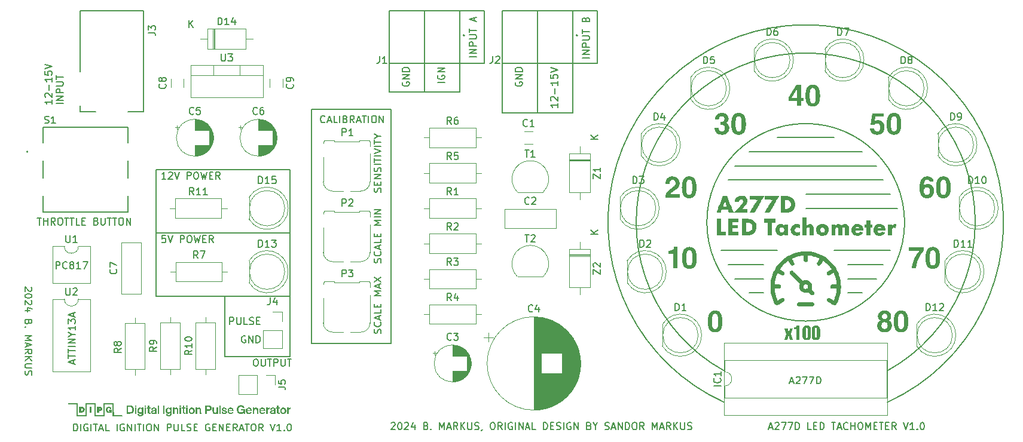
<source format=gbr>
%TF.GenerationSoftware,KiCad,Pcbnew,7.0.10*%
%TF.CreationDate,2024-06-25T20:59:08+02:00*%
%TF.ProjectId,a277d-led-tachometer,61323737-642d-46c6-9564-2d746163686f,rev?*%
%TF.SameCoordinates,Original*%
%TF.FileFunction,Legend,Top*%
%TF.FilePolarity,Positive*%
%FSLAX46Y46*%
G04 Gerber Fmt 4.6, Leading zero omitted, Abs format (unit mm)*
G04 Created by KiCad (PCBNEW 7.0.10) date 2024-06-25 20:59:08*
%MOMM*%
%LPD*%
G01*
G04 APERTURE LIST*
%ADD10C,0.150000*%
%ADD11C,0.600000*%
%ADD12C,0.200000*%
%ADD13C,0.250000*%
%ADD14C,0.120000*%
%ADD15C,0.127000*%
G04 APERTURE END LIST*
D10*
X97000000Y-36000000D02*
X102000000Y-36000000D01*
X58000000Y0D02*
X61500000Y0D01*
X61500000Y-7500000D01*
X58000000Y-7500000D01*
X58000000Y0D01*
X80000000Y-36000000D02*
X85000000Y-36000000D01*
X91000000Y-26000000D02*
X103000000Y-26000000D01*
X81000000Y-22000000D02*
X101000000Y-22000000D01*
X79000000Y-34000000D02*
X87000000Y-34000000D01*
X42000000Y0D02*
X45500000Y0D01*
X45500000Y-7500000D01*
X42000000Y-7500000D01*
X42000000Y0D01*
X-1000000Y-31500000D02*
X18000000Y-31500000D01*
X18000000Y-40500000D01*
X-1000000Y-40500000D01*
X-1000000Y-31500000D01*
X48000000Y0D02*
X58000000Y0D01*
X58000000Y-14500000D01*
X48000000Y-14500000D01*
X48000000Y0D01*
X83000000Y-40000000D02*
X85000000Y-40000000D01*
X97000000Y-40000000D02*
X99000000Y-40000000D01*
X102577301Y-55494056D02*
G75*
G03*
X79480000Y-55520000I-11577301J25494056D01*
G01*
X97000000Y-38000000D02*
X101000000Y-38000000D01*
X37000000Y-11500000D02*
X37000000Y0D01*
X102537798Y-51044223D02*
G75*
G03*
X79400000Y-51010000I-11537798J21044223D01*
G01*
X87000000Y-18000000D02*
X95000000Y-18000000D01*
X32000000Y0D02*
X42000000Y0D01*
X42000000Y-11500000D01*
X32000000Y-11500000D01*
X32000000Y0D01*
X105000000Y-30000000D02*
G75*
G03*
X77000000Y-30000000I-14000000J0D01*
G01*
X77000000Y-30000000D02*
G75*
G03*
X105000000Y-30000000I14000000J0D01*
G01*
X83000000Y-20000000D02*
X99000000Y-20000000D01*
X81000000Y-38000000D02*
X85000000Y-38000000D01*
X91000000Y-28000000D02*
X104000000Y-28000000D01*
X-1000000Y-22500000D02*
X18000000Y-22500000D01*
X18000000Y-31500000D01*
X-1000000Y-31500000D01*
X-1000000Y-22500000D01*
X80000000Y-24000000D02*
X102000000Y-24000000D01*
X8700000Y-40500000D02*
X18000000Y-40500000D01*
X18000000Y-49000000D01*
X8700000Y-49000000D01*
X8700000Y-40500000D01*
X21000000Y-14000000D02*
X32249759Y-14000000D01*
X32249759Y-47161000D01*
X21000000Y-47161000D01*
X21000000Y-14000000D01*
X53000000Y0D02*
X53000000Y-14500000D01*
X95000000Y-34000000D02*
X103000000Y-34000000D01*
X-12715895Y-50010839D02*
X-12715895Y-49534649D01*
X-12430180Y-50106077D02*
X-13430180Y-49772744D01*
X-13430180Y-49772744D02*
X-12430180Y-49439411D01*
X-13430180Y-49248934D02*
X-13430180Y-48677506D01*
X-12430180Y-48963220D02*
X-13430180Y-48963220D01*
X-13430180Y-48487029D02*
X-13430180Y-47915601D01*
X-12430180Y-48201315D02*
X-13430180Y-48201315D01*
X-12430180Y-47582267D02*
X-13430180Y-47582267D01*
X-12430180Y-47106077D02*
X-13430180Y-47106077D01*
X-13430180Y-47106077D02*
X-12430180Y-46534649D01*
X-12430180Y-46534649D02*
X-13430180Y-46534649D01*
X-12906371Y-45867982D02*
X-12430180Y-45867982D01*
X-13430180Y-46201315D02*
X-12906371Y-45867982D01*
X-12906371Y-45867982D02*
X-13430180Y-45534649D01*
X-12430180Y-44677506D02*
X-12430180Y-45248934D01*
X-12430180Y-44963220D02*
X-13430180Y-44963220D01*
X-13430180Y-44963220D02*
X-13287323Y-45058458D01*
X-13287323Y-45058458D02*
X-13192085Y-45153696D01*
X-13192085Y-45153696D02*
X-13144466Y-45248934D01*
X-13430180Y-44344172D02*
X-13430180Y-43725125D01*
X-13430180Y-43725125D02*
X-13049228Y-44058458D01*
X-13049228Y-44058458D02*
X-13049228Y-43915601D01*
X-13049228Y-43915601D02*
X-13001609Y-43820363D01*
X-13001609Y-43820363D02*
X-12953990Y-43772744D01*
X-12953990Y-43772744D02*
X-12858752Y-43725125D01*
X-12858752Y-43725125D02*
X-12620657Y-43725125D01*
X-12620657Y-43725125D02*
X-12525419Y-43772744D01*
X-12525419Y-43772744D02*
X-12477800Y-43820363D01*
X-12477800Y-43820363D02*
X-12430180Y-43915601D01*
X-12430180Y-43915601D02*
X-12430180Y-44201315D01*
X-12430180Y-44201315D02*
X-12477800Y-44296553D01*
X-12477800Y-44296553D02*
X-12525419Y-44344172D01*
X-12715895Y-43344172D02*
X-12715895Y-42867982D01*
X-12430180Y-43439410D02*
X-13430180Y-43106077D01*
X-13430180Y-43106077D02*
X-12430180Y-42772744D01*
D11*
G36*
X102211837Y-42489805D02*
G01*
X102267187Y-42492951D01*
X102320824Y-42498124D01*
X102372739Y-42505266D01*
X102422927Y-42514318D01*
X102471381Y-42525224D01*
X102518094Y-42537926D01*
X102563058Y-42552365D01*
X102606268Y-42568484D01*
X102647716Y-42586224D01*
X102687395Y-42605529D01*
X102725299Y-42626340D01*
X102761421Y-42648600D01*
X102795753Y-42672250D01*
X102828290Y-42697233D01*
X102859023Y-42723491D01*
X102887948Y-42750966D01*
X102915055Y-42779601D01*
X102940339Y-42809337D01*
X102963794Y-42840117D01*
X102985411Y-42871882D01*
X103005184Y-42904576D01*
X103023107Y-42938140D01*
X103039172Y-42972516D01*
X103053372Y-43007647D01*
X103065702Y-43043474D01*
X103076153Y-43079941D01*
X103084720Y-43116988D01*
X103091394Y-43154559D01*
X103096170Y-43192595D01*
X103099041Y-43231039D01*
X103100000Y-43269832D01*
X103098756Y-43318127D01*
X103094999Y-43365414D01*
X103088688Y-43411613D01*
X103079781Y-43456643D01*
X103068238Y-43500424D01*
X103054018Y-43542875D01*
X103037080Y-43583916D01*
X103017384Y-43623465D01*
X102994889Y-43661443D01*
X102969554Y-43697770D01*
X102941338Y-43732364D01*
X102910200Y-43765145D01*
X102876100Y-43796033D01*
X102838996Y-43824947D01*
X102798849Y-43851806D01*
X102755617Y-43876531D01*
X102807584Y-43903918D01*
X102856563Y-43932652D01*
X102902505Y-43962964D01*
X102945359Y-43995084D01*
X102985075Y-44029244D01*
X103021602Y-44065674D01*
X103054889Y-44104605D01*
X103084887Y-44146267D01*
X103111544Y-44190892D01*
X103134811Y-44238710D01*
X103154637Y-44289951D01*
X103170971Y-44344848D01*
X103177813Y-44373739D01*
X103183763Y-44403630D01*
X103188815Y-44434550D01*
X103192963Y-44466528D01*
X103196200Y-44499593D01*
X103198520Y-44533773D01*
X103199916Y-44569098D01*
X103200383Y-44605596D01*
X103199661Y-44642505D01*
X103197458Y-44680458D01*
X103193719Y-44719310D01*
X103188388Y-44758915D01*
X103181409Y-44799128D01*
X103172727Y-44839804D01*
X103162286Y-44880798D01*
X103150031Y-44921963D01*
X103135906Y-44963155D01*
X103119857Y-45004229D01*
X103101826Y-45045039D01*
X103081759Y-45085440D01*
X103059599Y-45125287D01*
X103035293Y-45164434D01*
X103008783Y-45202736D01*
X102980015Y-45240047D01*
X102948933Y-45276224D01*
X102915481Y-45311119D01*
X102879604Y-45344588D01*
X102841246Y-45376485D01*
X102800352Y-45406666D01*
X102756866Y-45434985D01*
X102710733Y-45461296D01*
X102661897Y-45485454D01*
X102610302Y-45507315D01*
X102555893Y-45526732D01*
X102498615Y-45543561D01*
X102438411Y-45557655D01*
X102375227Y-45568871D01*
X102309007Y-45577062D01*
X102239695Y-45582083D01*
X102167236Y-45583789D01*
X102096646Y-45582340D01*
X102028967Y-45578066D01*
X101964153Y-45571074D01*
X101902161Y-45561469D01*
X101842948Y-45549359D01*
X101786470Y-45534851D01*
X101732682Y-45518052D01*
X101681540Y-45499067D01*
X101633001Y-45478005D01*
X101587022Y-45454971D01*
X101543557Y-45430073D01*
X101502564Y-45403417D01*
X101463998Y-45375111D01*
X101427815Y-45345261D01*
X101393973Y-45313973D01*
X101362425Y-45281355D01*
X101333130Y-45247513D01*
X101306043Y-45212555D01*
X101281119Y-45176587D01*
X101258316Y-45139715D01*
X101237590Y-45102047D01*
X101218896Y-45063690D01*
X101202190Y-45024749D01*
X101187429Y-44985333D01*
X101174569Y-44945547D01*
X101163566Y-44905499D01*
X101154376Y-44865295D01*
X101146956Y-44825043D01*
X101141261Y-44784848D01*
X101137247Y-44744818D01*
X101134871Y-44705060D01*
X101134089Y-44665680D01*
X101134200Y-44633880D01*
X101134347Y-44626845D01*
X101738590Y-44626845D01*
X101740499Y-44680609D01*
X101746168Y-44731900D01*
X101755509Y-44780581D01*
X101768437Y-44826514D01*
X101784864Y-44869562D01*
X101804703Y-44909587D01*
X101827867Y-44946452D01*
X101854269Y-44980020D01*
X101883823Y-45010154D01*
X101916441Y-45036715D01*
X101952037Y-45059567D01*
X101990523Y-45078572D01*
X102031812Y-45093593D01*
X102075818Y-45104493D01*
X102122454Y-45111133D01*
X102171632Y-45113377D01*
X102226870Y-45110281D01*
X102277798Y-45101316D01*
X102324518Y-45086967D01*
X102367134Y-45067719D01*
X102405748Y-45044058D01*
X102440464Y-45016468D01*
X102471384Y-44985435D01*
X102498613Y-44951444D01*
X102522252Y-44914980D01*
X102542405Y-44876528D01*
X102559174Y-44836574D01*
X102572664Y-44795602D01*
X102582977Y-44754097D01*
X102590215Y-44712546D01*
X102594483Y-44671432D01*
X102595882Y-44631242D01*
X102595559Y-44610982D01*
X102592914Y-44569842D01*
X102587469Y-44528252D01*
X102579067Y-44486669D01*
X102567545Y-44445549D01*
X102552745Y-44405349D01*
X102534507Y-44366524D01*
X102512670Y-44329531D01*
X102487076Y-44294825D01*
X102457562Y-44262864D01*
X102423971Y-44234103D01*
X102386142Y-44208998D01*
X102343915Y-44188005D01*
X102297129Y-44171581D01*
X102245626Y-44160182D01*
X102189246Y-44154264D01*
X102159176Y-44153503D01*
X102119073Y-44155180D01*
X102079465Y-44160257D01*
X102040640Y-44168804D01*
X102002887Y-44180888D01*
X101966496Y-44196579D01*
X101931754Y-44215945D01*
X101898951Y-44239054D01*
X101868374Y-44265976D01*
X101840314Y-44296780D01*
X101815058Y-44331533D01*
X101792896Y-44370304D01*
X101774116Y-44413163D01*
X101759006Y-44460178D01*
X101747856Y-44511418D01*
X101740955Y-44566950D01*
X101739187Y-44596348D01*
X101738590Y-44626845D01*
X101134347Y-44626845D01*
X101134975Y-44596889D01*
X101137079Y-44555356D01*
X101141176Y-44509929D01*
X101147930Y-44461256D01*
X101158007Y-44409986D01*
X101172070Y-44356767D01*
X101190784Y-44302247D01*
X101202092Y-44274701D01*
X101214813Y-44247074D01*
X101229028Y-44219445D01*
X101244821Y-44191896D01*
X101262275Y-44164509D01*
X101281473Y-44137363D01*
X101302499Y-44110541D01*
X101325434Y-44084122D01*
X101350363Y-44058189D01*
X101377367Y-44032822D01*
X101406531Y-44008102D01*
X101437938Y-43984111D01*
X101471670Y-43960928D01*
X101507810Y-43938636D01*
X101546442Y-43917316D01*
X101587648Y-43897048D01*
X101544830Y-43874203D01*
X101504596Y-43849616D01*
X101466970Y-43823263D01*
X101431977Y-43795118D01*
X101399642Y-43765157D01*
X101369989Y-43733356D01*
X101343043Y-43699689D01*
X101318828Y-43664132D01*
X101297370Y-43626660D01*
X101278693Y-43587248D01*
X101262821Y-43545872D01*
X101249780Y-43502508D01*
X101239594Y-43457129D01*
X101232287Y-43409713D01*
X101227885Y-43360234D01*
X101227145Y-43334312D01*
X101789148Y-43334312D01*
X101790674Y-43367851D01*
X101795245Y-43401490D01*
X101802846Y-43434916D01*
X101813466Y-43467818D01*
X101827090Y-43499882D01*
X101843708Y-43530796D01*
X101863305Y-43560249D01*
X101885868Y-43587928D01*
X101911386Y-43613520D01*
X101939844Y-43636713D01*
X101971230Y-43657195D01*
X102005532Y-43674653D01*
X102042736Y-43688775D01*
X102082829Y-43699250D01*
X102125799Y-43705763D01*
X102171632Y-43708004D01*
X102213775Y-43706190D01*
X102253611Y-43700842D01*
X102291083Y-43692103D01*
X102326135Y-43680114D01*
X102358710Y-43665017D01*
X102388750Y-43646953D01*
X102416200Y-43626063D01*
X102441002Y-43602491D01*
X102463099Y-43576377D01*
X102482434Y-43547862D01*
X102498950Y-43517090D01*
X102512592Y-43484201D01*
X102523300Y-43449337D01*
X102531020Y-43412640D01*
X102535694Y-43374251D01*
X102537264Y-43334312D01*
X102535465Y-43292192D01*
X102530190Y-43252166D01*
X102521620Y-43214322D01*
X102509935Y-43178745D01*
X102495319Y-43145520D01*
X102477952Y-43114734D01*
X102458015Y-43086472D01*
X102435689Y-43060821D01*
X102411158Y-43037866D01*
X102384600Y-43017693D01*
X102356199Y-43000388D01*
X102326135Y-42986037D01*
X102294590Y-42974726D01*
X102261745Y-42966540D01*
X102227782Y-42961565D01*
X102192882Y-42959888D01*
X102144636Y-42961662D01*
X102099379Y-42966900D01*
X102057126Y-42975479D01*
X102017897Y-42987274D01*
X101981707Y-43002159D01*
X101948574Y-43020012D01*
X101918515Y-43040706D01*
X101891547Y-43064118D01*
X101867687Y-43090124D01*
X101846954Y-43118598D01*
X101829362Y-43149416D01*
X101814931Y-43182454D01*
X101803677Y-43217587D01*
X101795617Y-43254691D01*
X101790768Y-43293641D01*
X101789148Y-43334312D01*
X101227145Y-43334312D01*
X101226413Y-43308667D01*
X101227597Y-43261188D01*
X101231115Y-43214934D01*
X101236912Y-43169923D01*
X101244935Y-43126174D01*
X101255130Y-43083706D01*
X101267443Y-43042537D01*
X101281821Y-43002685D01*
X101298209Y-42964170D01*
X101316553Y-42927009D01*
X101336800Y-42891221D01*
X101358897Y-42856824D01*
X101382789Y-42823838D01*
X101408422Y-42792280D01*
X101435743Y-42762170D01*
X101464698Y-42733525D01*
X101495232Y-42706364D01*
X101527294Y-42680706D01*
X101560827Y-42656569D01*
X101595779Y-42633971D01*
X101632097Y-42612932D01*
X101669725Y-42593470D01*
X101708610Y-42575603D01*
X101748699Y-42559350D01*
X101789938Y-42544728D01*
X101832273Y-42531758D01*
X101875649Y-42520457D01*
X101920014Y-42510844D01*
X101965314Y-42502937D01*
X102011494Y-42496755D01*
X102058500Y-42492317D01*
X102106280Y-42489640D01*
X102154780Y-42488743D01*
X102211837Y-42489805D01*
G37*
G36*
X104564902Y-42490163D02*
G01*
X104627404Y-42494434D01*
X104687756Y-42501573D01*
X104745964Y-42511598D01*
X104802036Y-42524527D01*
X104855978Y-42540376D01*
X104907797Y-42559164D01*
X104957501Y-42580907D01*
X105005095Y-42605623D01*
X105050587Y-42633330D01*
X105093984Y-42664045D01*
X105135292Y-42697786D01*
X105174518Y-42734569D01*
X105211670Y-42774413D01*
X105246753Y-42817334D01*
X105279775Y-42863351D01*
X105310743Y-42912480D01*
X105339664Y-42964740D01*
X105366543Y-43020147D01*
X105391389Y-43078719D01*
X105414208Y-43140473D01*
X105435007Y-43205427D01*
X105453792Y-43273599D01*
X105470571Y-43345005D01*
X105485350Y-43419664D01*
X105498137Y-43497592D01*
X105508937Y-43578807D01*
X105517759Y-43663327D01*
X105524608Y-43751169D01*
X105529492Y-43842350D01*
X105532417Y-43936888D01*
X105533391Y-44034801D01*
X105532417Y-44132657D01*
X105529492Y-44227163D01*
X105524608Y-44318335D01*
X105517759Y-44406190D01*
X105508937Y-44490742D01*
X105498137Y-44572007D01*
X105485350Y-44650003D01*
X105470571Y-44724745D01*
X105453792Y-44796248D01*
X105435007Y-44864529D01*
X105414208Y-44929604D01*
X105391389Y-44991488D01*
X105366543Y-45050198D01*
X105339664Y-45105749D01*
X105310743Y-45158158D01*
X105279775Y-45207441D01*
X105246753Y-45253613D01*
X105211670Y-45296691D01*
X105174518Y-45336690D01*
X105135292Y-45373626D01*
X105093984Y-45407516D01*
X105050587Y-45438375D01*
X105005095Y-45466219D01*
X104957501Y-45491064D01*
X104907797Y-45512927D01*
X104855978Y-45531823D01*
X104802036Y-45547768D01*
X104745964Y-45560778D01*
X104687756Y-45570869D01*
X104627404Y-45578057D01*
X104564902Y-45582359D01*
X104500244Y-45583789D01*
X104435585Y-45582359D01*
X104373083Y-45578057D01*
X104312732Y-45570869D01*
X104254524Y-45560778D01*
X104198452Y-45547768D01*
X104144510Y-45531823D01*
X104092690Y-45512927D01*
X104042987Y-45491064D01*
X103995392Y-45466219D01*
X103949900Y-45438375D01*
X103906504Y-45407516D01*
X103865196Y-45373626D01*
X103825969Y-45336690D01*
X103788818Y-45296691D01*
X103753734Y-45253613D01*
X103720712Y-45207441D01*
X103689744Y-45158158D01*
X103660824Y-45105749D01*
X103633944Y-45050198D01*
X103609098Y-44991488D01*
X103586280Y-44929604D01*
X103565481Y-44864529D01*
X103546695Y-44796248D01*
X103529917Y-44724745D01*
X103515137Y-44650003D01*
X103502351Y-44572007D01*
X103491550Y-44490742D01*
X103482729Y-44406190D01*
X103475879Y-44318335D01*
X103470995Y-44227163D01*
X103468070Y-44132657D01*
X103467096Y-44034801D01*
X104071598Y-44034801D01*
X104071875Y-44106552D01*
X104072725Y-44175512D01*
X104074174Y-44241715D01*
X104076252Y-44305193D01*
X104078983Y-44365981D01*
X104082397Y-44424113D01*
X104086521Y-44479622D01*
X104091381Y-44532541D01*
X104097006Y-44582905D01*
X104103422Y-44630746D01*
X104110657Y-44676100D01*
X104118738Y-44718999D01*
X104127693Y-44759477D01*
X104137550Y-44797568D01*
X104148334Y-44833305D01*
X104160075Y-44866722D01*
X104172798Y-44897853D01*
X104186532Y-44926732D01*
X104217141Y-44977867D01*
X104252121Y-45020395D01*
X104291691Y-45054587D01*
X104336069Y-45080712D01*
X104385474Y-45099039D01*
X104440126Y-45109837D01*
X104469488Y-45112498D01*
X104500244Y-45113377D01*
X104531064Y-45112498D01*
X104588526Y-45105362D01*
X104640602Y-45090833D01*
X104687516Y-45068641D01*
X104729488Y-45038516D01*
X104766741Y-45000190D01*
X104799498Y-44953392D01*
X104814260Y-44926732D01*
X104827980Y-44897853D01*
X104840688Y-44866722D01*
X104852410Y-44833305D01*
X104863175Y-44797568D01*
X104873009Y-44759477D01*
X104881942Y-44718999D01*
X104890001Y-44676100D01*
X104897213Y-44630746D01*
X104903607Y-44582905D01*
X104909209Y-44532541D01*
X104914049Y-44479622D01*
X104918153Y-44424113D01*
X104921549Y-44365981D01*
X104924266Y-44305193D01*
X104926331Y-44241715D01*
X104927771Y-44175512D01*
X104928615Y-44106552D01*
X104928890Y-44034801D01*
X104928615Y-43962995D01*
X104927771Y-43894009D01*
X104926331Y-43827808D01*
X104924266Y-43764355D01*
X104921549Y-43703616D01*
X104918153Y-43645554D01*
X104914049Y-43590135D01*
X104909209Y-43537324D01*
X104903607Y-43487084D01*
X104897213Y-43439380D01*
X104890001Y-43394177D01*
X104881942Y-43351440D01*
X104873009Y-43311132D01*
X104863175Y-43273219D01*
X104852410Y-43237666D01*
X104840688Y-43204436D01*
X104827980Y-43173494D01*
X104814260Y-43144806D01*
X104783668Y-43094046D01*
X104748691Y-43051872D01*
X104709106Y-43018002D01*
X104664691Y-42992152D01*
X104615223Y-42974039D01*
X104560482Y-42963378D01*
X104531064Y-42960755D01*
X104500244Y-42959888D01*
X104469488Y-42960755D01*
X104412131Y-42967795D01*
X104360130Y-42982146D01*
X104313265Y-43004093D01*
X104271319Y-43033917D01*
X104234071Y-43071904D01*
X104201304Y-43118335D01*
X104186532Y-43144806D01*
X104172798Y-43173494D01*
X104160075Y-43204436D01*
X104148334Y-43237666D01*
X104137550Y-43273219D01*
X104127693Y-43311132D01*
X104118738Y-43351440D01*
X104110657Y-43394177D01*
X104103422Y-43439380D01*
X104097006Y-43487084D01*
X104091381Y-43537324D01*
X104086521Y-43590135D01*
X104082397Y-43645554D01*
X104078983Y-43703616D01*
X104076252Y-43764355D01*
X104074174Y-43827808D01*
X104072725Y-43894009D01*
X104071875Y-43962995D01*
X104071598Y-44034801D01*
X103467096Y-44034801D01*
X103468070Y-43936888D01*
X103470995Y-43842350D01*
X103475879Y-43751169D01*
X103482729Y-43663327D01*
X103491550Y-43578807D01*
X103502351Y-43497592D01*
X103515137Y-43419664D01*
X103529917Y-43345005D01*
X103546695Y-43273599D01*
X103565481Y-43205427D01*
X103586280Y-43140473D01*
X103609098Y-43078719D01*
X103633944Y-43020147D01*
X103660824Y-42964740D01*
X103689744Y-42912480D01*
X103720712Y-42863351D01*
X103753734Y-42817334D01*
X103788818Y-42774413D01*
X103825969Y-42734569D01*
X103865196Y-42697786D01*
X103906504Y-42664045D01*
X103949900Y-42633330D01*
X103995392Y-42605623D01*
X104042987Y-42580907D01*
X104092690Y-42559164D01*
X104144510Y-42540376D01*
X104198452Y-42524527D01*
X104254524Y-42511598D01*
X104312732Y-42501573D01*
X104373083Y-42494434D01*
X104435585Y-42490163D01*
X104500244Y-42488743D01*
X104564902Y-42490163D01*
G37*
D12*
X345863Y-31867219D02*
X-130326Y-31867219D01*
X-130326Y-31867219D02*
X-177945Y-32343409D01*
X-177945Y-32343409D02*
X-130326Y-32295790D01*
X-130326Y-32295790D02*
X-35088Y-32248171D01*
X-35088Y-32248171D02*
X203006Y-32248171D01*
X203006Y-32248171D02*
X298244Y-32295790D01*
X298244Y-32295790D02*
X345863Y-32343409D01*
X345863Y-32343409D02*
X393482Y-32438647D01*
X393482Y-32438647D02*
X393482Y-32676742D01*
X393482Y-32676742D02*
X345863Y-32771980D01*
X345863Y-32771980D02*
X298244Y-32819600D01*
X298244Y-32819600D02*
X203006Y-32867219D01*
X203006Y-32867219D02*
X-35088Y-32867219D01*
X-35088Y-32867219D02*
X-130326Y-32819600D01*
X-130326Y-32819600D02*
X-177945Y-32771980D01*
X679197Y-31867219D02*
X1012530Y-32867219D01*
X1012530Y-32867219D02*
X1345863Y-31867219D01*
X2441102Y-32867219D02*
X2441102Y-31867219D01*
X2441102Y-31867219D02*
X2822054Y-31867219D01*
X2822054Y-31867219D02*
X2917292Y-31914838D01*
X2917292Y-31914838D02*
X2964911Y-31962457D01*
X2964911Y-31962457D02*
X3012530Y-32057695D01*
X3012530Y-32057695D02*
X3012530Y-32200552D01*
X3012530Y-32200552D02*
X2964911Y-32295790D01*
X2964911Y-32295790D02*
X2917292Y-32343409D01*
X2917292Y-32343409D02*
X2822054Y-32391028D01*
X2822054Y-32391028D02*
X2441102Y-32391028D01*
X3631578Y-31867219D02*
X3822054Y-31867219D01*
X3822054Y-31867219D02*
X3917292Y-31914838D01*
X3917292Y-31914838D02*
X4012530Y-32010076D01*
X4012530Y-32010076D02*
X4060149Y-32200552D01*
X4060149Y-32200552D02*
X4060149Y-32533885D01*
X4060149Y-32533885D02*
X4012530Y-32724361D01*
X4012530Y-32724361D02*
X3917292Y-32819600D01*
X3917292Y-32819600D02*
X3822054Y-32867219D01*
X3822054Y-32867219D02*
X3631578Y-32867219D01*
X3631578Y-32867219D02*
X3536340Y-32819600D01*
X3536340Y-32819600D02*
X3441102Y-32724361D01*
X3441102Y-32724361D02*
X3393483Y-32533885D01*
X3393483Y-32533885D02*
X3393483Y-32200552D01*
X3393483Y-32200552D02*
X3441102Y-32010076D01*
X3441102Y-32010076D02*
X3536340Y-31914838D01*
X3536340Y-31914838D02*
X3631578Y-31867219D01*
X4393483Y-31867219D02*
X4631578Y-32867219D01*
X4631578Y-32867219D02*
X4822054Y-32152933D01*
X4822054Y-32152933D02*
X5012530Y-32867219D01*
X5012530Y-32867219D02*
X5250626Y-31867219D01*
X5631578Y-32343409D02*
X5964911Y-32343409D01*
X6107768Y-32867219D02*
X5631578Y-32867219D01*
X5631578Y-32867219D02*
X5631578Y-31867219D01*
X5631578Y-31867219D02*
X6107768Y-31867219D01*
X7107768Y-32867219D02*
X6774435Y-32391028D01*
X6536340Y-32867219D02*
X6536340Y-31867219D01*
X6536340Y-31867219D02*
X6917292Y-31867219D01*
X6917292Y-31867219D02*
X7012530Y-31914838D01*
X7012530Y-31914838D02*
X7060149Y-31962457D01*
X7060149Y-31962457D02*
X7107768Y-32057695D01*
X7107768Y-32057695D02*
X7107768Y-32200552D01*
X7107768Y-32200552D02*
X7060149Y-32295790D01*
X7060149Y-32295790D02*
X7012530Y-32343409D01*
X7012530Y-32343409D02*
X6917292Y-32391028D01*
X6917292Y-32391028D02*
X6536340Y-32391028D01*
D10*
X32289160Y-58465057D02*
X32336779Y-58417438D01*
X32336779Y-58417438D02*
X32432017Y-58369819D01*
X32432017Y-58369819D02*
X32670112Y-58369819D01*
X32670112Y-58369819D02*
X32765350Y-58417438D01*
X32765350Y-58417438D02*
X32812969Y-58465057D01*
X32812969Y-58465057D02*
X32860588Y-58560295D01*
X32860588Y-58560295D02*
X32860588Y-58655533D01*
X32860588Y-58655533D02*
X32812969Y-58798390D01*
X32812969Y-58798390D02*
X32241541Y-59369819D01*
X32241541Y-59369819D02*
X32860588Y-59369819D01*
X33479636Y-58369819D02*
X33574874Y-58369819D01*
X33574874Y-58369819D02*
X33670112Y-58417438D01*
X33670112Y-58417438D02*
X33717731Y-58465057D01*
X33717731Y-58465057D02*
X33765350Y-58560295D01*
X33765350Y-58560295D02*
X33812969Y-58750771D01*
X33812969Y-58750771D02*
X33812969Y-58988866D01*
X33812969Y-58988866D02*
X33765350Y-59179342D01*
X33765350Y-59179342D02*
X33717731Y-59274580D01*
X33717731Y-59274580D02*
X33670112Y-59322200D01*
X33670112Y-59322200D02*
X33574874Y-59369819D01*
X33574874Y-59369819D02*
X33479636Y-59369819D01*
X33479636Y-59369819D02*
X33384398Y-59322200D01*
X33384398Y-59322200D02*
X33336779Y-59274580D01*
X33336779Y-59274580D02*
X33289160Y-59179342D01*
X33289160Y-59179342D02*
X33241541Y-58988866D01*
X33241541Y-58988866D02*
X33241541Y-58750771D01*
X33241541Y-58750771D02*
X33289160Y-58560295D01*
X33289160Y-58560295D02*
X33336779Y-58465057D01*
X33336779Y-58465057D02*
X33384398Y-58417438D01*
X33384398Y-58417438D02*
X33479636Y-58369819D01*
X34193922Y-58465057D02*
X34241541Y-58417438D01*
X34241541Y-58417438D02*
X34336779Y-58369819D01*
X34336779Y-58369819D02*
X34574874Y-58369819D01*
X34574874Y-58369819D02*
X34670112Y-58417438D01*
X34670112Y-58417438D02*
X34717731Y-58465057D01*
X34717731Y-58465057D02*
X34765350Y-58560295D01*
X34765350Y-58560295D02*
X34765350Y-58655533D01*
X34765350Y-58655533D02*
X34717731Y-58798390D01*
X34717731Y-58798390D02*
X34146303Y-59369819D01*
X34146303Y-59369819D02*
X34765350Y-59369819D01*
X35622493Y-58703152D02*
X35622493Y-59369819D01*
X35384398Y-58322200D02*
X35146303Y-59036485D01*
X35146303Y-59036485D02*
X35765350Y-59036485D01*
X37241541Y-58846009D02*
X37384398Y-58893628D01*
X37384398Y-58893628D02*
X37432017Y-58941247D01*
X37432017Y-58941247D02*
X37479636Y-59036485D01*
X37479636Y-59036485D02*
X37479636Y-59179342D01*
X37479636Y-59179342D02*
X37432017Y-59274580D01*
X37432017Y-59274580D02*
X37384398Y-59322200D01*
X37384398Y-59322200D02*
X37289160Y-59369819D01*
X37289160Y-59369819D02*
X36908208Y-59369819D01*
X36908208Y-59369819D02*
X36908208Y-58369819D01*
X36908208Y-58369819D02*
X37241541Y-58369819D01*
X37241541Y-58369819D02*
X37336779Y-58417438D01*
X37336779Y-58417438D02*
X37384398Y-58465057D01*
X37384398Y-58465057D02*
X37432017Y-58560295D01*
X37432017Y-58560295D02*
X37432017Y-58655533D01*
X37432017Y-58655533D02*
X37384398Y-58750771D01*
X37384398Y-58750771D02*
X37336779Y-58798390D01*
X37336779Y-58798390D02*
X37241541Y-58846009D01*
X37241541Y-58846009D02*
X36908208Y-58846009D01*
X37908208Y-59274580D02*
X37955827Y-59322200D01*
X37955827Y-59322200D02*
X37908208Y-59369819D01*
X37908208Y-59369819D02*
X37860589Y-59322200D01*
X37860589Y-59322200D02*
X37908208Y-59274580D01*
X37908208Y-59274580D02*
X37908208Y-59369819D01*
X39146303Y-59369819D02*
X39146303Y-58369819D01*
X39146303Y-58369819D02*
X39479636Y-59084104D01*
X39479636Y-59084104D02*
X39812969Y-58369819D01*
X39812969Y-58369819D02*
X39812969Y-59369819D01*
X40241541Y-59084104D02*
X40717731Y-59084104D01*
X40146303Y-59369819D02*
X40479636Y-58369819D01*
X40479636Y-58369819D02*
X40812969Y-59369819D01*
X41717731Y-59369819D02*
X41384398Y-58893628D01*
X41146303Y-59369819D02*
X41146303Y-58369819D01*
X41146303Y-58369819D02*
X41527255Y-58369819D01*
X41527255Y-58369819D02*
X41622493Y-58417438D01*
X41622493Y-58417438D02*
X41670112Y-58465057D01*
X41670112Y-58465057D02*
X41717731Y-58560295D01*
X41717731Y-58560295D02*
X41717731Y-58703152D01*
X41717731Y-58703152D02*
X41670112Y-58798390D01*
X41670112Y-58798390D02*
X41622493Y-58846009D01*
X41622493Y-58846009D02*
X41527255Y-58893628D01*
X41527255Y-58893628D02*
X41146303Y-58893628D01*
X42146303Y-59369819D02*
X42146303Y-58369819D01*
X42717731Y-59369819D02*
X42289160Y-58798390D01*
X42717731Y-58369819D02*
X42146303Y-58941247D01*
X43146303Y-58369819D02*
X43146303Y-59179342D01*
X43146303Y-59179342D02*
X43193922Y-59274580D01*
X43193922Y-59274580D02*
X43241541Y-59322200D01*
X43241541Y-59322200D02*
X43336779Y-59369819D01*
X43336779Y-59369819D02*
X43527255Y-59369819D01*
X43527255Y-59369819D02*
X43622493Y-59322200D01*
X43622493Y-59322200D02*
X43670112Y-59274580D01*
X43670112Y-59274580D02*
X43717731Y-59179342D01*
X43717731Y-59179342D02*
X43717731Y-58369819D01*
X44146303Y-59322200D02*
X44289160Y-59369819D01*
X44289160Y-59369819D02*
X44527255Y-59369819D01*
X44527255Y-59369819D02*
X44622493Y-59322200D01*
X44622493Y-59322200D02*
X44670112Y-59274580D01*
X44670112Y-59274580D02*
X44717731Y-59179342D01*
X44717731Y-59179342D02*
X44717731Y-59084104D01*
X44717731Y-59084104D02*
X44670112Y-58988866D01*
X44670112Y-58988866D02*
X44622493Y-58941247D01*
X44622493Y-58941247D02*
X44527255Y-58893628D01*
X44527255Y-58893628D02*
X44336779Y-58846009D01*
X44336779Y-58846009D02*
X44241541Y-58798390D01*
X44241541Y-58798390D02*
X44193922Y-58750771D01*
X44193922Y-58750771D02*
X44146303Y-58655533D01*
X44146303Y-58655533D02*
X44146303Y-58560295D01*
X44146303Y-58560295D02*
X44193922Y-58465057D01*
X44193922Y-58465057D02*
X44241541Y-58417438D01*
X44241541Y-58417438D02*
X44336779Y-58369819D01*
X44336779Y-58369819D02*
X44574874Y-58369819D01*
X44574874Y-58369819D02*
X44717731Y-58417438D01*
X45193922Y-59322200D02*
X45193922Y-59369819D01*
X45193922Y-59369819D02*
X45146303Y-59465057D01*
X45146303Y-59465057D02*
X45098684Y-59512676D01*
X46574874Y-58369819D02*
X46765350Y-58369819D01*
X46765350Y-58369819D02*
X46860588Y-58417438D01*
X46860588Y-58417438D02*
X46955826Y-58512676D01*
X46955826Y-58512676D02*
X47003445Y-58703152D01*
X47003445Y-58703152D02*
X47003445Y-59036485D01*
X47003445Y-59036485D02*
X46955826Y-59226961D01*
X46955826Y-59226961D02*
X46860588Y-59322200D01*
X46860588Y-59322200D02*
X46765350Y-59369819D01*
X46765350Y-59369819D02*
X46574874Y-59369819D01*
X46574874Y-59369819D02*
X46479636Y-59322200D01*
X46479636Y-59322200D02*
X46384398Y-59226961D01*
X46384398Y-59226961D02*
X46336779Y-59036485D01*
X46336779Y-59036485D02*
X46336779Y-58703152D01*
X46336779Y-58703152D02*
X46384398Y-58512676D01*
X46384398Y-58512676D02*
X46479636Y-58417438D01*
X46479636Y-58417438D02*
X46574874Y-58369819D01*
X48003445Y-59369819D02*
X47670112Y-58893628D01*
X47432017Y-59369819D02*
X47432017Y-58369819D01*
X47432017Y-58369819D02*
X47812969Y-58369819D01*
X47812969Y-58369819D02*
X47908207Y-58417438D01*
X47908207Y-58417438D02*
X47955826Y-58465057D01*
X47955826Y-58465057D02*
X48003445Y-58560295D01*
X48003445Y-58560295D02*
X48003445Y-58703152D01*
X48003445Y-58703152D02*
X47955826Y-58798390D01*
X47955826Y-58798390D02*
X47908207Y-58846009D01*
X47908207Y-58846009D02*
X47812969Y-58893628D01*
X47812969Y-58893628D02*
X47432017Y-58893628D01*
X48432017Y-59369819D02*
X48432017Y-58369819D01*
X49432016Y-58417438D02*
X49336778Y-58369819D01*
X49336778Y-58369819D02*
X49193921Y-58369819D01*
X49193921Y-58369819D02*
X49051064Y-58417438D01*
X49051064Y-58417438D02*
X48955826Y-58512676D01*
X48955826Y-58512676D02*
X48908207Y-58607914D01*
X48908207Y-58607914D02*
X48860588Y-58798390D01*
X48860588Y-58798390D02*
X48860588Y-58941247D01*
X48860588Y-58941247D02*
X48908207Y-59131723D01*
X48908207Y-59131723D02*
X48955826Y-59226961D01*
X48955826Y-59226961D02*
X49051064Y-59322200D01*
X49051064Y-59322200D02*
X49193921Y-59369819D01*
X49193921Y-59369819D02*
X49289159Y-59369819D01*
X49289159Y-59369819D02*
X49432016Y-59322200D01*
X49432016Y-59322200D02*
X49479635Y-59274580D01*
X49479635Y-59274580D02*
X49479635Y-58941247D01*
X49479635Y-58941247D02*
X49289159Y-58941247D01*
X49908207Y-59369819D02*
X49908207Y-58369819D01*
X50384397Y-59369819D02*
X50384397Y-58369819D01*
X50384397Y-58369819D02*
X50955825Y-59369819D01*
X50955825Y-59369819D02*
X50955825Y-58369819D01*
X51384397Y-59084104D02*
X51860587Y-59084104D01*
X51289159Y-59369819D02*
X51622492Y-58369819D01*
X51622492Y-58369819D02*
X51955825Y-59369819D01*
X52765349Y-59369819D02*
X52289159Y-59369819D01*
X52289159Y-59369819D02*
X52289159Y-58369819D01*
X53860588Y-59369819D02*
X53860588Y-58369819D01*
X53860588Y-58369819D02*
X54098683Y-58369819D01*
X54098683Y-58369819D02*
X54241540Y-58417438D01*
X54241540Y-58417438D02*
X54336778Y-58512676D01*
X54336778Y-58512676D02*
X54384397Y-58607914D01*
X54384397Y-58607914D02*
X54432016Y-58798390D01*
X54432016Y-58798390D02*
X54432016Y-58941247D01*
X54432016Y-58941247D02*
X54384397Y-59131723D01*
X54384397Y-59131723D02*
X54336778Y-59226961D01*
X54336778Y-59226961D02*
X54241540Y-59322200D01*
X54241540Y-59322200D02*
X54098683Y-59369819D01*
X54098683Y-59369819D02*
X53860588Y-59369819D01*
X54860588Y-58846009D02*
X55193921Y-58846009D01*
X55336778Y-59369819D02*
X54860588Y-59369819D01*
X54860588Y-59369819D02*
X54860588Y-58369819D01*
X54860588Y-58369819D02*
X55336778Y-58369819D01*
X55717731Y-59322200D02*
X55860588Y-59369819D01*
X55860588Y-59369819D02*
X56098683Y-59369819D01*
X56098683Y-59369819D02*
X56193921Y-59322200D01*
X56193921Y-59322200D02*
X56241540Y-59274580D01*
X56241540Y-59274580D02*
X56289159Y-59179342D01*
X56289159Y-59179342D02*
X56289159Y-59084104D01*
X56289159Y-59084104D02*
X56241540Y-58988866D01*
X56241540Y-58988866D02*
X56193921Y-58941247D01*
X56193921Y-58941247D02*
X56098683Y-58893628D01*
X56098683Y-58893628D02*
X55908207Y-58846009D01*
X55908207Y-58846009D02*
X55812969Y-58798390D01*
X55812969Y-58798390D02*
X55765350Y-58750771D01*
X55765350Y-58750771D02*
X55717731Y-58655533D01*
X55717731Y-58655533D02*
X55717731Y-58560295D01*
X55717731Y-58560295D02*
X55765350Y-58465057D01*
X55765350Y-58465057D02*
X55812969Y-58417438D01*
X55812969Y-58417438D02*
X55908207Y-58369819D01*
X55908207Y-58369819D02*
X56146302Y-58369819D01*
X56146302Y-58369819D02*
X56289159Y-58417438D01*
X56717731Y-59369819D02*
X56717731Y-58369819D01*
X57717730Y-58417438D02*
X57622492Y-58369819D01*
X57622492Y-58369819D02*
X57479635Y-58369819D01*
X57479635Y-58369819D02*
X57336778Y-58417438D01*
X57336778Y-58417438D02*
X57241540Y-58512676D01*
X57241540Y-58512676D02*
X57193921Y-58607914D01*
X57193921Y-58607914D02*
X57146302Y-58798390D01*
X57146302Y-58798390D02*
X57146302Y-58941247D01*
X57146302Y-58941247D02*
X57193921Y-59131723D01*
X57193921Y-59131723D02*
X57241540Y-59226961D01*
X57241540Y-59226961D02*
X57336778Y-59322200D01*
X57336778Y-59322200D02*
X57479635Y-59369819D01*
X57479635Y-59369819D02*
X57574873Y-59369819D01*
X57574873Y-59369819D02*
X57717730Y-59322200D01*
X57717730Y-59322200D02*
X57765349Y-59274580D01*
X57765349Y-59274580D02*
X57765349Y-58941247D01*
X57765349Y-58941247D02*
X57574873Y-58941247D01*
X58193921Y-59369819D02*
X58193921Y-58369819D01*
X58193921Y-58369819D02*
X58765349Y-59369819D01*
X58765349Y-59369819D02*
X58765349Y-58369819D01*
X60336778Y-58846009D02*
X60479635Y-58893628D01*
X60479635Y-58893628D02*
X60527254Y-58941247D01*
X60527254Y-58941247D02*
X60574873Y-59036485D01*
X60574873Y-59036485D02*
X60574873Y-59179342D01*
X60574873Y-59179342D02*
X60527254Y-59274580D01*
X60527254Y-59274580D02*
X60479635Y-59322200D01*
X60479635Y-59322200D02*
X60384397Y-59369819D01*
X60384397Y-59369819D02*
X60003445Y-59369819D01*
X60003445Y-59369819D02*
X60003445Y-58369819D01*
X60003445Y-58369819D02*
X60336778Y-58369819D01*
X60336778Y-58369819D02*
X60432016Y-58417438D01*
X60432016Y-58417438D02*
X60479635Y-58465057D01*
X60479635Y-58465057D02*
X60527254Y-58560295D01*
X60527254Y-58560295D02*
X60527254Y-58655533D01*
X60527254Y-58655533D02*
X60479635Y-58750771D01*
X60479635Y-58750771D02*
X60432016Y-58798390D01*
X60432016Y-58798390D02*
X60336778Y-58846009D01*
X60336778Y-58846009D02*
X60003445Y-58846009D01*
X61193921Y-58893628D02*
X61193921Y-59369819D01*
X60860588Y-58369819D02*
X61193921Y-58893628D01*
X61193921Y-58893628D02*
X61527254Y-58369819D01*
X62574874Y-59322200D02*
X62717731Y-59369819D01*
X62717731Y-59369819D02*
X62955826Y-59369819D01*
X62955826Y-59369819D02*
X63051064Y-59322200D01*
X63051064Y-59322200D02*
X63098683Y-59274580D01*
X63098683Y-59274580D02*
X63146302Y-59179342D01*
X63146302Y-59179342D02*
X63146302Y-59084104D01*
X63146302Y-59084104D02*
X63098683Y-58988866D01*
X63098683Y-58988866D02*
X63051064Y-58941247D01*
X63051064Y-58941247D02*
X62955826Y-58893628D01*
X62955826Y-58893628D02*
X62765350Y-58846009D01*
X62765350Y-58846009D02*
X62670112Y-58798390D01*
X62670112Y-58798390D02*
X62622493Y-58750771D01*
X62622493Y-58750771D02*
X62574874Y-58655533D01*
X62574874Y-58655533D02*
X62574874Y-58560295D01*
X62574874Y-58560295D02*
X62622493Y-58465057D01*
X62622493Y-58465057D02*
X62670112Y-58417438D01*
X62670112Y-58417438D02*
X62765350Y-58369819D01*
X62765350Y-58369819D02*
X63003445Y-58369819D01*
X63003445Y-58369819D02*
X63146302Y-58417438D01*
X63527255Y-59084104D02*
X64003445Y-59084104D01*
X63432017Y-59369819D02*
X63765350Y-58369819D01*
X63765350Y-58369819D02*
X64098683Y-59369819D01*
X64432017Y-59369819D02*
X64432017Y-58369819D01*
X64432017Y-58369819D02*
X65003445Y-59369819D01*
X65003445Y-59369819D02*
X65003445Y-58369819D01*
X65479636Y-59369819D02*
X65479636Y-58369819D01*
X65479636Y-58369819D02*
X65717731Y-58369819D01*
X65717731Y-58369819D02*
X65860588Y-58417438D01*
X65860588Y-58417438D02*
X65955826Y-58512676D01*
X65955826Y-58512676D02*
X66003445Y-58607914D01*
X66003445Y-58607914D02*
X66051064Y-58798390D01*
X66051064Y-58798390D02*
X66051064Y-58941247D01*
X66051064Y-58941247D02*
X66003445Y-59131723D01*
X66003445Y-59131723D02*
X65955826Y-59226961D01*
X65955826Y-59226961D02*
X65860588Y-59322200D01*
X65860588Y-59322200D02*
X65717731Y-59369819D01*
X65717731Y-59369819D02*
X65479636Y-59369819D01*
X66670112Y-58369819D02*
X66860588Y-58369819D01*
X66860588Y-58369819D02*
X66955826Y-58417438D01*
X66955826Y-58417438D02*
X67051064Y-58512676D01*
X67051064Y-58512676D02*
X67098683Y-58703152D01*
X67098683Y-58703152D02*
X67098683Y-59036485D01*
X67098683Y-59036485D02*
X67051064Y-59226961D01*
X67051064Y-59226961D02*
X66955826Y-59322200D01*
X66955826Y-59322200D02*
X66860588Y-59369819D01*
X66860588Y-59369819D02*
X66670112Y-59369819D01*
X66670112Y-59369819D02*
X66574874Y-59322200D01*
X66574874Y-59322200D02*
X66479636Y-59226961D01*
X66479636Y-59226961D02*
X66432017Y-59036485D01*
X66432017Y-59036485D02*
X66432017Y-58703152D01*
X66432017Y-58703152D02*
X66479636Y-58512676D01*
X66479636Y-58512676D02*
X66574874Y-58417438D01*
X66574874Y-58417438D02*
X66670112Y-58369819D01*
X68098683Y-59369819D02*
X67765350Y-58893628D01*
X67527255Y-59369819D02*
X67527255Y-58369819D01*
X67527255Y-58369819D02*
X67908207Y-58369819D01*
X67908207Y-58369819D02*
X68003445Y-58417438D01*
X68003445Y-58417438D02*
X68051064Y-58465057D01*
X68051064Y-58465057D02*
X68098683Y-58560295D01*
X68098683Y-58560295D02*
X68098683Y-58703152D01*
X68098683Y-58703152D02*
X68051064Y-58798390D01*
X68051064Y-58798390D02*
X68003445Y-58846009D01*
X68003445Y-58846009D02*
X67908207Y-58893628D01*
X67908207Y-58893628D02*
X67527255Y-58893628D01*
X69289160Y-59369819D02*
X69289160Y-58369819D01*
X69289160Y-58369819D02*
X69622493Y-59084104D01*
X69622493Y-59084104D02*
X69955826Y-58369819D01*
X69955826Y-58369819D02*
X69955826Y-59369819D01*
X70384398Y-59084104D02*
X70860588Y-59084104D01*
X70289160Y-59369819D02*
X70622493Y-58369819D01*
X70622493Y-58369819D02*
X70955826Y-59369819D01*
X71860588Y-59369819D02*
X71527255Y-58893628D01*
X71289160Y-59369819D02*
X71289160Y-58369819D01*
X71289160Y-58369819D02*
X71670112Y-58369819D01*
X71670112Y-58369819D02*
X71765350Y-58417438D01*
X71765350Y-58417438D02*
X71812969Y-58465057D01*
X71812969Y-58465057D02*
X71860588Y-58560295D01*
X71860588Y-58560295D02*
X71860588Y-58703152D01*
X71860588Y-58703152D02*
X71812969Y-58798390D01*
X71812969Y-58798390D02*
X71765350Y-58846009D01*
X71765350Y-58846009D02*
X71670112Y-58893628D01*
X71670112Y-58893628D02*
X71289160Y-58893628D01*
X72289160Y-59369819D02*
X72289160Y-58369819D01*
X72860588Y-59369819D02*
X72432017Y-58798390D01*
X72860588Y-58369819D02*
X72289160Y-58941247D01*
X73289160Y-58369819D02*
X73289160Y-59179342D01*
X73289160Y-59179342D02*
X73336779Y-59274580D01*
X73336779Y-59274580D02*
X73384398Y-59322200D01*
X73384398Y-59322200D02*
X73479636Y-59369819D01*
X73479636Y-59369819D02*
X73670112Y-59369819D01*
X73670112Y-59369819D02*
X73765350Y-59322200D01*
X73765350Y-59322200D02*
X73812969Y-59274580D01*
X73812969Y-59274580D02*
X73860588Y-59179342D01*
X73860588Y-59179342D02*
X73860588Y-58369819D01*
X74289160Y-59322200D02*
X74432017Y-59369819D01*
X74432017Y-59369819D02*
X74670112Y-59369819D01*
X74670112Y-59369819D02*
X74765350Y-59322200D01*
X74765350Y-59322200D02*
X74812969Y-59274580D01*
X74812969Y-59274580D02*
X74860588Y-59179342D01*
X74860588Y-59179342D02*
X74860588Y-59084104D01*
X74860588Y-59084104D02*
X74812969Y-58988866D01*
X74812969Y-58988866D02*
X74765350Y-58941247D01*
X74765350Y-58941247D02*
X74670112Y-58893628D01*
X74670112Y-58893628D02*
X74479636Y-58846009D01*
X74479636Y-58846009D02*
X74384398Y-58798390D01*
X74384398Y-58798390D02*
X74336779Y-58750771D01*
X74336779Y-58750771D02*
X74289160Y-58655533D01*
X74289160Y-58655533D02*
X74289160Y-58560295D01*
X74289160Y-58560295D02*
X74336779Y-58465057D01*
X74336779Y-58465057D02*
X74384398Y-58417438D01*
X74384398Y-58417438D02*
X74479636Y-58369819D01*
X74479636Y-58369819D02*
X74717731Y-58369819D01*
X74717731Y-58369819D02*
X74860588Y-58417438D01*
X88789160Y-52584104D02*
X89265350Y-52584104D01*
X88693922Y-52869819D02*
X89027255Y-51869819D01*
X89027255Y-51869819D02*
X89360588Y-52869819D01*
X89646303Y-51965057D02*
X89693922Y-51917438D01*
X89693922Y-51917438D02*
X89789160Y-51869819D01*
X89789160Y-51869819D02*
X90027255Y-51869819D01*
X90027255Y-51869819D02*
X90122493Y-51917438D01*
X90122493Y-51917438D02*
X90170112Y-51965057D01*
X90170112Y-51965057D02*
X90217731Y-52060295D01*
X90217731Y-52060295D02*
X90217731Y-52155533D01*
X90217731Y-52155533D02*
X90170112Y-52298390D01*
X90170112Y-52298390D02*
X89598684Y-52869819D01*
X89598684Y-52869819D02*
X90217731Y-52869819D01*
X90551065Y-51869819D02*
X91217731Y-51869819D01*
X91217731Y-51869819D02*
X90789160Y-52869819D01*
X91503446Y-51869819D02*
X92170112Y-51869819D01*
X92170112Y-51869819D02*
X91741541Y-52869819D01*
X92551065Y-52869819D02*
X92551065Y-51869819D01*
X92551065Y-51869819D02*
X92789160Y-51869819D01*
X92789160Y-51869819D02*
X92932017Y-51917438D01*
X92932017Y-51917438D02*
X93027255Y-52012676D01*
X93027255Y-52012676D02*
X93074874Y-52107914D01*
X93074874Y-52107914D02*
X93122493Y-52298390D01*
X93122493Y-52298390D02*
X93122493Y-52441247D01*
X93122493Y-52441247D02*
X93074874Y-52631723D01*
X93074874Y-52631723D02*
X93027255Y-52726961D01*
X93027255Y-52726961D02*
X92932017Y-52822200D01*
X92932017Y-52822200D02*
X92789160Y-52869819D01*
X92789160Y-52869819D02*
X92551065Y-52869819D01*
X-17806077Y-29369819D02*
X-17234649Y-29369819D01*
X-17520363Y-30369819D02*
X-17520363Y-29369819D01*
X-16901315Y-30369819D02*
X-16901315Y-29369819D01*
X-16901315Y-29846009D02*
X-16329887Y-29846009D01*
X-16329887Y-30369819D02*
X-16329887Y-29369819D01*
X-15282268Y-30369819D02*
X-15615601Y-29893628D01*
X-15853696Y-30369819D02*
X-15853696Y-29369819D01*
X-15853696Y-29369819D02*
X-15472744Y-29369819D01*
X-15472744Y-29369819D02*
X-15377506Y-29417438D01*
X-15377506Y-29417438D02*
X-15329887Y-29465057D01*
X-15329887Y-29465057D02*
X-15282268Y-29560295D01*
X-15282268Y-29560295D02*
X-15282268Y-29703152D01*
X-15282268Y-29703152D02*
X-15329887Y-29798390D01*
X-15329887Y-29798390D02*
X-15377506Y-29846009D01*
X-15377506Y-29846009D02*
X-15472744Y-29893628D01*
X-15472744Y-29893628D02*
X-15853696Y-29893628D01*
X-14663220Y-29369819D02*
X-14472744Y-29369819D01*
X-14472744Y-29369819D02*
X-14377506Y-29417438D01*
X-14377506Y-29417438D02*
X-14282268Y-29512676D01*
X-14282268Y-29512676D02*
X-14234649Y-29703152D01*
X-14234649Y-29703152D02*
X-14234649Y-30036485D01*
X-14234649Y-30036485D02*
X-14282268Y-30226961D01*
X-14282268Y-30226961D02*
X-14377506Y-30322200D01*
X-14377506Y-30322200D02*
X-14472744Y-30369819D01*
X-14472744Y-30369819D02*
X-14663220Y-30369819D01*
X-14663220Y-30369819D02*
X-14758458Y-30322200D01*
X-14758458Y-30322200D02*
X-14853696Y-30226961D01*
X-14853696Y-30226961D02*
X-14901315Y-30036485D01*
X-14901315Y-30036485D02*
X-14901315Y-29703152D01*
X-14901315Y-29703152D02*
X-14853696Y-29512676D01*
X-14853696Y-29512676D02*
X-14758458Y-29417438D01*
X-14758458Y-29417438D02*
X-14663220Y-29369819D01*
X-13948934Y-29369819D02*
X-13377506Y-29369819D01*
X-13663220Y-30369819D02*
X-13663220Y-29369819D01*
X-13187029Y-29369819D02*
X-12615601Y-29369819D01*
X-12901315Y-30369819D02*
X-12901315Y-29369819D01*
X-11806077Y-30369819D02*
X-12282267Y-30369819D01*
X-12282267Y-30369819D02*
X-12282267Y-29369819D01*
X-11472743Y-29846009D02*
X-11139410Y-29846009D01*
X-10996553Y-30369819D02*
X-11472743Y-30369819D01*
X-11472743Y-30369819D02*
X-11472743Y-29369819D01*
X-11472743Y-29369819D02*
X-10996553Y-29369819D01*
X-9472743Y-29846009D02*
X-9329886Y-29893628D01*
X-9329886Y-29893628D02*
X-9282267Y-29941247D01*
X-9282267Y-29941247D02*
X-9234648Y-30036485D01*
X-9234648Y-30036485D02*
X-9234648Y-30179342D01*
X-9234648Y-30179342D02*
X-9282267Y-30274580D01*
X-9282267Y-30274580D02*
X-9329886Y-30322200D01*
X-9329886Y-30322200D02*
X-9425124Y-30369819D01*
X-9425124Y-30369819D02*
X-9806076Y-30369819D01*
X-9806076Y-30369819D02*
X-9806076Y-29369819D01*
X-9806076Y-29369819D02*
X-9472743Y-29369819D01*
X-9472743Y-29369819D02*
X-9377505Y-29417438D01*
X-9377505Y-29417438D02*
X-9329886Y-29465057D01*
X-9329886Y-29465057D02*
X-9282267Y-29560295D01*
X-9282267Y-29560295D02*
X-9282267Y-29655533D01*
X-9282267Y-29655533D02*
X-9329886Y-29750771D01*
X-9329886Y-29750771D02*
X-9377505Y-29798390D01*
X-9377505Y-29798390D02*
X-9472743Y-29846009D01*
X-9472743Y-29846009D02*
X-9806076Y-29846009D01*
X-8806076Y-29369819D02*
X-8806076Y-30179342D01*
X-8806076Y-30179342D02*
X-8758457Y-30274580D01*
X-8758457Y-30274580D02*
X-8710838Y-30322200D01*
X-8710838Y-30322200D02*
X-8615600Y-30369819D01*
X-8615600Y-30369819D02*
X-8425124Y-30369819D01*
X-8425124Y-30369819D02*
X-8329886Y-30322200D01*
X-8329886Y-30322200D02*
X-8282267Y-30274580D01*
X-8282267Y-30274580D02*
X-8234648Y-30179342D01*
X-8234648Y-30179342D02*
X-8234648Y-29369819D01*
X-7901314Y-29369819D02*
X-7329886Y-29369819D01*
X-7615600Y-30369819D02*
X-7615600Y-29369819D01*
X-7139409Y-29369819D02*
X-6567981Y-29369819D01*
X-6853695Y-30369819D02*
X-6853695Y-29369819D01*
X-6044171Y-29369819D02*
X-5853695Y-29369819D01*
X-5853695Y-29369819D02*
X-5758457Y-29417438D01*
X-5758457Y-29417438D02*
X-5663219Y-29512676D01*
X-5663219Y-29512676D02*
X-5615600Y-29703152D01*
X-5615600Y-29703152D02*
X-5615600Y-30036485D01*
X-5615600Y-30036485D02*
X-5663219Y-30226961D01*
X-5663219Y-30226961D02*
X-5758457Y-30322200D01*
X-5758457Y-30322200D02*
X-5853695Y-30369819D01*
X-5853695Y-30369819D02*
X-6044171Y-30369819D01*
X-6044171Y-30369819D02*
X-6139409Y-30322200D01*
X-6139409Y-30322200D02*
X-6234647Y-30226961D01*
X-6234647Y-30226961D02*
X-6282266Y-30036485D01*
X-6282266Y-30036485D02*
X-6282266Y-29703152D01*
X-6282266Y-29703152D02*
X-6234647Y-29512676D01*
X-6234647Y-29512676D02*
X-6139409Y-29417438D01*
X-6139409Y-29417438D02*
X-6044171Y-29369819D01*
X-5187028Y-30369819D02*
X-5187028Y-29369819D01*
X-5187028Y-29369819D02*
X-4615600Y-30369819D01*
X-4615600Y-30369819D02*
X-4615600Y-29369819D01*
D13*
G36*
X88556873Y-45982958D02*
G01*
X88562735Y-45982958D01*
X88716608Y-46660000D01*
X89181646Y-46660000D01*
X88898813Y-45829574D01*
X89159176Y-45065582D01*
X88763991Y-45065582D01*
X88627215Y-45682051D01*
X88621353Y-45682051D01*
X88484089Y-45065582D01*
X88027843Y-45065582D01*
X88279902Y-45829574D01*
X88010746Y-46660000D01*
X88403000Y-46660000D01*
X88556873Y-45982958D01*
G37*
G36*
X89315003Y-45169630D02*
G01*
X89642288Y-45169630D01*
X89642288Y-46660000D01*
X90107327Y-46660000D01*
X90107327Y-44659162D01*
X89715073Y-44659162D01*
X89706829Y-44689875D01*
X89694777Y-44717793D01*
X89679255Y-44743027D01*
X89660599Y-44765690D01*
X89639147Y-44785895D01*
X89615236Y-44803753D01*
X89589202Y-44819377D01*
X89561383Y-44832880D01*
X89532116Y-44844373D01*
X89501737Y-44853970D01*
X89470584Y-44861781D01*
X89438994Y-44867921D01*
X89407304Y-44872501D01*
X89375851Y-44875633D01*
X89344972Y-44877430D01*
X89315003Y-44878004D01*
X89315003Y-45169630D01*
G37*
G36*
X91175856Y-44628236D02*
G01*
X91205039Y-44629275D01*
X91233846Y-44631063D01*
X91262237Y-44633643D01*
X91290173Y-44637060D01*
X91317614Y-44641359D01*
X91344522Y-44646584D01*
X91370856Y-44652781D01*
X91396578Y-44659994D01*
X91421648Y-44668268D01*
X91446027Y-44677648D01*
X91469675Y-44688177D01*
X91492554Y-44699902D01*
X91514623Y-44712866D01*
X91535843Y-44727115D01*
X91556175Y-44742693D01*
X91575580Y-44759645D01*
X91594019Y-44778015D01*
X91611451Y-44797849D01*
X91627838Y-44819191D01*
X91643140Y-44842085D01*
X91657318Y-44866577D01*
X91670332Y-44892711D01*
X91682144Y-44920532D01*
X91692713Y-44950085D01*
X91702001Y-44981414D01*
X91709968Y-45014564D01*
X91716574Y-45049580D01*
X91721781Y-45086507D01*
X91725549Y-45125389D01*
X91727839Y-45166271D01*
X91728611Y-45209197D01*
X91728611Y-46149532D01*
X91727941Y-46184480D01*
X91725945Y-46218164D01*
X91722640Y-46250595D01*
X91718045Y-46281783D01*
X91712179Y-46311737D01*
X91705060Y-46340468D01*
X91696706Y-46367986D01*
X91687135Y-46394301D01*
X91676367Y-46419424D01*
X91664420Y-46443363D01*
X91651311Y-46466130D01*
X91637060Y-46487735D01*
X91621685Y-46508187D01*
X91605204Y-46527497D01*
X91587635Y-46545674D01*
X91568998Y-46562730D01*
X91549311Y-46578673D01*
X91528591Y-46593515D01*
X91506858Y-46607265D01*
X91484129Y-46619933D01*
X91460424Y-46631530D01*
X91435761Y-46642065D01*
X91410158Y-46651549D01*
X91383633Y-46659992D01*
X91356205Y-46667403D01*
X91327893Y-46673794D01*
X91298714Y-46679174D01*
X91268688Y-46683553D01*
X91237833Y-46686941D01*
X91206166Y-46689349D01*
X91173707Y-46690786D01*
X91140474Y-46691263D01*
X91107750Y-46690786D01*
X91075721Y-46689349D01*
X91044409Y-46686941D01*
X91013838Y-46683553D01*
X90984030Y-46679174D01*
X90955006Y-46673794D01*
X90926791Y-46667403D01*
X90899406Y-46659992D01*
X90872874Y-46651549D01*
X90847218Y-46642065D01*
X90822460Y-46631530D01*
X90798622Y-46619933D01*
X90775727Y-46607265D01*
X90753798Y-46593515D01*
X90732857Y-46578673D01*
X90712927Y-46562730D01*
X90694030Y-46545674D01*
X90676189Y-46527497D01*
X90659426Y-46508187D01*
X90643764Y-46487735D01*
X90629226Y-46466130D01*
X90615833Y-46443363D01*
X90603609Y-46419424D01*
X90592576Y-46394301D01*
X90582757Y-46367986D01*
X90574174Y-46340468D01*
X90566849Y-46311737D01*
X90560806Y-46281783D01*
X90556066Y-46250595D01*
X90554838Y-46238925D01*
X91014445Y-46238925D01*
X91015760Y-46264675D01*
X91019613Y-46287329D01*
X91025859Y-46307009D01*
X91037666Y-46328836D01*
X91053137Y-46345888D01*
X91071936Y-46358455D01*
X91093724Y-46366831D01*
X91118164Y-46371308D01*
X91138032Y-46372281D01*
X91157959Y-46371308D01*
X91182639Y-46366831D01*
X91204795Y-46358455D01*
X91224033Y-46345888D01*
X91239958Y-46328836D01*
X91252175Y-46307009D01*
X91258667Y-46287329D01*
X91262685Y-46264675D01*
X91264061Y-46238925D01*
X91264061Y-45080725D01*
X91262685Y-45054975D01*
X91258667Y-45032321D01*
X91252175Y-45012641D01*
X91239958Y-44990814D01*
X91224033Y-44973763D01*
X91204795Y-44961195D01*
X91182639Y-44952819D01*
X91157959Y-44948342D01*
X91138032Y-44947369D01*
X91118164Y-44948342D01*
X91093724Y-44952819D01*
X91071936Y-44961195D01*
X91053137Y-44973763D01*
X91037666Y-44990814D01*
X91025859Y-45012641D01*
X91019613Y-45032321D01*
X91015760Y-45054975D01*
X91014445Y-45080725D01*
X91014445Y-46238925D01*
X90554838Y-46238925D01*
X90552653Y-46218164D01*
X90550588Y-46184480D01*
X90549895Y-46149532D01*
X90549895Y-45209197D01*
X90550867Y-45166271D01*
X90553733Y-45125389D01*
X90558417Y-45086507D01*
X90564844Y-45049580D01*
X90572939Y-45014564D01*
X90582626Y-44981414D01*
X90593830Y-44950085D01*
X90606475Y-44920532D01*
X90620486Y-44892711D01*
X90635788Y-44866577D01*
X90652305Y-44842085D01*
X90669962Y-44819191D01*
X90688683Y-44797849D01*
X90708394Y-44778015D01*
X90729017Y-44759645D01*
X90750479Y-44742693D01*
X90772704Y-44727115D01*
X90795616Y-44712866D01*
X90819140Y-44699902D01*
X90843201Y-44688177D01*
X90867723Y-44677648D01*
X90892630Y-44668268D01*
X90917848Y-44659994D01*
X90943301Y-44652781D01*
X90968914Y-44646584D01*
X90994611Y-44641359D01*
X91020316Y-44637060D01*
X91045955Y-44633643D01*
X91071452Y-44631063D01*
X91096731Y-44629275D01*
X91121718Y-44628236D01*
X91146336Y-44627899D01*
X91175856Y-44628236D01*
G37*
G36*
X92475228Y-44628236D02*
G01*
X92504411Y-44629275D01*
X92533218Y-44631063D01*
X92561609Y-44633643D01*
X92589545Y-44637060D01*
X92616986Y-44641359D01*
X92643894Y-44646584D01*
X92670228Y-44652781D01*
X92695950Y-44659994D01*
X92721020Y-44668268D01*
X92745399Y-44677648D01*
X92769047Y-44688177D01*
X92791925Y-44699902D01*
X92813995Y-44712866D01*
X92835215Y-44727115D01*
X92855547Y-44742693D01*
X92874952Y-44759645D01*
X92893391Y-44778015D01*
X92910823Y-44797849D01*
X92927210Y-44819191D01*
X92942512Y-44842085D01*
X92956690Y-44866577D01*
X92969704Y-44892711D01*
X92981516Y-44920532D01*
X92992085Y-44950085D01*
X93001373Y-44981414D01*
X93009340Y-45014564D01*
X93015946Y-45049580D01*
X93021153Y-45086507D01*
X93024921Y-45125389D01*
X93027211Y-45166271D01*
X93027983Y-45209197D01*
X93027983Y-46149532D01*
X93027313Y-46184480D01*
X93025317Y-46218164D01*
X93022012Y-46250595D01*
X93017417Y-46281783D01*
X93011551Y-46311737D01*
X93004432Y-46340468D01*
X92996078Y-46367986D01*
X92986507Y-46394301D01*
X92975739Y-46419424D01*
X92963791Y-46443363D01*
X92950683Y-46466130D01*
X92936432Y-46487735D01*
X92921056Y-46508187D01*
X92904575Y-46527497D01*
X92887007Y-46545674D01*
X92868370Y-46562730D01*
X92848682Y-46578673D01*
X92827963Y-46593515D01*
X92806230Y-46607265D01*
X92783501Y-46619933D01*
X92759796Y-46631530D01*
X92735133Y-46642065D01*
X92709530Y-46651549D01*
X92683005Y-46659992D01*
X92655577Y-46667403D01*
X92627265Y-46673794D01*
X92598086Y-46679174D01*
X92568060Y-46683553D01*
X92537205Y-46686941D01*
X92505538Y-46689349D01*
X92473079Y-46690786D01*
X92439846Y-46691263D01*
X92407122Y-46690786D01*
X92375093Y-46689349D01*
X92343781Y-46686941D01*
X92313210Y-46683553D01*
X92283401Y-46679174D01*
X92254378Y-46673794D01*
X92226163Y-46667403D01*
X92198778Y-46659992D01*
X92172246Y-46651549D01*
X92146590Y-46642065D01*
X92121832Y-46631530D01*
X92097994Y-46619933D01*
X92075099Y-46607265D01*
X92053170Y-46593515D01*
X92032229Y-46578673D01*
X92012299Y-46562730D01*
X91993402Y-46545674D01*
X91975561Y-46527497D01*
X91958798Y-46508187D01*
X91943136Y-46487735D01*
X91928598Y-46466130D01*
X91915205Y-46443363D01*
X91902981Y-46419424D01*
X91891948Y-46394301D01*
X91882129Y-46367986D01*
X91873546Y-46340468D01*
X91866221Y-46311737D01*
X91860178Y-46281783D01*
X91855438Y-46250595D01*
X91854210Y-46238925D01*
X92313817Y-46238925D01*
X92315132Y-46264675D01*
X92318985Y-46287329D01*
X92325231Y-46307009D01*
X92337038Y-46328836D01*
X92352509Y-46345888D01*
X92371308Y-46358455D01*
X92393096Y-46366831D01*
X92417536Y-46371308D01*
X92437404Y-46372281D01*
X92457331Y-46371308D01*
X92482010Y-46366831D01*
X92504167Y-46358455D01*
X92523405Y-46345888D01*
X92539330Y-46328836D01*
X92551547Y-46307009D01*
X92558039Y-46287329D01*
X92562057Y-46264675D01*
X92563433Y-46238925D01*
X92563433Y-45080725D01*
X92562057Y-45054975D01*
X92558039Y-45032321D01*
X92551547Y-45012641D01*
X92539330Y-44990814D01*
X92523405Y-44973763D01*
X92504167Y-44961195D01*
X92482010Y-44952819D01*
X92457331Y-44948342D01*
X92437404Y-44947369D01*
X92417536Y-44948342D01*
X92393096Y-44952819D01*
X92371308Y-44961195D01*
X92352509Y-44973763D01*
X92337038Y-44990814D01*
X92325231Y-45012641D01*
X92318985Y-45032321D01*
X92315132Y-45054975D01*
X92313817Y-45080725D01*
X92313817Y-46238925D01*
X91854210Y-46238925D01*
X91852025Y-46218164D01*
X91849960Y-46184480D01*
X91849267Y-46149532D01*
X91849267Y-45209197D01*
X91850239Y-45166271D01*
X91853105Y-45125389D01*
X91857789Y-45086507D01*
X91864216Y-45049580D01*
X91872311Y-45014564D01*
X91881998Y-44981414D01*
X91893202Y-44950085D01*
X91905847Y-44920532D01*
X91919858Y-44892711D01*
X91935160Y-44866577D01*
X91951677Y-44842085D01*
X91969334Y-44819191D01*
X91988055Y-44797849D01*
X92007765Y-44778015D01*
X92028389Y-44759645D01*
X92049851Y-44742693D01*
X92072076Y-44727115D01*
X92094988Y-44712866D01*
X92118512Y-44699902D01*
X92142573Y-44688177D01*
X92167095Y-44677648D01*
X92192002Y-44668268D01*
X92217220Y-44659994D01*
X92242673Y-44652781D01*
X92268286Y-44646584D01*
X92293983Y-44641359D01*
X92319688Y-44637060D01*
X92345327Y-44633643D01*
X92370824Y-44631063D01*
X92396103Y-44629275D01*
X92421090Y-44628236D01*
X92445708Y-44627899D01*
X92475228Y-44628236D01*
G37*
D10*
X-18665057Y-39189160D02*
X-18617438Y-39236779D01*
X-18617438Y-39236779D02*
X-18569819Y-39332017D01*
X-18569819Y-39332017D02*
X-18569819Y-39570112D01*
X-18569819Y-39570112D02*
X-18617438Y-39665350D01*
X-18617438Y-39665350D02*
X-18665057Y-39712969D01*
X-18665057Y-39712969D02*
X-18760295Y-39760588D01*
X-18760295Y-39760588D02*
X-18855533Y-39760588D01*
X-18855533Y-39760588D02*
X-18998390Y-39712969D01*
X-18998390Y-39712969D02*
X-19569819Y-39141541D01*
X-19569819Y-39141541D02*
X-19569819Y-39760588D01*
X-18569819Y-40379636D02*
X-18569819Y-40474874D01*
X-18569819Y-40474874D02*
X-18617438Y-40570112D01*
X-18617438Y-40570112D02*
X-18665057Y-40617731D01*
X-18665057Y-40617731D02*
X-18760295Y-40665350D01*
X-18760295Y-40665350D02*
X-18950771Y-40712969D01*
X-18950771Y-40712969D02*
X-19188866Y-40712969D01*
X-19188866Y-40712969D02*
X-19379342Y-40665350D01*
X-19379342Y-40665350D02*
X-19474580Y-40617731D01*
X-19474580Y-40617731D02*
X-19522200Y-40570112D01*
X-19522200Y-40570112D02*
X-19569819Y-40474874D01*
X-19569819Y-40474874D02*
X-19569819Y-40379636D01*
X-19569819Y-40379636D02*
X-19522200Y-40284398D01*
X-19522200Y-40284398D02*
X-19474580Y-40236779D01*
X-19474580Y-40236779D02*
X-19379342Y-40189160D01*
X-19379342Y-40189160D02*
X-19188866Y-40141541D01*
X-19188866Y-40141541D02*
X-18950771Y-40141541D01*
X-18950771Y-40141541D02*
X-18760295Y-40189160D01*
X-18760295Y-40189160D02*
X-18665057Y-40236779D01*
X-18665057Y-40236779D02*
X-18617438Y-40284398D01*
X-18617438Y-40284398D02*
X-18569819Y-40379636D01*
X-18665057Y-41093922D02*
X-18617438Y-41141541D01*
X-18617438Y-41141541D02*
X-18569819Y-41236779D01*
X-18569819Y-41236779D02*
X-18569819Y-41474874D01*
X-18569819Y-41474874D02*
X-18617438Y-41570112D01*
X-18617438Y-41570112D02*
X-18665057Y-41617731D01*
X-18665057Y-41617731D02*
X-18760295Y-41665350D01*
X-18760295Y-41665350D02*
X-18855533Y-41665350D01*
X-18855533Y-41665350D02*
X-18998390Y-41617731D01*
X-18998390Y-41617731D02*
X-19569819Y-41046303D01*
X-19569819Y-41046303D02*
X-19569819Y-41665350D01*
X-18903152Y-42522493D02*
X-19569819Y-42522493D01*
X-18522200Y-42284398D02*
X-19236485Y-42046303D01*
X-19236485Y-42046303D02*
X-19236485Y-42665350D01*
X-19046009Y-44141541D02*
X-19093628Y-44284398D01*
X-19093628Y-44284398D02*
X-19141247Y-44332017D01*
X-19141247Y-44332017D02*
X-19236485Y-44379636D01*
X-19236485Y-44379636D02*
X-19379342Y-44379636D01*
X-19379342Y-44379636D02*
X-19474580Y-44332017D01*
X-19474580Y-44332017D02*
X-19522200Y-44284398D01*
X-19522200Y-44284398D02*
X-19569819Y-44189160D01*
X-19569819Y-44189160D02*
X-19569819Y-43808208D01*
X-19569819Y-43808208D02*
X-18569819Y-43808208D01*
X-18569819Y-43808208D02*
X-18569819Y-44141541D01*
X-18569819Y-44141541D02*
X-18617438Y-44236779D01*
X-18617438Y-44236779D02*
X-18665057Y-44284398D01*
X-18665057Y-44284398D02*
X-18760295Y-44332017D01*
X-18760295Y-44332017D02*
X-18855533Y-44332017D01*
X-18855533Y-44332017D02*
X-18950771Y-44284398D01*
X-18950771Y-44284398D02*
X-18998390Y-44236779D01*
X-18998390Y-44236779D02*
X-19046009Y-44141541D01*
X-19046009Y-44141541D02*
X-19046009Y-43808208D01*
X-19474580Y-44808208D02*
X-19522200Y-44855827D01*
X-19522200Y-44855827D02*
X-19569819Y-44808208D01*
X-19569819Y-44808208D02*
X-19522200Y-44760589D01*
X-19522200Y-44760589D02*
X-19474580Y-44808208D01*
X-19474580Y-44808208D02*
X-19569819Y-44808208D01*
X-19569819Y-46046303D02*
X-18569819Y-46046303D01*
X-18569819Y-46046303D02*
X-19284104Y-46379636D01*
X-19284104Y-46379636D02*
X-18569819Y-46712969D01*
X-18569819Y-46712969D02*
X-19569819Y-46712969D01*
X-19284104Y-47141541D02*
X-19284104Y-47617731D01*
X-19569819Y-47046303D02*
X-18569819Y-47379636D01*
X-18569819Y-47379636D02*
X-19569819Y-47712969D01*
X-19569819Y-48617731D02*
X-19093628Y-48284398D01*
X-19569819Y-48046303D02*
X-18569819Y-48046303D01*
X-18569819Y-48046303D02*
X-18569819Y-48427255D01*
X-18569819Y-48427255D02*
X-18617438Y-48522493D01*
X-18617438Y-48522493D02*
X-18665057Y-48570112D01*
X-18665057Y-48570112D02*
X-18760295Y-48617731D01*
X-18760295Y-48617731D02*
X-18903152Y-48617731D01*
X-18903152Y-48617731D02*
X-18998390Y-48570112D01*
X-18998390Y-48570112D02*
X-19046009Y-48522493D01*
X-19046009Y-48522493D02*
X-19093628Y-48427255D01*
X-19093628Y-48427255D02*
X-19093628Y-48046303D01*
X-19569819Y-49046303D02*
X-18569819Y-49046303D01*
X-19569819Y-49617731D02*
X-18998390Y-49189160D01*
X-18569819Y-49617731D02*
X-19141247Y-49046303D01*
X-18569819Y-50046303D02*
X-19379342Y-50046303D01*
X-19379342Y-50046303D02*
X-19474580Y-50093922D01*
X-19474580Y-50093922D02*
X-19522200Y-50141541D01*
X-19522200Y-50141541D02*
X-19569819Y-50236779D01*
X-19569819Y-50236779D02*
X-19569819Y-50427255D01*
X-19569819Y-50427255D02*
X-19522200Y-50522493D01*
X-19522200Y-50522493D02*
X-19474580Y-50570112D01*
X-19474580Y-50570112D02*
X-19379342Y-50617731D01*
X-19379342Y-50617731D02*
X-18569819Y-50617731D01*
X-19522200Y-51046303D02*
X-19569819Y-51189160D01*
X-19569819Y-51189160D02*
X-19569819Y-51427255D01*
X-19569819Y-51427255D02*
X-19522200Y-51522493D01*
X-19522200Y-51522493D02*
X-19474580Y-51570112D01*
X-19474580Y-51570112D02*
X-19379342Y-51617731D01*
X-19379342Y-51617731D02*
X-19284104Y-51617731D01*
X-19284104Y-51617731D02*
X-19188866Y-51570112D01*
X-19188866Y-51570112D02*
X-19141247Y-51522493D01*
X-19141247Y-51522493D02*
X-19093628Y-51427255D01*
X-19093628Y-51427255D02*
X-19046009Y-51236779D01*
X-19046009Y-51236779D02*
X-18998390Y-51141541D01*
X-18998390Y-51141541D02*
X-18950771Y-51093922D01*
X-18950771Y-51093922D02*
X-18855533Y-51046303D01*
X-18855533Y-51046303D02*
X-18760295Y-51046303D01*
X-18760295Y-51046303D02*
X-18665057Y-51093922D01*
X-18665057Y-51093922D02*
X-18617438Y-51141541D01*
X-18617438Y-51141541D02*
X-18569819Y-51236779D01*
X-18569819Y-51236779D02*
X-18569819Y-51474874D01*
X-18569819Y-51474874D02*
X-18617438Y-51617731D01*
X13027255Y-49369819D02*
X13217731Y-49369819D01*
X13217731Y-49369819D02*
X13312969Y-49417438D01*
X13312969Y-49417438D02*
X13408207Y-49512676D01*
X13408207Y-49512676D02*
X13455826Y-49703152D01*
X13455826Y-49703152D02*
X13455826Y-50036485D01*
X13455826Y-50036485D02*
X13408207Y-50226961D01*
X13408207Y-50226961D02*
X13312969Y-50322200D01*
X13312969Y-50322200D02*
X13217731Y-50369819D01*
X13217731Y-50369819D02*
X13027255Y-50369819D01*
X13027255Y-50369819D02*
X12932017Y-50322200D01*
X12932017Y-50322200D02*
X12836779Y-50226961D01*
X12836779Y-50226961D02*
X12789160Y-50036485D01*
X12789160Y-50036485D02*
X12789160Y-49703152D01*
X12789160Y-49703152D02*
X12836779Y-49512676D01*
X12836779Y-49512676D02*
X12932017Y-49417438D01*
X12932017Y-49417438D02*
X13027255Y-49369819D01*
X13884398Y-49369819D02*
X13884398Y-50179342D01*
X13884398Y-50179342D02*
X13932017Y-50274580D01*
X13932017Y-50274580D02*
X13979636Y-50322200D01*
X13979636Y-50322200D02*
X14074874Y-50369819D01*
X14074874Y-50369819D02*
X14265350Y-50369819D01*
X14265350Y-50369819D02*
X14360588Y-50322200D01*
X14360588Y-50322200D02*
X14408207Y-50274580D01*
X14408207Y-50274580D02*
X14455826Y-50179342D01*
X14455826Y-50179342D02*
X14455826Y-49369819D01*
X14789160Y-49369819D02*
X15360588Y-49369819D01*
X15074874Y-50369819D02*
X15074874Y-49369819D01*
X15693922Y-50369819D02*
X15693922Y-49369819D01*
X15693922Y-49369819D02*
X16074874Y-49369819D01*
X16074874Y-49369819D02*
X16170112Y-49417438D01*
X16170112Y-49417438D02*
X16217731Y-49465057D01*
X16217731Y-49465057D02*
X16265350Y-49560295D01*
X16265350Y-49560295D02*
X16265350Y-49703152D01*
X16265350Y-49703152D02*
X16217731Y-49798390D01*
X16217731Y-49798390D02*
X16170112Y-49846009D01*
X16170112Y-49846009D02*
X16074874Y-49893628D01*
X16074874Y-49893628D02*
X15693922Y-49893628D01*
X16693922Y-49369819D02*
X16693922Y-50179342D01*
X16693922Y-50179342D02*
X16741541Y-50274580D01*
X16741541Y-50274580D02*
X16789160Y-50322200D01*
X16789160Y-50322200D02*
X16884398Y-50369819D01*
X16884398Y-50369819D02*
X17074874Y-50369819D01*
X17074874Y-50369819D02*
X17170112Y-50322200D01*
X17170112Y-50322200D02*
X17217731Y-50274580D01*
X17217731Y-50274580D02*
X17265350Y-50179342D01*
X17265350Y-50179342D02*
X17265350Y-49369819D01*
X17598684Y-49369819D02*
X18170112Y-49369819D01*
X17884398Y-50369819D02*
X17884398Y-49369819D01*
X30822200Y-25710839D02*
X30869819Y-25567982D01*
X30869819Y-25567982D02*
X30869819Y-25329887D01*
X30869819Y-25329887D02*
X30822200Y-25234649D01*
X30822200Y-25234649D02*
X30774580Y-25187030D01*
X30774580Y-25187030D02*
X30679342Y-25139411D01*
X30679342Y-25139411D02*
X30584104Y-25139411D01*
X30584104Y-25139411D02*
X30488866Y-25187030D01*
X30488866Y-25187030D02*
X30441247Y-25234649D01*
X30441247Y-25234649D02*
X30393628Y-25329887D01*
X30393628Y-25329887D02*
X30346009Y-25520363D01*
X30346009Y-25520363D02*
X30298390Y-25615601D01*
X30298390Y-25615601D02*
X30250771Y-25663220D01*
X30250771Y-25663220D02*
X30155533Y-25710839D01*
X30155533Y-25710839D02*
X30060295Y-25710839D01*
X30060295Y-25710839D02*
X29965057Y-25663220D01*
X29965057Y-25663220D02*
X29917438Y-25615601D01*
X29917438Y-25615601D02*
X29869819Y-25520363D01*
X29869819Y-25520363D02*
X29869819Y-25282268D01*
X29869819Y-25282268D02*
X29917438Y-25139411D01*
X30346009Y-24710839D02*
X30346009Y-24377506D01*
X30869819Y-24234649D02*
X30869819Y-24710839D01*
X30869819Y-24710839D02*
X29869819Y-24710839D01*
X29869819Y-24710839D02*
X29869819Y-24234649D01*
X30869819Y-23806077D02*
X29869819Y-23806077D01*
X29869819Y-23806077D02*
X30869819Y-23234649D01*
X30869819Y-23234649D02*
X29869819Y-23234649D01*
X30822200Y-22806077D02*
X30869819Y-22663220D01*
X30869819Y-22663220D02*
X30869819Y-22425125D01*
X30869819Y-22425125D02*
X30822200Y-22329887D01*
X30822200Y-22329887D02*
X30774580Y-22282268D01*
X30774580Y-22282268D02*
X30679342Y-22234649D01*
X30679342Y-22234649D02*
X30584104Y-22234649D01*
X30584104Y-22234649D02*
X30488866Y-22282268D01*
X30488866Y-22282268D02*
X30441247Y-22329887D01*
X30441247Y-22329887D02*
X30393628Y-22425125D01*
X30393628Y-22425125D02*
X30346009Y-22615601D01*
X30346009Y-22615601D02*
X30298390Y-22710839D01*
X30298390Y-22710839D02*
X30250771Y-22758458D01*
X30250771Y-22758458D02*
X30155533Y-22806077D01*
X30155533Y-22806077D02*
X30060295Y-22806077D01*
X30060295Y-22806077D02*
X29965057Y-22758458D01*
X29965057Y-22758458D02*
X29917438Y-22710839D01*
X29917438Y-22710839D02*
X29869819Y-22615601D01*
X29869819Y-22615601D02*
X29869819Y-22377506D01*
X29869819Y-22377506D02*
X29917438Y-22234649D01*
X30869819Y-21806077D02*
X29869819Y-21806077D01*
X29869819Y-21472744D02*
X29869819Y-20901316D01*
X30869819Y-21187030D02*
X29869819Y-21187030D01*
X30869819Y-20567982D02*
X29869819Y-20567982D01*
X29869819Y-20234649D02*
X30869819Y-19901316D01*
X30869819Y-19901316D02*
X29869819Y-19567983D01*
X30869819Y-19234649D02*
X29869819Y-19234649D01*
X29869819Y-18901316D02*
X29869819Y-18329888D01*
X30869819Y-18615602D02*
X29869819Y-18615602D01*
X30393628Y-17806078D02*
X30869819Y-17806078D01*
X29869819Y-18139411D02*
X30393628Y-17806078D01*
X30393628Y-17806078D02*
X29869819Y-17472745D01*
X60369819Y-6663220D02*
X59369819Y-6663220D01*
X60369819Y-6187030D02*
X59369819Y-6187030D01*
X59369819Y-6187030D02*
X60369819Y-5615602D01*
X60369819Y-5615602D02*
X59369819Y-5615602D01*
X60369819Y-5139411D02*
X59369819Y-5139411D01*
X59369819Y-5139411D02*
X59369819Y-4758459D01*
X59369819Y-4758459D02*
X59417438Y-4663221D01*
X59417438Y-4663221D02*
X59465057Y-4615602D01*
X59465057Y-4615602D02*
X59560295Y-4567983D01*
X59560295Y-4567983D02*
X59703152Y-4567983D01*
X59703152Y-4567983D02*
X59798390Y-4615602D01*
X59798390Y-4615602D02*
X59846009Y-4663221D01*
X59846009Y-4663221D02*
X59893628Y-4758459D01*
X59893628Y-4758459D02*
X59893628Y-5139411D01*
X59369819Y-4139411D02*
X60179342Y-4139411D01*
X60179342Y-4139411D02*
X60274580Y-4091792D01*
X60274580Y-4091792D02*
X60322200Y-4044173D01*
X60322200Y-4044173D02*
X60369819Y-3948935D01*
X60369819Y-3948935D02*
X60369819Y-3758459D01*
X60369819Y-3758459D02*
X60322200Y-3663221D01*
X60322200Y-3663221D02*
X60274580Y-3615602D01*
X60274580Y-3615602D02*
X60179342Y-3567983D01*
X60179342Y-3567983D02*
X59369819Y-3567983D01*
X59369819Y-3234649D02*
X59369819Y-2663221D01*
X60369819Y-2948935D02*
X59369819Y-2948935D01*
X59846009Y-1234649D02*
X59893628Y-1091792D01*
X59893628Y-1091792D02*
X59941247Y-1044173D01*
X59941247Y-1044173D02*
X60036485Y-996554D01*
X60036485Y-996554D02*
X60179342Y-996554D01*
X60179342Y-996554D02*
X60274580Y-1044173D01*
X60274580Y-1044173D02*
X60322200Y-1091792D01*
X60322200Y-1091792D02*
X60369819Y-1187030D01*
X60369819Y-1187030D02*
X60369819Y-1567982D01*
X60369819Y-1567982D02*
X59369819Y-1567982D01*
X59369819Y-1567982D02*
X59369819Y-1234649D01*
X59369819Y-1234649D02*
X59417438Y-1139411D01*
X59417438Y-1139411D02*
X59465057Y-1091792D01*
X59465057Y-1091792D02*
X59560295Y-1044173D01*
X59560295Y-1044173D02*
X59655533Y-1044173D01*
X59655533Y-1044173D02*
X59750771Y-1091792D01*
X59750771Y-1091792D02*
X59798390Y-1139411D01*
X59798390Y-1139411D02*
X59846009Y-1234649D01*
X59846009Y-1234649D02*
X59846009Y-1567982D01*
X85789160Y-59084104D02*
X86265350Y-59084104D01*
X85693922Y-59369819D02*
X86027255Y-58369819D01*
X86027255Y-58369819D02*
X86360588Y-59369819D01*
X86646303Y-58465057D02*
X86693922Y-58417438D01*
X86693922Y-58417438D02*
X86789160Y-58369819D01*
X86789160Y-58369819D02*
X87027255Y-58369819D01*
X87027255Y-58369819D02*
X87122493Y-58417438D01*
X87122493Y-58417438D02*
X87170112Y-58465057D01*
X87170112Y-58465057D02*
X87217731Y-58560295D01*
X87217731Y-58560295D02*
X87217731Y-58655533D01*
X87217731Y-58655533D02*
X87170112Y-58798390D01*
X87170112Y-58798390D02*
X86598684Y-59369819D01*
X86598684Y-59369819D02*
X87217731Y-59369819D01*
X87551065Y-58369819D02*
X88217731Y-58369819D01*
X88217731Y-58369819D02*
X87789160Y-59369819D01*
X88503446Y-58369819D02*
X89170112Y-58369819D01*
X89170112Y-58369819D02*
X88741541Y-59369819D01*
X89551065Y-59369819D02*
X89551065Y-58369819D01*
X89551065Y-58369819D02*
X89789160Y-58369819D01*
X89789160Y-58369819D02*
X89932017Y-58417438D01*
X89932017Y-58417438D02*
X90027255Y-58512676D01*
X90027255Y-58512676D02*
X90074874Y-58607914D01*
X90074874Y-58607914D02*
X90122493Y-58798390D01*
X90122493Y-58798390D02*
X90122493Y-58941247D01*
X90122493Y-58941247D02*
X90074874Y-59131723D01*
X90074874Y-59131723D02*
X90027255Y-59226961D01*
X90027255Y-59226961D02*
X89932017Y-59322200D01*
X89932017Y-59322200D02*
X89789160Y-59369819D01*
X89789160Y-59369819D02*
X89551065Y-59369819D01*
X91789160Y-59369819D02*
X91312970Y-59369819D01*
X91312970Y-59369819D02*
X91312970Y-58369819D01*
X92122494Y-58846009D02*
X92455827Y-58846009D01*
X92598684Y-59369819D02*
X92122494Y-59369819D01*
X92122494Y-59369819D02*
X92122494Y-58369819D01*
X92122494Y-58369819D02*
X92598684Y-58369819D01*
X93027256Y-59369819D02*
X93027256Y-58369819D01*
X93027256Y-58369819D02*
X93265351Y-58369819D01*
X93265351Y-58369819D02*
X93408208Y-58417438D01*
X93408208Y-58417438D02*
X93503446Y-58512676D01*
X93503446Y-58512676D02*
X93551065Y-58607914D01*
X93551065Y-58607914D02*
X93598684Y-58798390D01*
X93598684Y-58798390D02*
X93598684Y-58941247D01*
X93598684Y-58941247D02*
X93551065Y-59131723D01*
X93551065Y-59131723D02*
X93503446Y-59226961D01*
X93503446Y-59226961D02*
X93408208Y-59322200D01*
X93408208Y-59322200D02*
X93265351Y-59369819D01*
X93265351Y-59369819D02*
X93027256Y-59369819D01*
X94646304Y-58369819D02*
X95217732Y-58369819D01*
X94932018Y-59369819D02*
X94932018Y-58369819D01*
X95503447Y-59084104D02*
X95979637Y-59084104D01*
X95408209Y-59369819D02*
X95741542Y-58369819D01*
X95741542Y-58369819D02*
X96074875Y-59369819D01*
X96979637Y-59274580D02*
X96932018Y-59322200D01*
X96932018Y-59322200D02*
X96789161Y-59369819D01*
X96789161Y-59369819D02*
X96693923Y-59369819D01*
X96693923Y-59369819D02*
X96551066Y-59322200D01*
X96551066Y-59322200D02*
X96455828Y-59226961D01*
X96455828Y-59226961D02*
X96408209Y-59131723D01*
X96408209Y-59131723D02*
X96360590Y-58941247D01*
X96360590Y-58941247D02*
X96360590Y-58798390D01*
X96360590Y-58798390D02*
X96408209Y-58607914D01*
X96408209Y-58607914D02*
X96455828Y-58512676D01*
X96455828Y-58512676D02*
X96551066Y-58417438D01*
X96551066Y-58417438D02*
X96693923Y-58369819D01*
X96693923Y-58369819D02*
X96789161Y-58369819D01*
X96789161Y-58369819D02*
X96932018Y-58417438D01*
X96932018Y-58417438D02*
X96979637Y-58465057D01*
X97408209Y-59369819D02*
X97408209Y-58369819D01*
X97408209Y-58846009D02*
X97979637Y-58846009D01*
X97979637Y-59369819D02*
X97979637Y-58369819D01*
X98646304Y-58369819D02*
X98836780Y-58369819D01*
X98836780Y-58369819D02*
X98932018Y-58417438D01*
X98932018Y-58417438D02*
X99027256Y-58512676D01*
X99027256Y-58512676D02*
X99074875Y-58703152D01*
X99074875Y-58703152D02*
X99074875Y-59036485D01*
X99074875Y-59036485D02*
X99027256Y-59226961D01*
X99027256Y-59226961D02*
X98932018Y-59322200D01*
X98932018Y-59322200D02*
X98836780Y-59369819D01*
X98836780Y-59369819D02*
X98646304Y-59369819D01*
X98646304Y-59369819D02*
X98551066Y-59322200D01*
X98551066Y-59322200D02*
X98455828Y-59226961D01*
X98455828Y-59226961D02*
X98408209Y-59036485D01*
X98408209Y-59036485D02*
X98408209Y-58703152D01*
X98408209Y-58703152D02*
X98455828Y-58512676D01*
X98455828Y-58512676D02*
X98551066Y-58417438D01*
X98551066Y-58417438D02*
X98646304Y-58369819D01*
X99503447Y-59369819D02*
X99503447Y-58369819D01*
X99503447Y-58369819D02*
X99836780Y-59084104D01*
X99836780Y-59084104D02*
X100170113Y-58369819D01*
X100170113Y-58369819D02*
X100170113Y-59369819D01*
X100646304Y-58846009D02*
X100979637Y-58846009D01*
X101122494Y-59369819D02*
X100646304Y-59369819D01*
X100646304Y-59369819D02*
X100646304Y-58369819D01*
X100646304Y-58369819D02*
X101122494Y-58369819D01*
X101408209Y-58369819D02*
X101979637Y-58369819D01*
X101693923Y-59369819D02*
X101693923Y-58369819D01*
X102312971Y-58846009D02*
X102646304Y-58846009D01*
X102789161Y-59369819D02*
X102312971Y-59369819D01*
X102312971Y-59369819D02*
X102312971Y-58369819D01*
X102312971Y-58369819D02*
X102789161Y-58369819D01*
X103789161Y-59369819D02*
X103455828Y-58893628D01*
X103217733Y-59369819D02*
X103217733Y-58369819D01*
X103217733Y-58369819D02*
X103598685Y-58369819D01*
X103598685Y-58369819D02*
X103693923Y-58417438D01*
X103693923Y-58417438D02*
X103741542Y-58465057D01*
X103741542Y-58465057D02*
X103789161Y-58560295D01*
X103789161Y-58560295D02*
X103789161Y-58703152D01*
X103789161Y-58703152D02*
X103741542Y-58798390D01*
X103741542Y-58798390D02*
X103693923Y-58846009D01*
X103693923Y-58846009D02*
X103598685Y-58893628D01*
X103598685Y-58893628D02*
X103217733Y-58893628D01*
X104836781Y-58369819D02*
X105170114Y-59369819D01*
X105170114Y-59369819D02*
X105503447Y-58369819D01*
X106360590Y-59369819D02*
X105789162Y-59369819D01*
X106074876Y-59369819D02*
X106074876Y-58369819D01*
X106074876Y-58369819D02*
X105979638Y-58512676D01*
X105979638Y-58512676D02*
X105884400Y-58607914D01*
X105884400Y-58607914D02*
X105789162Y-58655533D01*
X106789162Y-59274580D02*
X106836781Y-59322200D01*
X106836781Y-59322200D02*
X106789162Y-59369819D01*
X106789162Y-59369819D02*
X106741543Y-59322200D01*
X106741543Y-59322200D02*
X106789162Y-59274580D01*
X106789162Y-59274580D02*
X106789162Y-59369819D01*
X107455828Y-58369819D02*
X107551066Y-58369819D01*
X107551066Y-58369819D02*
X107646304Y-58417438D01*
X107646304Y-58417438D02*
X107693923Y-58465057D01*
X107693923Y-58465057D02*
X107741542Y-58560295D01*
X107741542Y-58560295D02*
X107789161Y-58750771D01*
X107789161Y-58750771D02*
X107789161Y-58988866D01*
X107789161Y-58988866D02*
X107741542Y-59179342D01*
X107741542Y-59179342D02*
X107693923Y-59274580D01*
X107693923Y-59274580D02*
X107646304Y-59322200D01*
X107646304Y-59322200D02*
X107551066Y-59369819D01*
X107551066Y-59369819D02*
X107455828Y-59369819D01*
X107455828Y-59369819D02*
X107360590Y-59322200D01*
X107360590Y-59322200D02*
X107312971Y-59274580D01*
X107312971Y-59274580D02*
X107265352Y-59179342D01*
X107265352Y-59179342D02*
X107217733Y-58988866D01*
X107217733Y-58988866D02*
X107217733Y-58750771D01*
X107217733Y-58750771D02*
X107265352Y-58560295D01*
X107265352Y-58560295D02*
X107312971Y-58465057D01*
X107312971Y-58465057D02*
X107360590Y-58417438D01*
X107360590Y-58417438D02*
X107455828Y-58369819D01*
X-15163220Y-36569819D02*
X-15163220Y-35569819D01*
X-15163220Y-35569819D02*
X-14782268Y-35569819D01*
X-14782268Y-35569819D02*
X-14687030Y-35617438D01*
X-14687030Y-35617438D02*
X-14639411Y-35665057D01*
X-14639411Y-35665057D02*
X-14591792Y-35760295D01*
X-14591792Y-35760295D02*
X-14591792Y-35903152D01*
X-14591792Y-35903152D02*
X-14639411Y-35998390D01*
X-14639411Y-35998390D02*
X-14687030Y-36046009D01*
X-14687030Y-36046009D02*
X-14782268Y-36093628D01*
X-14782268Y-36093628D02*
X-15163220Y-36093628D01*
X-13591792Y-36474580D02*
X-13639411Y-36522200D01*
X-13639411Y-36522200D02*
X-13782268Y-36569819D01*
X-13782268Y-36569819D02*
X-13877506Y-36569819D01*
X-13877506Y-36569819D02*
X-14020363Y-36522200D01*
X-14020363Y-36522200D02*
X-14115601Y-36426961D01*
X-14115601Y-36426961D02*
X-14163220Y-36331723D01*
X-14163220Y-36331723D02*
X-14210839Y-36141247D01*
X-14210839Y-36141247D02*
X-14210839Y-35998390D01*
X-14210839Y-35998390D02*
X-14163220Y-35807914D01*
X-14163220Y-35807914D02*
X-14115601Y-35712676D01*
X-14115601Y-35712676D02*
X-14020363Y-35617438D01*
X-14020363Y-35617438D02*
X-13877506Y-35569819D01*
X-13877506Y-35569819D02*
X-13782268Y-35569819D01*
X-13782268Y-35569819D02*
X-13639411Y-35617438D01*
X-13639411Y-35617438D02*
X-13591792Y-35665057D01*
X-13020363Y-35998390D02*
X-13115601Y-35950771D01*
X-13115601Y-35950771D02*
X-13163220Y-35903152D01*
X-13163220Y-35903152D02*
X-13210839Y-35807914D01*
X-13210839Y-35807914D02*
X-13210839Y-35760295D01*
X-13210839Y-35760295D02*
X-13163220Y-35665057D01*
X-13163220Y-35665057D02*
X-13115601Y-35617438D01*
X-13115601Y-35617438D02*
X-13020363Y-35569819D01*
X-13020363Y-35569819D02*
X-12829887Y-35569819D01*
X-12829887Y-35569819D02*
X-12734649Y-35617438D01*
X-12734649Y-35617438D02*
X-12687030Y-35665057D01*
X-12687030Y-35665057D02*
X-12639411Y-35760295D01*
X-12639411Y-35760295D02*
X-12639411Y-35807914D01*
X-12639411Y-35807914D02*
X-12687030Y-35903152D01*
X-12687030Y-35903152D02*
X-12734649Y-35950771D01*
X-12734649Y-35950771D02*
X-12829887Y-35998390D01*
X-12829887Y-35998390D02*
X-13020363Y-35998390D01*
X-13020363Y-35998390D02*
X-13115601Y-36046009D01*
X-13115601Y-36046009D02*
X-13163220Y-36093628D01*
X-13163220Y-36093628D02*
X-13210839Y-36188866D01*
X-13210839Y-36188866D02*
X-13210839Y-36379342D01*
X-13210839Y-36379342D02*
X-13163220Y-36474580D01*
X-13163220Y-36474580D02*
X-13115601Y-36522200D01*
X-13115601Y-36522200D02*
X-13020363Y-36569819D01*
X-13020363Y-36569819D02*
X-12829887Y-36569819D01*
X-12829887Y-36569819D02*
X-12734649Y-36522200D01*
X-12734649Y-36522200D02*
X-12687030Y-36474580D01*
X-12687030Y-36474580D02*
X-12639411Y-36379342D01*
X-12639411Y-36379342D02*
X-12639411Y-36188866D01*
X-12639411Y-36188866D02*
X-12687030Y-36093628D01*
X-12687030Y-36093628D02*
X-12734649Y-36046009D01*
X-12734649Y-36046009D02*
X-12829887Y-35998390D01*
X-11687030Y-36569819D02*
X-12258458Y-36569819D01*
X-11972744Y-36569819D02*
X-11972744Y-35569819D01*
X-11972744Y-35569819D02*
X-12067982Y-35712676D01*
X-12067982Y-35712676D02*
X-12163220Y-35807914D01*
X-12163220Y-35807914D02*
X-12258458Y-35855533D01*
X-11353696Y-35569819D02*
X-10687030Y-35569819D01*
X-10687030Y-35569819D02*
X-11115601Y-36569819D01*
G36*
X-8926269Y-56163975D02*
G01*
X-8905578Y-56164900D01*
X-8885587Y-56166432D01*
X-8866295Y-56168560D01*
X-8847700Y-56171276D01*
X-8829800Y-56174570D01*
X-8812594Y-56178434D01*
X-8796082Y-56182859D01*
X-8780260Y-56187835D01*
X-8765128Y-56193354D01*
X-8750685Y-56199406D01*
X-8736928Y-56205983D01*
X-8723857Y-56213075D01*
X-8711469Y-56220673D01*
X-8699764Y-56228769D01*
X-8688740Y-56237353D01*
X-8678395Y-56246415D01*
X-8668729Y-56255948D01*
X-8659739Y-56265942D01*
X-8651424Y-56276388D01*
X-8643782Y-56287277D01*
X-8636813Y-56298600D01*
X-8630515Y-56310348D01*
X-8624886Y-56322511D01*
X-8619924Y-56335081D01*
X-8615629Y-56348049D01*
X-8611999Y-56361405D01*
X-8609032Y-56375141D01*
X-8606727Y-56389248D01*
X-8605082Y-56403715D01*
X-8604096Y-56418536D01*
X-8603768Y-56433699D01*
X-8604070Y-56449565D01*
X-8604981Y-56465062D01*
X-8606504Y-56480182D01*
X-8608645Y-56494916D01*
X-8611409Y-56509255D01*
X-8614800Y-56523190D01*
X-8618822Y-56536712D01*
X-8623481Y-56549812D01*
X-8628782Y-56562483D01*
X-8634729Y-56574713D01*
X-8641326Y-56586496D01*
X-8648580Y-56597821D01*
X-8656494Y-56608681D01*
X-8665073Y-56619066D01*
X-8674322Y-56628967D01*
X-8684246Y-56638375D01*
X-8694849Y-56647282D01*
X-8706137Y-56655678D01*
X-8718113Y-56663556D01*
X-8730784Y-56670905D01*
X-8744153Y-56677717D01*
X-8758225Y-56683984D01*
X-8773005Y-56689696D01*
X-8788498Y-56694844D01*
X-8804708Y-56699420D01*
X-8821641Y-56703414D01*
X-8839301Y-56706818D01*
X-8857693Y-56709624D01*
X-8876821Y-56711821D01*
X-8896691Y-56713401D01*
X-8917307Y-56714356D01*
X-8938674Y-56714676D01*
X-9071933Y-56714676D01*
X-9071933Y-56964000D01*
X-9336301Y-56964000D01*
X-9336301Y-56352025D01*
X-9071933Y-56352025D01*
X-9071933Y-56526316D01*
X-8962121Y-56526316D01*
X-8950784Y-56526032D01*
X-8939882Y-56525160D01*
X-8929456Y-56523671D01*
X-8919546Y-56521535D01*
X-8910194Y-56518724D01*
X-8901441Y-56515209D01*
X-8893327Y-56510959D01*
X-8885893Y-56505946D01*
X-8879180Y-56500142D01*
X-8873230Y-56493515D01*
X-8868083Y-56486038D01*
X-8863780Y-56477681D01*
X-8860361Y-56468416D01*
X-8857869Y-56458211D01*
X-8856344Y-56447040D01*
X-8855826Y-56434872D01*
X-8856795Y-56421899D01*
X-8859588Y-56410331D01*
X-8864040Y-56400090D01*
X-8869983Y-56391097D01*
X-8877251Y-56383275D01*
X-8885677Y-56376544D01*
X-8895094Y-56370827D01*
X-8905334Y-56366044D01*
X-8916232Y-56362118D01*
X-8927620Y-56358970D01*
X-8939332Y-56356521D01*
X-8951200Y-56354693D01*
X-8963058Y-56353408D01*
X-8974739Y-56352587D01*
X-8986075Y-56352152D01*
X-8996901Y-56352025D01*
X-9071933Y-56352025D01*
X-9336301Y-56352025D01*
X-9336301Y-56163665D01*
X-8947662Y-56163665D01*
X-8926269Y-56163975D01*
G37*
X39869819Y-10163220D02*
X38869819Y-10163220D01*
X38917438Y-9163221D02*
X38869819Y-9258459D01*
X38869819Y-9258459D02*
X38869819Y-9401316D01*
X38869819Y-9401316D02*
X38917438Y-9544173D01*
X38917438Y-9544173D02*
X39012676Y-9639411D01*
X39012676Y-9639411D02*
X39107914Y-9687030D01*
X39107914Y-9687030D02*
X39298390Y-9734649D01*
X39298390Y-9734649D02*
X39441247Y-9734649D01*
X39441247Y-9734649D02*
X39631723Y-9687030D01*
X39631723Y-9687030D02*
X39726961Y-9639411D01*
X39726961Y-9639411D02*
X39822200Y-9544173D01*
X39822200Y-9544173D02*
X39869819Y-9401316D01*
X39869819Y-9401316D02*
X39869819Y-9306078D01*
X39869819Y-9306078D02*
X39822200Y-9163221D01*
X39822200Y-9163221D02*
X39774580Y-9115602D01*
X39774580Y-9115602D02*
X39441247Y-9115602D01*
X39441247Y-9115602D02*
X39441247Y-9306078D01*
X39869819Y-8687030D02*
X38869819Y-8687030D01*
X38869819Y-8687030D02*
X39869819Y-8115602D01*
X39869819Y-8115602D02*
X38869819Y-8115602D01*
D11*
G36*
X71713677Y-24549002D02*
G01*
X71714691Y-24506320D01*
X71716468Y-24461436D01*
X71719579Y-24415035D01*
X71724599Y-24367800D01*
X71732101Y-24320415D01*
X71742657Y-24273563D01*
X71756841Y-24227928D01*
X71775226Y-24184194D01*
X71798386Y-24143045D01*
X71826892Y-24105164D01*
X71861319Y-24071235D01*
X71902240Y-24041942D01*
X71950228Y-24017968D01*
X72005855Y-23999998D01*
X72036713Y-23993477D01*
X72069696Y-23988714D01*
X72104876Y-23985793D01*
X72142323Y-23984801D01*
X72194032Y-23987417D01*
X72242032Y-23995013D01*
X72286373Y-24007212D01*
X72327108Y-24023635D01*
X72364289Y-24043905D01*
X72397965Y-24067645D01*
X72428190Y-24094475D01*
X72455015Y-24124019D01*
X72478491Y-24155898D01*
X72498670Y-24189736D01*
X72515603Y-24225153D01*
X72529341Y-24261772D01*
X72539937Y-24299216D01*
X72547442Y-24337106D01*
X72551907Y-24375064D01*
X72553384Y-24412714D01*
X72552754Y-24443987D01*
X72550850Y-24474247D01*
X72547652Y-24503574D01*
X72537294Y-24559737D01*
X72521519Y-24613103D01*
X72500166Y-24664297D01*
X72473074Y-24713945D01*
X72440081Y-24762673D01*
X72421322Y-24786887D01*
X72401028Y-24811105D01*
X72379178Y-24835407D01*
X72355752Y-24859869D01*
X72330731Y-24884571D01*
X72304093Y-24909590D01*
X72275820Y-24935005D01*
X72245891Y-24960894D01*
X72214285Y-24987334D01*
X72180983Y-25014406D01*
X72145964Y-25042185D01*
X72109209Y-25070752D01*
X72070697Y-25100183D01*
X72030408Y-25130557D01*
X71988322Y-25161953D01*
X71944418Y-25194449D01*
X71898678Y-25228122D01*
X71851080Y-25263052D01*
X71801605Y-25299316D01*
X71742816Y-25343518D01*
X71687552Y-25387110D01*
X71635699Y-25430107D01*
X71587144Y-25472524D01*
X71541775Y-25514379D01*
X71499479Y-25555687D01*
X71460142Y-25596464D01*
X71423654Y-25636726D01*
X71389900Y-25676488D01*
X71358769Y-25715768D01*
X71330147Y-25754580D01*
X71303922Y-25792941D01*
X71279980Y-25830867D01*
X71258210Y-25868374D01*
X71238499Y-25905477D01*
X71220734Y-25942193D01*
X71204802Y-25978538D01*
X71190590Y-26014527D01*
X71177987Y-26050177D01*
X71166878Y-26085503D01*
X71157152Y-26120522D01*
X71148696Y-26155249D01*
X71141397Y-26189701D01*
X71135142Y-26223893D01*
X71129819Y-26257842D01*
X71125315Y-26291562D01*
X71121517Y-26325071D01*
X71118312Y-26358385D01*
X71115589Y-26391518D01*
X71113233Y-26424488D01*
X71111133Y-26457310D01*
X71109176Y-26490000D01*
X73146161Y-26490000D01*
X73146161Y-25969762D01*
X71852163Y-25969762D01*
X71866438Y-25943528D01*
X71884032Y-25917165D01*
X71905021Y-25890455D01*
X71929477Y-25863185D01*
X71957476Y-25835137D01*
X71989090Y-25806096D01*
X72024395Y-25775847D01*
X72063463Y-25744173D01*
X72106370Y-25710860D01*
X72153190Y-25675691D01*
X72178090Y-25657342D01*
X72203995Y-25638450D01*
X72230916Y-25618985D01*
X72258861Y-25598921D01*
X72287840Y-25578232D01*
X72317862Y-25556890D01*
X72348936Y-25534869D01*
X72381071Y-25512140D01*
X72414277Y-25488678D01*
X72448563Y-25464456D01*
X72483938Y-25439446D01*
X72520411Y-25413621D01*
X72547658Y-25394746D01*
X72575086Y-25375467D01*
X72602625Y-25355747D01*
X72630207Y-25335553D01*
X72657765Y-25314848D01*
X72685228Y-25293597D01*
X72712530Y-25271766D01*
X72739600Y-25249318D01*
X72766371Y-25226219D01*
X72792774Y-25202433D01*
X72818740Y-25177925D01*
X72844201Y-25152660D01*
X72869089Y-25126602D01*
X72893334Y-25099716D01*
X72916869Y-25071966D01*
X72939624Y-25043319D01*
X72961531Y-25013737D01*
X72982521Y-24983186D01*
X73002527Y-24951631D01*
X73021479Y-24919037D01*
X73039309Y-24885367D01*
X73055948Y-24850587D01*
X73071327Y-24814662D01*
X73085379Y-24777556D01*
X73098035Y-24739233D01*
X73109225Y-24699660D01*
X73118882Y-24658799D01*
X73126937Y-24616617D01*
X73133322Y-24573078D01*
X73137967Y-24528146D01*
X73140804Y-24481786D01*
X73141765Y-24433963D01*
X73140446Y-24377680D01*
X73136532Y-24323005D01*
X73130082Y-24269950D01*
X73121160Y-24218528D01*
X73109826Y-24168750D01*
X73096141Y-24120627D01*
X73080167Y-24074171D01*
X73061966Y-24029394D01*
X73041599Y-23986308D01*
X73019128Y-23944923D01*
X72994613Y-23905253D01*
X72968117Y-23867308D01*
X72939701Y-23831100D01*
X72909425Y-23796641D01*
X72877353Y-23763943D01*
X72843545Y-23733017D01*
X72808062Y-23703875D01*
X72770966Y-23676528D01*
X72732319Y-23650988D01*
X72692182Y-23627268D01*
X72650616Y-23605378D01*
X72607683Y-23585330D01*
X72563444Y-23567136D01*
X72517961Y-23550808D01*
X72471295Y-23536357D01*
X72423508Y-23523795D01*
X72374661Y-23513133D01*
X72324816Y-23504384D01*
X72274033Y-23497559D01*
X72222375Y-23492669D01*
X72169903Y-23489727D01*
X72116678Y-23488743D01*
X72062143Y-23489928D01*
X72031489Y-23491631D01*
X71998859Y-23494270D01*
X71964465Y-23497995D01*
X71928519Y-23502953D01*
X71891232Y-23509292D01*
X71852815Y-23517160D01*
X71813481Y-23526704D01*
X71773441Y-23538072D01*
X71732906Y-23551413D01*
X71692089Y-23566873D01*
X71651200Y-23584602D01*
X71610451Y-23604747D01*
X71570054Y-23627455D01*
X71530220Y-23652875D01*
X71491161Y-23681154D01*
X71453089Y-23712440D01*
X71416215Y-23746881D01*
X71380751Y-23784625D01*
X71346908Y-23825820D01*
X71314897Y-23870614D01*
X71284931Y-23919154D01*
X71257222Y-23971589D01*
X71231979Y-24028065D01*
X71209416Y-24088732D01*
X71189744Y-24153736D01*
X71173174Y-24223226D01*
X71159918Y-24297350D01*
X71150187Y-24376255D01*
X71144194Y-24460090D01*
X71142149Y-24549002D01*
X71713677Y-24549002D01*
G37*
G36*
X74564902Y-23490163D02*
G01*
X74627404Y-23494434D01*
X74687756Y-23501573D01*
X74745964Y-23511598D01*
X74802036Y-23524527D01*
X74855978Y-23540376D01*
X74907797Y-23559164D01*
X74957501Y-23580907D01*
X75005095Y-23605623D01*
X75050587Y-23633330D01*
X75093984Y-23664045D01*
X75135292Y-23697786D01*
X75174518Y-23734569D01*
X75211670Y-23774413D01*
X75246753Y-23817334D01*
X75279775Y-23863351D01*
X75310743Y-23912480D01*
X75339664Y-23964740D01*
X75366543Y-24020147D01*
X75391389Y-24078719D01*
X75414208Y-24140473D01*
X75435007Y-24205427D01*
X75453792Y-24273599D01*
X75470571Y-24345005D01*
X75485350Y-24419664D01*
X75498137Y-24497592D01*
X75508937Y-24578807D01*
X75517759Y-24663327D01*
X75524608Y-24751169D01*
X75529492Y-24842350D01*
X75532417Y-24936888D01*
X75533391Y-25034801D01*
X75532417Y-25132657D01*
X75529492Y-25227163D01*
X75524608Y-25318335D01*
X75517759Y-25406190D01*
X75508937Y-25490742D01*
X75498137Y-25572007D01*
X75485350Y-25650003D01*
X75470571Y-25724745D01*
X75453792Y-25796248D01*
X75435007Y-25864529D01*
X75414208Y-25929604D01*
X75391389Y-25991488D01*
X75366543Y-26050198D01*
X75339664Y-26105749D01*
X75310743Y-26158158D01*
X75279775Y-26207441D01*
X75246753Y-26253613D01*
X75211670Y-26296691D01*
X75174518Y-26336690D01*
X75135292Y-26373626D01*
X75093984Y-26407516D01*
X75050587Y-26438375D01*
X75005095Y-26466219D01*
X74957501Y-26491064D01*
X74907797Y-26512927D01*
X74855978Y-26531823D01*
X74802036Y-26547768D01*
X74745964Y-26560778D01*
X74687756Y-26570869D01*
X74627404Y-26578057D01*
X74564902Y-26582359D01*
X74500244Y-26583789D01*
X74435585Y-26582359D01*
X74373083Y-26578057D01*
X74312732Y-26570869D01*
X74254524Y-26560778D01*
X74198452Y-26547768D01*
X74144510Y-26531823D01*
X74092690Y-26512927D01*
X74042987Y-26491064D01*
X73995392Y-26466219D01*
X73949900Y-26438375D01*
X73906504Y-26407516D01*
X73865196Y-26373626D01*
X73825969Y-26336690D01*
X73788818Y-26296691D01*
X73753734Y-26253613D01*
X73720712Y-26207441D01*
X73689744Y-26158158D01*
X73660824Y-26105749D01*
X73633944Y-26050198D01*
X73609098Y-25991488D01*
X73586280Y-25929604D01*
X73565481Y-25864529D01*
X73546695Y-25796248D01*
X73529917Y-25724745D01*
X73515137Y-25650003D01*
X73502351Y-25572007D01*
X73491550Y-25490742D01*
X73482729Y-25406190D01*
X73475879Y-25318335D01*
X73470995Y-25227163D01*
X73468070Y-25132657D01*
X73467096Y-25034801D01*
X74071598Y-25034801D01*
X74071875Y-25106552D01*
X74072725Y-25175512D01*
X74074174Y-25241715D01*
X74076252Y-25305193D01*
X74078983Y-25365981D01*
X74082397Y-25424113D01*
X74086521Y-25479622D01*
X74091381Y-25532541D01*
X74097006Y-25582905D01*
X74103422Y-25630746D01*
X74110657Y-25676100D01*
X74118738Y-25718999D01*
X74127693Y-25759477D01*
X74137550Y-25797568D01*
X74148334Y-25833305D01*
X74160075Y-25866722D01*
X74172798Y-25897853D01*
X74186532Y-25926732D01*
X74217141Y-25977867D01*
X74252121Y-26020395D01*
X74291691Y-26054587D01*
X74336069Y-26080712D01*
X74385474Y-26099039D01*
X74440126Y-26109837D01*
X74469488Y-26112498D01*
X74500244Y-26113377D01*
X74531064Y-26112498D01*
X74588526Y-26105362D01*
X74640602Y-26090833D01*
X74687516Y-26068641D01*
X74729488Y-26038516D01*
X74766741Y-26000190D01*
X74799498Y-25953392D01*
X74814260Y-25926732D01*
X74827980Y-25897853D01*
X74840688Y-25866722D01*
X74852410Y-25833305D01*
X74863175Y-25797568D01*
X74873009Y-25759477D01*
X74881942Y-25718999D01*
X74890001Y-25676100D01*
X74897213Y-25630746D01*
X74903607Y-25582905D01*
X74909209Y-25532541D01*
X74914049Y-25479622D01*
X74918153Y-25424113D01*
X74921549Y-25365981D01*
X74924266Y-25305193D01*
X74926331Y-25241715D01*
X74927771Y-25175512D01*
X74928615Y-25106552D01*
X74928890Y-25034801D01*
X74928615Y-24962995D01*
X74927771Y-24894009D01*
X74926331Y-24827808D01*
X74924266Y-24764355D01*
X74921549Y-24703616D01*
X74918153Y-24645554D01*
X74914049Y-24590135D01*
X74909209Y-24537324D01*
X74903607Y-24487084D01*
X74897213Y-24439380D01*
X74890001Y-24394177D01*
X74881942Y-24351440D01*
X74873009Y-24311132D01*
X74863175Y-24273219D01*
X74852410Y-24237666D01*
X74840688Y-24204436D01*
X74827980Y-24173494D01*
X74814260Y-24144806D01*
X74783668Y-24094046D01*
X74748691Y-24051872D01*
X74709106Y-24018002D01*
X74664691Y-23992152D01*
X74615223Y-23974039D01*
X74560482Y-23963378D01*
X74531064Y-23960755D01*
X74500244Y-23959888D01*
X74469488Y-23960755D01*
X74412131Y-23967795D01*
X74360130Y-23982146D01*
X74313265Y-24004093D01*
X74271319Y-24033917D01*
X74234071Y-24071904D01*
X74201304Y-24118335D01*
X74186532Y-24144806D01*
X74172798Y-24173494D01*
X74160075Y-24204436D01*
X74148334Y-24237666D01*
X74137550Y-24273219D01*
X74127693Y-24311132D01*
X74118738Y-24351440D01*
X74110657Y-24394177D01*
X74103422Y-24439380D01*
X74097006Y-24487084D01*
X74091381Y-24537324D01*
X74086521Y-24590135D01*
X74082397Y-24645554D01*
X74078983Y-24703616D01*
X74076252Y-24764355D01*
X74074174Y-24827808D01*
X74072725Y-24894009D01*
X74071875Y-24962995D01*
X74071598Y-25034801D01*
X73467096Y-25034801D01*
X73468070Y-24936888D01*
X73470995Y-24842350D01*
X73475879Y-24751169D01*
X73482729Y-24663327D01*
X73491550Y-24578807D01*
X73502351Y-24497592D01*
X73515137Y-24419664D01*
X73529917Y-24345005D01*
X73546695Y-24273599D01*
X73565481Y-24205427D01*
X73586280Y-24140473D01*
X73609098Y-24078719D01*
X73633944Y-24020147D01*
X73660824Y-23964740D01*
X73689744Y-23912480D01*
X73720712Y-23863351D01*
X73753734Y-23817334D01*
X73788818Y-23774413D01*
X73825969Y-23734569D01*
X73865196Y-23697786D01*
X73906504Y-23664045D01*
X73949900Y-23633330D01*
X73995392Y-23605623D01*
X74042987Y-23580907D01*
X74092690Y-23559164D01*
X74144510Y-23540376D01*
X74198452Y-23524527D01*
X74254524Y-23511598D01*
X74312732Y-23501573D01*
X74373083Y-23494434D01*
X74435585Y-23490163D01*
X74500244Y-23488743D01*
X74564902Y-23490163D01*
G37*
D10*
X-15740180Y-12639411D02*
X-15740180Y-13210839D01*
X-15740180Y-12925125D02*
X-16740180Y-12925125D01*
X-16740180Y-12925125D02*
X-16597323Y-13020363D01*
X-16597323Y-13020363D02*
X-16502085Y-13115601D01*
X-16502085Y-13115601D02*
X-16454466Y-13210839D01*
X-16644942Y-12258458D02*
X-16692561Y-12210839D01*
X-16692561Y-12210839D02*
X-16740180Y-12115601D01*
X-16740180Y-12115601D02*
X-16740180Y-11877506D01*
X-16740180Y-11877506D02*
X-16692561Y-11782268D01*
X-16692561Y-11782268D02*
X-16644942Y-11734649D01*
X-16644942Y-11734649D02*
X-16549704Y-11687030D01*
X-16549704Y-11687030D02*
X-16454466Y-11687030D01*
X-16454466Y-11687030D02*
X-16311609Y-11734649D01*
X-16311609Y-11734649D02*
X-15740180Y-12306077D01*
X-15740180Y-12306077D02*
X-15740180Y-11687030D01*
X-16121133Y-11258458D02*
X-16121133Y-10496554D01*
X-15740180Y-9496554D02*
X-15740180Y-10067982D01*
X-15740180Y-9782268D02*
X-16740180Y-9782268D01*
X-16740180Y-9782268D02*
X-16597323Y-9877506D01*
X-16597323Y-9877506D02*
X-16502085Y-9972744D01*
X-16502085Y-9972744D02*
X-16454466Y-10067982D01*
X-16740180Y-8591792D02*
X-16740180Y-9067982D01*
X-16740180Y-9067982D02*
X-16263990Y-9115601D01*
X-16263990Y-9115601D02*
X-16311609Y-9067982D01*
X-16311609Y-9067982D02*
X-16359228Y-8972744D01*
X-16359228Y-8972744D02*
X-16359228Y-8734649D01*
X-16359228Y-8734649D02*
X-16311609Y-8639411D01*
X-16311609Y-8639411D02*
X-16263990Y-8591792D01*
X-16263990Y-8591792D02*
X-16168752Y-8544173D01*
X-16168752Y-8544173D02*
X-15930657Y-8544173D01*
X-15930657Y-8544173D02*
X-15835419Y-8591792D01*
X-15835419Y-8591792D02*
X-15787800Y-8639411D01*
X-15787800Y-8639411D02*
X-15740180Y-8734649D01*
X-15740180Y-8734649D02*
X-15740180Y-8972744D01*
X-15740180Y-8972744D02*
X-15787800Y-9067982D01*
X-15787800Y-9067982D02*
X-15835419Y-9115601D01*
X-16740180Y-8258458D02*
X-15740180Y-7925125D01*
X-15740180Y-7925125D02*
X-16740180Y-7591792D01*
X-14130180Y-13163220D02*
X-15130180Y-13163220D01*
X-14130180Y-12687030D02*
X-15130180Y-12687030D01*
X-15130180Y-12687030D02*
X-14130180Y-12115602D01*
X-14130180Y-12115602D02*
X-15130180Y-12115602D01*
X-14130180Y-11639411D02*
X-15130180Y-11639411D01*
X-15130180Y-11639411D02*
X-15130180Y-11258459D01*
X-15130180Y-11258459D02*
X-15082561Y-11163221D01*
X-15082561Y-11163221D02*
X-15034942Y-11115602D01*
X-15034942Y-11115602D02*
X-14939704Y-11067983D01*
X-14939704Y-11067983D02*
X-14796847Y-11067983D01*
X-14796847Y-11067983D02*
X-14701609Y-11115602D01*
X-14701609Y-11115602D02*
X-14653990Y-11163221D01*
X-14653990Y-11163221D02*
X-14606371Y-11258459D01*
X-14606371Y-11258459D02*
X-14606371Y-11639411D01*
X-15130180Y-10639411D02*
X-14320657Y-10639411D01*
X-14320657Y-10639411D02*
X-14225419Y-10591792D01*
X-14225419Y-10591792D02*
X-14177800Y-10544173D01*
X-14177800Y-10544173D02*
X-14130180Y-10448935D01*
X-14130180Y-10448935D02*
X-14130180Y-10258459D01*
X-14130180Y-10258459D02*
X-14177800Y-10163221D01*
X-14177800Y-10163221D02*
X-14225419Y-10115602D01*
X-14225419Y-10115602D02*
X-14320657Y-10067983D01*
X-14320657Y-10067983D02*
X-15130180Y-10067983D01*
X-15130180Y-9734649D02*
X-15130180Y-9163221D01*
X-14130180Y-9448935D02*
X-15130180Y-9448935D01*
X-12663220Y-59569819D02*
X-12663220Y-58569819D01*
X-12663220Y-58569819D02*
X-12425125Y-58569819D01*
X-12425125Y-58569819D02*
X-12282268Y-58617438D01*
X-12282268Y-58617438D02*
X-12187030Y-58712676D01*
X-12187030Y-58712676D02*
X-12139411Y-58807914D01*
X-12139411Y-58807914D02*
X-12091792Y-58998390D01*
X-12091792Y-58998390D02*
X-12091792Y-59141247D01*
X-12091792Y-59141247D02*
X-12139411Y-59331723D01*
X-12139411Y-59331723D02*
X-12187030Y-59426961D01*
X-12187030Y-59426961D02*
X-12282268Y-59522200D01*
X-12282268Y-59522200D02*
X-12425125Y-59569819D01*
X-12425125Y-59569819D02*
X-12663220Y-59569819D01*
X-11663220Y-59569819D02*
X-11663220Y-58569819D01*
X-10663221Y-58617438D02*
X-10758459Y-58569819D01*
X-10758459Y-58569819D02*
X-10901316Y-58569819D01*
X-10901316Y-58569819D02*
X-11044173Y-58617438D01*
X-11044173Y-58617438D02*
X-11139411Y-58712676D01*
X-11139411Y-58712676D02*
X-11187030Y-58807914D01*
X-11187030Y-58807914D02*
X-11234649Y-58998390D01*
X-11234649Y-58998390D02*
X-11234649Y-59141247D01*
X-11234649Y-59141247D02*
X-11187030Y-59331723D01*
X-11187030Y-59331723D02*
X-11139411Y-59426961D01*
X-11139411Y-59426961D02*
X-11044173Y-59522200D01*
X-11044173Y-59522200D02*
X-10901316Y-59569819D01*
X-10901316Y-59569819D02*
X-10806078Y-59569819D01*
X-10806078Y-59569819D02*
X-10663221Y-59522200D01*
X-10663221Y-59522200D02*
X-10615602Y-59474580D01*
X-10615602Y-59474580D02*
X-10615602Y-59141247D01*
X-10615602Y-59141247D02*
X-10806078Y-59141247D01*
X-10187030Y-59569819D02*
X-10187030Y-58569819D01*
X-9853697Y-58569819D02*
X-9282269Y-58569819D01*
X-9567983Y-59569819D02*
X-9567983Y-58569819D01*
X-8996554Y-59284104D02*
X-8520364Y-59284104D01*
X-9091792Y-59569819D02*
X-8758459Y-58569819D01*
X-8758459Y-58569819D02*
X-8425126Y-59569819D01*
X-7615602Y-59569819D02*
X-8091792Y-59569819D01*
X-8091792Y-59569819D02*
X-8091792Y-58569819D01*
X-6520363Y-59569819D02*
X-6520363Y-58569819D01*
X-5520364Y-58617438D02*
X-5615602Y-58569819D01*
X-5615602Y-58569819D02*
X-5758459Y-58569819D01*
X-5758459Y-58569819D02*
X-5901316Y-58617438D01*
X-5901316Y-58617438D02*
X-5996554Y-58712676D01*
X-5996554Y-58712676D02*
X-6044173Y-58807914D01*
X-6044173Y-58807914D02*
X-6091792Y-58998390D01*
X-6091792Y-58998390D02*
X-6091792Y-59141247D01*
X-6091792Y-59141247D02*
X-6044173Y-59331723D01*
X-6044173Y-59331723D02*
X-5996554Y-59426961D01*
X-5996554Y-59426961D02*
X-5901316Y-59522200D01*
X-5901316Y-59522200D02*
X-5758459Y-59569819D01*
X-5758459Y-59569819D02*
X-5663221Y-59569819D01*
X-5663221Y-59569819D02*
X-5520364Y-59522200D01*
X-5520364Y-59522200D02*
X-5472745Y-59474580D01*
X-5472745Y-59474580D02*
X-5472745Y-59141247D01*
X-5472745Y-59141247D02*
X-5663221Y-59141247D01*
X-5044173Y-59569819D02*
X-5044173Y-58569819D01*
X-5044173Y-58569819D02*
X-4472745Y-59569819D01*
X-4472745Y-59569819D02*
X-4472745Y-58569819D01*
X-3996554Y-59569819D02*
X-3996554Y-58569819D01*
X-3663221Y-58569819D02*
X-3091793Y-58569819D01*
X-3377507Y-59569819D02*
X-3377507Y-58569819D01*
X-2758459Y-59569819D02*
X-2758459Y-58569819D01*
X-2091793Y-58569819D02*
X-1901317Y-58569819D01*
X-1901317Y-58569819D02*
X-1806079Y-58617438D01*
X-1806079Y-58617438D02*
X-1710841Y-58712676D01*
X-1710841Y-58712676D02*
X-1663222Y-58903152D01*
X-1663222Y-58903152D02*
X-1663222Y-59236485D01*
X-1663222Y-59236485D02*
X-1710841Y-59426961D01*
X-1710841Y-59426961D02*
X-1806079Y-59522200D01*
X-1806079Y-59522200D02*
X-1901317Y-59569819D01*
X-1901317Y-59569819D02*
X-2091793Y-59569819D01*
X-2091793Y-59569819D02*
X-2187031Y-59522200D01*
X-2187031Y-59522200D02*
X-2282269Y-59426961D01*
X-2282269Y-59426961D02*
X-2329888Y-59236485D01*
X-2329888Y-59236485D02*
X-2329888Y-58903152D01*
X-2329888Y-58903152D02*
X-2282269Y-58712676D01*
X-2282269Y-58712676D02*
X-2187031Y-58617438D01*
X-2187031Y-58617438D02*
X-2091793Y-58569819D01*
X-1234650Y-59569819D02*
X-1234650Y-58569819D01*
X-1234650Y-58569819D02*
X-663222Y-59569819D01*
X-663222Y-59569819D02*
X-663222Y-58569819D01*
X574873Y-59569819D02*
X574873Y-58569819D01*
X574873Y-58569819D02*
X955825Y-58569819D01*
X955825Y-58569819D02*
X1051063Y-58617438D01*
X1051063Y-58617438D02*
X1098682Y-58665057D01*
X1098682Y-58665057D02*
X1146301Y-58760295D01*
X1146301Y-58760295D02*
X1146301Y-58903152D01*
X1146301Y-58903152D02*
X1098682Y-58998390D01*
X1098682Y-58998390D02*
X1051063Y-59046009D01*
X1051063Y-59046009D02*
X955825Y-59093628D01*
X955825Y-59093628D02*
X574873Y-59093628D01*
X1574873Y-58569819D02*
X1574873Y-59379342D01*
X1574873Y-59379342D02*
X1622492Y-59474580D01*
X1622492Y-59474580D02*
X1670111Y-59522200D01*
X1670111Y-59522200D02*
X1765349Y-59569819D01*
X1765349Y-59569819D02*
X1955825Y-59569819D01*
X1955825Y-59569819D02*
X2051063Y-59522200D01*
X2051063Y-59522200D02*
X2098682Y-59474580D01*
X2098682Y-59474580D02*
X2146301Y-59379342D01*
X2146301Y-59379342D02*
X2146301Y-58569819D01*
X3098682Y-59569819D02*
X2622492Y-59569819D01*
X2622492Y-59569819D02*
X2622492Y-58569819D01*
X3384397Y-59522200D02*
X3527254Y-59569819D01*
X3527254Y-59569819D02*
X3765349Y-59569819D01*
X3765349Y-59569819D02*
X3860587Y-59522200D01*
X3860587Y-59522200D02*
X3908206Y-59474580D01*
X3908206Y-59474580D02*
X3955825Y-59379342D01*
X3955825Y-59379342D02*
X3955825Y-59284104D01*
X3955825Y-59284104D02*
X3908206Y-59188866D01*
X3908206Y-59188866D02*
X3860587Y-59141247D01*
X3860587Y-59141247D02*
X3765349Y-59093628D01*
X3765349Y-59093628D02*
X3574873Y-59046009D01*
X3574873Y-59046009D02*
X3479635Y-58998390D01*
X3479635Y-58998390D02*
X3432016Y-58950771D01*
X3432016Y-58950771D02*
X3384397Y-58855533D01*
X3384397Y-58855533D02*
X3384397Y-58760295D01*
X3384397Y-58760295D02*
X3432016Y-58665057D01*
X3432016Y-58665057D02*
X3479635Y-58617438D01*
X3479635Y-58617438D02*
X3574873Y-58569819D01*
X3574873Y-58569819D02*
X3812968Y-58569819D01*
X3812968Y-58569819D02*
X3955825Y-58617438D01*
X4384397Y-59046009D02*
X4717730Y-59046009D01*
X4860587Y-59569819D02*
X4384397Y-59569819D01*
X4384397Y-59569819D02*
X4384397Y-58569819D01*
X4384397Y-58569819D02*
X4860587Y-58569819D01*
X6574873Y-58617438D02*
X6479635Y-58569819D01*
X6479635Y-58569819D02*
X6336778Y-58569819D01*
X6336778Y-58569819D02*
X6193921Y-58617438D01*
X6193921Y-58617438D02*
X6098683Y-58712676D01*
X6098683Y-58712676D02*
X6051064Y-58807914D01*
X6051064Y-58807914D02*
X6003445Y-58998390D01*
X6003445Y-58998390D02*
X6003445Y-59141247D01*
X6003445Y-59141247D02*
X6051064Y-59331723D01*
X6051064Y-59331723D02*
X6098683Y-59426961D01*
X6098683Y-59426961D02*
X6193921Y-59522200D01*
X6193921Y-59522200D02*
X6336778Y-59569819D01*
X6336778Y-59569819D02*
X6432016Y-59569819D01*
X6432016Y-59569819D02*
X6574873Y-59522200D01*
X6574873Y-59522200D02*
X6622492Y-59474580D01*
X6622492Y-59474580D02*
X6622492Y-59141247D01*
X6622492Y-59141247D02*
X6432016Y-59141247D01*
X7051064Y-59046009D02*
X7384397Y-59046009D01*
X7527254Y-59569819D02*
X7051064Y-59569819D01*
X7051064Y-59569819D02*
X7051064Y-58569819D01*
X7051064Y-58569819D02*
X7527254Y-58569819D01*
X7955826Y-59569819D02*
X7955826Y-58569819D01*
X7955826Y-58569819D02*
X8527254Y-59569819D01*
X8527254Y-59569819D02*
X8527254Y-58569819D01*
X9003445Y-59046009D02*
X9336778Y-59046009D01*
X9479635Y-59569819D02*
X9003445Y-59569819D01*
X9003445Y-59569819D02*
X9003445Y-58569819D01*
X9003445Y-58569819D02*
X9479635Y-58569819D01*
X10479635Y-59569819D02*
X10146302Y-59093628D01*
X9908207Y-59569819D02*
X9908207Y-58569819D01*
X9908207Y-58569819D02*
X10289159Y-58569819D01*
X10289159Y-58569819D02*
X10384397Y-58617438D01*
X10384397Y-58617438D02*
X10432016Y-58665057D01*
X10432016Y-58665057D02*
X10479635Y-58760295D01*
X10479635Y-58760295D02*
X10479635Y-58903152D01*
X10479635Y-58903152D02*
X10432016Y-58998390D01*
X10432016Y-58998390D02*
X10384397Y-59046009D01*
X10384397Y-59046009D02*
X10289159Y-59093628D01*
X10289159Y-59093628D02*
X9908207Y-59093628D01*
X10860588Y-59284104D02*
X11336778Y-59284104D01*
X10765350Y-59569819D02*
X11098683Y-58569819D01*
X11098683Y-58569819D02*
X11432016Y-59569819D01*
X11622493Y-58569819D02*
X12193921Y-58569819D01*
X11908207Y-59569819D02*
X11908207Y-58569819D01*
X12717731Y-58569819D02*
X12908207Y-58569819D01*
X12908207Y-58569819D02*
X13003445Y-58617438D01*
X13003445Y-58617438D02*
X13098683Y-58712676D01*
X13098683Y-58712676D02*
X13146302Y-58903152D01*
X13146302Y-58903152D02*
X13146302Y-59236485D01*
X13146302Y-59236485D02*
X13098683Y-59426961D01*
X13098683Y-59426961D02*
X13003445Y-59522200D01*
X13003445Y-59522200D02*
X12908207Y-59569819D01*
X12908207Y-59569819D02*
X12717731Y-59569819D01*
X12717731Y-59569819D02*
X12622493Y-59522200D01*
X12622493Y-59522200D02*
X12527255Y-59426961D01*
X12527255Y-59426961D02*
X12479636Y-59236485D01*
X12479636Y-59236485D02*
X12479636Y-58903152D01*
X12479636Y-58903152D02*
X12527255Y-58712676D01*
X12527255Y-58712676D02*
X12622493Y-58617438D01*
X12622493Y-58617438D02*
X12717731Y-58569819D01*
X14146302Y-59569819D02*
X13812969Y-59093628D01*
X13574874Y-59569819D02*
X13574874Y-58569819D01*
X13574874Y-58569819D02*
X13955826Y-58569819D01*
X13955826Y-58569819D02*
X14051064Y-58617438D01*
X14051064Y-58617438D02*
X14098683Y-58665057D01*
X14098683Y-58665057D02*
X14146302Y-58760295D01*
X14146302Y-58760295D02*
X14146302Y-58903152D01*
X14146302Y-58903152D02*
X14098683Y-58998390D01*
X14098683Y-58998390D02*
X14051064Y-59046009D01*
X14051064Y-59046009D02*
X13955826Y-59093628D01*
X13955826Y-59093628D02*
X13574874Y-59093628D01*
X15193922Y-58569819D02*
X15527255Y-59569819D01*
X15527255Y-59569819D02*
X15860588Y-58569819D01*
X16717731Y-59569819D02*
X16146303Y-59569819D01*
X16432017Y-59569819D02*
X16432017Y-58569819D01*
X16432017Y-58569819D02*
X16336779Y-58712676D01*
X16336779Y-58712676D02*
X16241541Y-58807914D01*
X16241541Y-58807914D02*
X16146303Y-58855533D01*
X17146303Y-59474580D02*
X17193922Y-59522200D01*
X17193922Y-59522200D02*
X17146303Y-59569819D01*
X17146303Y-59569819D02*
X17098684Y-59522200D01*
X17098684Y-59522200D02*
X17146303Y-59474580D01*
X17146303Y-59474580D02*
X17146303Y-59569819D01*
X17812969Y-58569819D02*
X17908207Y-58569819D01*
X17908207Y-58569819D02*
X18003445Y-58617438D01*
X18003445Y-58617438D02*
X18051064Y-58665057D01*
X18051064Y-58665057D02*
X18098683Y-58760295D01*
X18098683Y-58760295D02*
X18146302Y-58950771D01*
X18146302Y-58950771D02*
X18146302Y-59188866D01*
X18146302Y-59188866D02*
X18098683Y-59379342D01*
X18098683Y-59379342D02*
X18051064Y-59474580D01*
X18051064Y-59474580D02*
X18003445Y-59522200D01*
X18003445Y-59522200D02*
X17908207Y-59569819D01*
X17908207Y-59569819D02*
X17812969Y-59569819D01*
X17812969Y-59569819D02*
X17717731Y-59522200D01*
X17717731Y-59522200D02*
X17670112Y-59474580D01*
X17670112Y-59474580D02*
X17622493Y-59379342D01*
X17622493Y-59379342D02*
X17574874Y-59188866D01*
X17574874Y-59188866D02*
X17574874Y-58950771D01*
X17574874Y-58950771D02*
X17622493Y-58760295D01*
X17622493Y-58760295D02*
X17670112Y-58665057D01*
X17670112Y-58665057D02*
X17717731Y-58617438D01*
X17717731Y-58617438D02*
X17812969Y-58569819D01*
D11*
G36*
X107717236Y-33535638D02*
G01*
X105617236Y-33535638D01*
X105604780Y-34056608D01*
X107087090Y-34056608D01*
X107062044Y-34084089D01*
X107034312Y-34115508D01*
X107004110Y-34150785D01*
X106971653Y-34189839D01*
X106937159Y-34232589D01*
X106900842Y-34278955D01*
X106862918Y-34328857D01*
X106823605Y-34382214D01*
X106783117Y-34438946D01*
X106741671Y-34498971D01*
X106699483Y-34562211D01*
X106656769Y-34628583D01*
X106613744Y-34698008D01*
X106570626Y-34770404D01*
X106527629Y-34845693D01*
X106484970Y-34923792D01*
X106442865Y-35004622D01*
X106401529Y-35088102D01*
X106361180Y-35174152D01*
X106322032Y-35262691D01*
X106284302Y-35353638D01*
X106248207Y-35446913D01*
X106213961Y-35542436D01*
X106181781Y-35640126D01*
X106151882Y-35739902D01*
X106124482Y-35841685D01*
X106099796Y-35945393D01*
X106078039Y-36050946D01*
X106059429Y-36158264D01*
X106044180Y-36267266D01*
X106032510Y-36377871D01*
X106024633Y-36490000D01*
X106629867Y-36490000D01*
X106638428Y-36369609D01*
X106650652Y-36251632D01*
X106666335Y-36136101D01*
X106685275Y-36023047D01*
X106707271Y-35912500D01*
X106732120Y-35804492D01*
X106759619Y-35699055D01*
X106789567Y-35596220D01*
X106821762Y-35496017D01*
X106856001Y-35398478D01*
X106892082Y-35303635D01*
X106929803Y-35211518D01*
X106968962Y-35122160D01*
X107009356Y-35035590D01*
X107050784Y-34951841D01*
X107093043Y-34870944D01*
X107135931Y-34792930D01*
X107179245Y-34717830D01*
X107222785Y-34645675D01*
X107266346Y-34576498D01*
X107309728Y-34510328D01*
X107352728Y-34447197D01*
X107395143Y-34387137D01*
X107436773Y-34330179D01*
X107477414Y-34276354D01*
X107516864Y-34225693D01*
X107554921Y-34178228D01*
X107591383Y-34133990D01*
X107626048Y-34093009D01*
X107658713Y-34055318D01*
X107689176Y-34020948D01*
X107717236Y-33989930D01*
X107717236Y-33535638D01*
G37*
G36*
X109064902Y-33490163D02*
G01*
X109127404Y-33494434D01*
X109187756Y-33501573D01*
X109245964Y-33511598D01*
X109302036Y-33524527D01*
X109355978Y-33540376D01*
X109407797Y-33559164D01*
X109457501Y-33580907D01*
X109505095Y-33605623D01*
X109550587Y-33633330D01*
X109593984Y-33664045D01*
X109635292Y-33697786D01*
X109674518Y-33734569D01*
X109711670Y-33774413D01*
X109746753Y-33817334D01*
X109779775Y-33863351D01*
X109810743Y-33912480D01*
X109839664Y-33964740D01*
X109866543Y-34020147D01*
X109891389Y-34078719D01*
X109914208Y-34140473D01*
X109935007Y-34205427D01*
X109953792Y-34273599D01*
X109970571Y-34345005D01*
X109985350Y-34419664D01*
X109998137Y-34497592D01*
X110008937Y-34578807D01*
X110017759Y-34663327D01*
X110024608Y-34751169D01*
X110029492Y-34842350D01*
X110032417Y-34936888D01*
X110033391Y-35034801D01*
X110032417Y-35132657D01*
X110029492Y-35227163D01*
X110024608Y-35318335D01*
X110017759Y-35406190D01*
X110008937Y-35490742D01*
X109998137Y-35572007D01*
X109985350Y-35650003D01*
X109970571Y-35724745D01*
X109953792Y-35796248D01*
X109935007Y-35864529D01*
X109914208Y-35929604D01*
X109891389Y-35991488D01*
X109866543Y-36050198D01*
X109839664Y-36105749D01*
X109810743Y-36158158D01*
X109779775Y-36207441D01*
X109746753Y-36253613D01*
X109711670Y-36296691D01*
X109674518Y-36336690D01*
X109635292Y-36373626D01*
X109593984Y-36407516D01*
X109550587Y-36438375D01*
X109505095Y-36466219D01*
X109457501Y-36491064D01*
X109407797Y-36512927D01*
X109355978Y-36531823D01*
X109302036Y-36547768D01*
X109245964Y-36560778D01*
X109187756Y-36570869D01*
X109127404Y-36578057D01*
X109064902Y-36582359D01*
X109000244Y-36583789D01*
X108935585Y-36582359D01*
X108873083Y-36578057D01*
X108812732Y-36570869D01*
X108754524Y-36560778D01*
X108698452Y-36547768D01*
X108644510Y-36531823D01*
X108592690Y-36512927D01*
X108542987Y-36491064D01*
X108495392Y-36466219D01*
X108449900Y-36438375D01*
X108406504Y-36407516D01*
X108365196Y-36373626D01*
X108325969Y-36336690D01*
X108288818Y-36296691D01*
X108253734Y-36253613D01*
X108220712Y-36207441D01*
X108189744Y-36158158D01*
X108160824Y-36105749D01*
X108133944Y-36050198D01*
X108109098Y-35991488D01*
X108086280Y-35929604D01*
X108065481Y-35864529D01*
X108046695Y-35796248D01*
X108029917Y-35724745D01*
X108015137Y-35650003D01*
X108002351Y-35572007D01*
X107991550Y-35490742D01*
X107982729Y-35406190D01*
X107975879Y-35318335D01*
X107970995Y-35227163D01*
X107968070Y-35132657D01*
X107967096Y-35034801D01*
X108571598Y-35034801D01*
X108571875Y-35106552D01*
X108572725Y-35175512D01*
X108574174Y-35241715D01*
X108576252Y-35305193D01*
X108578983Y-35365981D01*
X108582397Y-35424113D01*
X108586521Y-35479622D01*
X108591381Y-35532541D01*
X108597006Y-35582905D01*
X108603422Y-35630746D01*
X108610657Y-35676100D01*
X108618738Y-35718999D01*
X108627693Y-35759477D01*
X108637550Y-35797568D01*
X108648334Y-35833305D01*
X108660075Y-35866722D01*
X108672798Y-35897853D01*
X108686532Y-35926732D01*
X108717141Y-35977867D01*
X108752121Y-36020395D01*
X108791691Y-36054587D01*
X108836069Y-36080712D01*
X108885474Y-36099039D01*
X108940126Y-36109837D01*
X108969488Y-36112498D01*
X109000244Y-36113377D01*
X109031064Y-36112498D01*
X109088526Y-36105362D01*
X109140602Y-36090833D01*
X109187516Y-36068641D01*
X109229488Y-36038516D01*
X109266741Y-36000190D01*
X109299498Y-35953392D01*
X109314260Y-35926732D01*
X109327980Y-35897853D01*
X109340688Y-35866722D01*
X109352410Y-35833305D01*
X109363175Y-35797568D01*
X109373009Y-35759477D01*
X109381942Y-35718999D01*
X109390001Y-35676100D01*
X109397213Y-35630746D01*
X109403607Y-35582905D01*
X109409209Y-35532541D01*
X109414049Y-35479622D01*
X109418153Y-35424113D01*
X109421549Y-35365981D01*
X109424266Y-35305193D01*
X109426331Y-35241715D01*
X109427771Y-35175512D01*
X109428615Y-35106552D01*
X109428890Y-35034801D01*
X109428615Y-34962995D01*
X109427771Y-34894009D01*
X109426331Y-34827808D01*
X109424266Y-34764355D01*
X109421549Y-34703616D01*
X109418153Y-34645554D01*
X109414049Y-34590135D01*
X109409209Y-34537324D01*
X109403607Y-34487084D01*
X109397213Y-34439380D01*
X109390001Y-34394177D01*
X109381942Y-34351440D01*
X109373009Y-34311132D01*
X109363175Y-34273219D01*
X109352410Y-34237666D01*
X109340688Y-34204436D01*
X109327980Y-34173494D01*
X109314260Y-34144806D01*
X109283668Y-34094046D01*
X109248691Y-34051872D01*
X109209106Y-34018002D01*
X109164691Y-33992152D01*
X109115223Y-33974039D01*
X109060482Y-33963378D01*
X109031064Y-33960755D01*
X109000244Y-33959888D01*
X108969488Y-33960755D01*
X108912131Y-33967795D01*
X108860130Y-33982146D01*
X108813265Y-34004093D01*
X108771319Y-34033917D01*
X108734071Y-34071904D01*
X108701304Y-34118335D01*
X108686532Y-34144806D01*
X108672798Y-34173494D01*
X108660075Y-34204436D01*
X108648334Y-34237666D01*
X108637550Y-34273219D01*
X108627693Y-34311132D01*
X108618738Y-34351440D01*
X108610657Y-34394177D01*
X108603422Y-34439380D01*
X108597006Y-34487084D01*
X108591381Y-34537324D01*
X108586521Y-34590135D01*
X108582397Y-34645554D01*
X108578983Y-34703616D01*
X108576252Y-34764355D01*
X108574174Y-34827808D01*
X108572725Y-34894009D01*
X108571875Y-34962995D01*
X108571598Y-35034801D01*
X107967096Y-35034801D01*
X107968070Y-34936888D01*
X107970995Y-34842350D01*
X107975879Y-34751169D01*
X107982729Y-34663327D01*
X107991550Y-34578807D01*
X108002351Y-34497592D01*
X108015137Y-34419664D01*
X108029917Y-34345005D01*
X108046695Y-34273599D01*
X108065481Y-34205427D01*
X108086280Y-34140473D01*
X108109098Y-34078719D01*
X108133944Y-34020147D01*
X108160824Y-33964740D01*
X108189744Y-33912480D01*
X108220712Y-33863351D01*
X108253734Y-33817334D01*
X108288818Y-33774413D01*
X108325969Y-33734569D01*
X108365196Y-33697786D01*
X108406504Y-33664045D01*
X108449900Y-33633330D01*
X108495392Y-33605623D01*
X108542987Y-33580907D01*
X108592690Y-33559164D01*
X108644510Y-33540376D01*
X108698452Y-33524527D01*
X108754524Y-33511598D01*
X108812732Y-33501573D01*
X108873083Y-33494434D01*
X108935585Y-33490163D01*
X109000244Y-33488743D01*
X109064902Y-33490163D01*
G37*
G36*
X108264308Y-23489306D02*
G01*
X108294088Y-23491045D01*
X108327782Y-23494037D01*
X108364787Y-23498360D01*
X108404500Y-23504092D01*
X108446321Y-23511309D01*
X108489647Y-23520089D01*
X108533875Y-23530509D01*
X108578404Y-23542646D01*
X108622631Y-23556578D01*
X108665955Y-23572382D01*
X108707772Y-23590135D01*
X108747482Y-23609914D01*
X108784481Y-23631797D01*
X108818168Y-23655861D01*
X108847941Y-23682184D01*
X108862958Y-23696958D01*
X108891235Y-23725472D01*
X108917291Y-23752985D01*
X108941270Y-23779953D01*
X108963318Y-23806831D01*
X108983579Y-23834074D01*
X109002199Y-23862137D01*
X109019322Y-23891476D01*
X109035093Y-23922544D01*
X109049658Y-23955798D01*
X109063160Y-23991692D01*
X109075745Y-24030681D01*
X109087557Y-24073221D01*
X109098743Y-24119767D01*
X109109446Y-24170774D01*
X109119811Y-24226696D01*
X109124912Y-24256643D01*
X108540928Y-24256643D01*
X108539077Y-24240384D01*
X108533740Y-24208856D01*
X108526202Y-24178732D01*
X108516438Y-24150111D01*
X108504424Y-24123093D01*
X108482130Y-24085790D01*
X108454635Y-24052655D01*
X108421854Y-24024025D01*
X108397022Y-24007608D01*
X108369780Y-23993443D01*
X108340103Y-23981629D01*
X108307965Y-23972267D01*
X108273343Y-23965456D01*
X108236211Y-23961297D01*
X108196545Y-23959888D01*
X108161608Y-23961201D01*
X108128347Y-23965077D01*
X108096720Y-23971422D01*
X108066688Y-23980142D01*
X108038208Y-23991143D01*
X108011239Y-24004329D01*
X107985741Y-24019606D01*
X107961671Y-24036882D01*
X107938990Y-24056060D01*
X107917655Y-24077047D01*
X107897625Y-24099748D01*
X107878860Y-24124069D01*
X107861318Y-24149916D01*
X107844958Y-24177195D01*
X107829738Y-24205810D01*
X107815618Y-24235669D01*
X107802556Y-24266675D01*
X107790511Y-24298736D01*
X107779443Y-24331757D01*
X107769309Y-24365643D01*
X107760068Y-24400301D01*
X107751680Y-24435635D01*
X107744103Y-24471552D01*
X107737296Y-24507957D01*
X107731218Y-24544756D01*
X107725827Y-24581855D01*
X107721083Y-24619159D01*
X107716944Y-24656574D01*
X107713369Y-24694005D01*
X107710317Y-24731359D01*
X107707747Y-24768541D01*
X107705617Y-24805457D01*
X107713677Y-24814249D01*
X107738013Y-24782891D01*
X107766480Y-24750785D01*
X107788038Y-24729379D01*
X107811858Y-24708260D01*
X107838111Y-24687678D01*
X107866968Y-24667878D01*
X107898599Y-24649111D01*
X107933176Y-24631622D01*
X107970869Y-24615661D01*
X108011848Y-24601476D01*
X108056285Y-24589313D01*
X108104349Y-24579422D01*
X108156212Y-24572050D01*
X108212044Y-24567444D01*
X108241502Y-24566257D01*
X108272016Y-24565854D01*
X108328977Y-24567230D01*
X108384045Y-24571297D01*
X108437227Y-24577962D01*
X108488528Y-24587135D01*
X108537952Y-24598724D01*
X108585507Y-24612638D01*
X108631197Y-24628784D01*
X108675028Y-24647073D01*
X108717006Y-24667411D01*
X108757135Y-24689708D01*
X108795422Y-24713872D01*
X108831871Y-24739812D01*
X108866489Y-24767435D01*
X108899280Y-24796651D01*
X108930251Y-24827369D01*
X108959407Y-24859495D01*
X108986753Y-24892940D01*
X109012296Y-24927612D01*
X109036039Y-24963418D01*
X109057989Y-25000268D01*
X109078152Y-25038070D01*
X109096532Y-25076733D01*
X109113136Y-25116164D01*
X109127969Y-25156273D01*
X109141036Y-25196968D01*
X109152343Y-25238158D01*
X109161896Y-25279751D01*
X109169699Y-25321655D01*
X109175758Y-25363780D01*
X109180080Y-25406032D01*
X109182669Y-25448322D01*
X109183531Y-25490558D01*
X109182370Y-25551456D01*
X109178913Y-25611027D01*
X109173203Y-25669231D01*
X109165278Y-25726027D01*
X109155180Y-25781376D01*
X109142949Y-25835239D01*
X109128625Y-25887576D01*
X109112250Y-25938346D01*
X109093863Y-25987511D01*
X109073505Y-26035031D01*
X109051217Y-26080865D01*
X109027039Y-26124975D01*
X109001011Y-26167320D01*
X108973175Y-26207860D01*
X108943570Y-26246557D01*
X108912238Y-26283370D01*
X108879218Y-26318260D01*
X108844552Y-26351186D01*
X108808279Y-26382110D01*
X108770441Y-26410991D01*
X108731077Y-26437790D01*
X108690229Y-26462466D01*
X108647936Y-26484981D01*
X108604240Y-26505295D01*
X108559181Y-26523368D01*
X108512799Y-26539160D01*
X108465135Y-26552631D01*
X108416229Y-26563742D01*
X108366123Y-26572453D01*
X108314855Y-26578724D01*
X108262468Y-26582516D01*
X108209002Y-26583789D01*
X108126482Y-26581590D01*
X108048117Y-26575089D01*
X107973804Y-26564424D01*
X107903445Y-26549737D01*
X107836938Y-26531167D01*
X107774183Y-26508856D01*
X107715078Y-26482943D01*
X107659524Y-26453569D01*
X107607419Y-26420874D01*
X107558664Y-26384999D01*
X107513157Y-26346083D01*
X107470798Y-26304267D01*
X107431486Y-26259692D01*
X107395120Y-26212498D01*
X107361601Y-26162824D01*
X107330826Y-26110812D01*
X107302697Y-26056603D01*
X107277111Y-26000335D01*
X107253970Y-25942149D01*
X107233170Y-25882187D01*
X107214613Y-25820588D01*
X107198198Y-25757492D01*
X107183823Y-25693040D01*
X107171389Y-25627372D01*
X107160795Y-25560629D01*
X107159967Y-25554305D01*
X107718073Y-25554305D01*
X107718612Y-25584597D01*
X107720216Y-25614318D01*
X107726557Y-25671944D01*
X107736968Y-25726979D01*
X107751321Y-25779218D01*
X107769486Y-25828457D01*
X107791335Y-25874489D01*
X107816739Y-25917110D01*
X107845568Y-25956115D01*
X107877695Y-25991299D01*
X107912991Y-26022457D01*
X107951326Y-26049384D01*
X107992572Y-26071875D01*
X108036600Y-26089725D01*
X108083281Y-26102728D01*
X108132487Y-26110681D01*
X108184089Y-26113377D01*
X108204094Y-26112892D01*
X108243689Y-26108966D01*
X108282507Y-26101006D01*
X108320282Y-26088897D01*
X108356747Y-26072526D01*
X108391636Y-26051779D01*
X108424684Y-26026543D01*
X108455623Y-25996702D01*
X108484189Y-25962145D01*
X108510113Y-25922756D01*
X108533132Y-25878423D01*
X108552977Y-25829031D01*
X108569384Y-25774467D01*
X108576215Y-25745209D01*
X108582085Y-25714616D01*
X108586964Y-25682673D01*
X108590816Y-25649366D01*
X108593608Y-25614680D01*
X108595308Y-25578601D01*
X108595882Y-25541116D01*
X108595177Y-25506080D01*
X108593097Y-25472536D01*
X108589699Y-25440457D01*
X108585037Y-25409819D01*
X108572148Y-25352767D01*
X108554872Y-25301182D01*
X108533656Y-25254864D01*
X108508942Y-25213616D01*
X108481176Y-25177239D01*
X108450802Y-25145534D01*
X108418264Y-25118303D01*
X108384006Y-25095347D01*
X108348474Y-25076467D01*
X108312110Y-25061465D01*
X108275360Y-25050143D01*
X108238669Y-25042301D01*
X108202479Y-25037742D01*
X108167236Y-25036266D01*
X108146350Y-25036681D01*
X108104681Y-25040055D01*
X108063432Y-25046936D01*
X108022939Y-25057467D01*
X107983540Y-25071786D01*
X107945572Y-25090036D01*
X107909372Y-25112357D01*
X107875277Y-25138888D01*
X107843623Y-25169772D01*
X107814749Y-25205148D01*
X107788990Y-25245157D01*
X107766684Y-25289939D01*
X107748168Y-25339636D01*
X107733779Y-25394388D01*
X107728237Y-25423703D01*
X107723854Y-25454335D01*
X107720671Y-25486301D01*
X107718730Y-25519619D01*
X107718073Y-25554305D01*
X107159967Y-25554305D01*
X107151939Y-25492950D01*
X107144722Y-25424477D01*
X107139043Y-25355349D01*
X107134801Y-25285708D01*
X107131896Y-25215692D01*
X107130227Y-25145443D01*
X107129692Y-25075101D01*
X107129941Y-25020395D01*
X107130792Y-24963342D01*
X107132410Y-24904210D01*
X107134955Y-24843267D01*
X107138588Y-24780780D01*
X107143472Y-24717018D01*
X107149769Y-24652247D01*
X107157639Y-24586737D01*
X107167245Y-24520755D01*
X107178748Y-24454568D01*
X107192310Y-24388444D01*
X107208093Y-24322651D01*
X107226258Y-24257458D01*
X107246967Y-24193131D01*
X107270381Y-24129939D01*
X107296663Y-24068148D01*
X107325974Y-24008029D01*
X107358475Y-23949846D01*
X107394329Y-23893870D01*
X107433696Y-23840367D01*
X107476739Y-23789606D01*
X107523620Y-23741853D01*
X107574499Y-23697378D01*
X107629539Y-23656447D01*
X107688902Y-23619328D01*
X107752748Y-23586290D01*
X107821240Y-23557600D01*
X107894539Y-23533526D01*
X107972808Y-23514335D01*
X108056207Y-23500296D01*
X108144898Y-23491676D01*
X108239043Y-23488743D01*
X108264308Y-23489306D01*
G37*
G36*
X110564902Y-23490163D02*
G01*
X110627404Y-23494434D01*
X110687756Y-23501573D01*
X110745964Y-23511598D01*
X110802036Y-23524527D01*
X110855978Y-23540376D01*
X110907797Y-23559164D01*
X110957501Y-23580907D01*
X111005095Y-23605623D01*
X111050587Y-23633330D01*
X111093984Y-23664045D01*
X111135292Y-23697786D01*
X111174518Y-23734569D01*
X111211670Y-23774413D01*
X111246753Y-23817334D01*
X111279775Y-23863351D01*
X111310743Y-23912480D01*
X111339664Y-23964740D01*
X111366543Y-24020147D01*
X111391389Y-24078719D01*
X111414208Y-24140473D01*
X111435007Y-24205427D01*
X111453792Y-24273599D01*
X111470571Y-24345005D01*
X111485350Y-24419664D01*
X111498137Y-24497592D01*
X111508937Y-24578807D01*
X111517759Y-24663327D01*
X111524608Y-24751169D01*
X111529492Y-24842350D01*
X111532417Y-24936888D01*
X111533391Y-25034801D01*
X111532417Y-25132657D01*
X111529492Y-25227163D01*
X111524608Y-25318335D01*
X111517759Y-25406190D01*
X111508937Y-25490742D01*
X111498137Y-25572007D01*
X111485350Y-25650003D01*
X111470571Y-25724745D01*
X111453792Y-25796248D01*
X111435007Y-25864529D01*
X111414208Y-25929604D01*
X111391389Y-25991488D01*
X111366543Y-26050198D01*
X111339664Y-26105749D01*
X111310743Y-26158158D01*
X111279775Y-26207441D01*
X111246753Y-26253613D01*
X111211670Y-26296691D01*
X111174518Y-26336690D01*
X111135292Y-26373626D01*
X111093984Y-26407516D01*
X111050587Y-26438375D01*
X111005095Y-26466219D01*
X110957501Y-26491064D01*
X110907797Y-26512927D01*
X110855978Y-26531823D01*
X110802036Y-26547768D01*
X110745964Y-26560778D01*
X110687756Y-26570869D01*
X110627404Y-26578057D01*
X110564902Y-26582359D01*
X110500244Y-26583789D01*
X110435585Y-26582359D01*
X110373083Y-26578057D01*
X110312732Y-26570869D01*
X110254524Y-26560778D01*
X110198452Y-26547768D01*
X110144510Y-26531823D01*
X110092690Y-26512927D01*
X110042987Y-26491064D01*
X109995392Y-26466219D01*
X109949900Y-26438375D01*
X109906504Y-26407516D01*
X109865196Y-26373626D01*
X109825969Y-26336690D01*
X109788818Y-26296691D01*
X109753734Y-26253613D01*
X109720712Y-26207441D01*
X109689744Y-26158158D01*
X109660824Y-26105749D01*
X109633944Y-26050198D01*
X109609098Y-25991488D01*
X109586280Y-25929604D01*
X109565481Y-25864529D01*
X109546695Y-25796248D01*
X109529917Y-25724745D01*
X109515137Y-25650003D01*
X109502351Y-25572007D01*
X109491550Y-25490742D01*
X109482729Y-25406190D01*
X109475879Y-25318335D01*
X109470995Y-25227163D01*
X109468070Y-25132657D01*
X109467096Y-25034801D01*
X110071598Y-25034801D01*
X110071875Y-25106552D01*
X110072725Y-25175512D01*
X110074174Y-25241715D01*
X110076252Y-25305193D01*
X110078983Y-25365981D01*
X110082397Y-25424113D01*
X110086521Y-25479622D01*
X110091381Y-25532541D01*
X110097006Y-25582905D01*
X110103422Y-25630746D01*
X110110657Y-25676100D01*
X110118738Y-25718999D01*
X110127693Y-25759477D01*
X110137550Y-25797568D01*
X110148334Y-25833305D01*
X110160075Y-25866722D01*
X110172798Y-25897853D01*
X110186532Y-25926732D01*
X110217141Y-25977867D01*
X110252121Y-26020395D01*
X110291691Y-26054587D01*
X110336069Y-26080712D01*
X110385474Y-26099039D01*
X110440126Y-26109837D01*
X110469488Y-26112498D01*
X110500244Y-26113377D01*
X110531064Y-26112498D01*
X110588526Y-26105362D01*
X110640602Y-26090833D01*
X110687516Y-26068641D01*
X110729488Y-26038516D01*
X110766741Y-26000190D01*
X110799498Y-25953392D01*
X110814260Y-25926732D01*
X110827980Y-25897853D01*
X110840688Y-25866722D01*
X110852410Y-25833305D01*
X110863175Y-25797568D01*
X110873009Y-25759477D01*
X110881942Y-25718999D01*
X110890001Y-25676100D01*
X110897213Y-25630746D01*
X110903607Y-25582905D01*
X110909209Y-25532541D01*
X110914049Y-25479622D01*
X110918153Y-25424113D01*
X110921549Y-25365981D01*
X110924266Y-25305193D01*
X110926331Y-25241715D01*
X110927771Y-25175512D01*
X110928615Y-25106552D01*
X110928890Y-25034801D01*
X110928615Y-24962995D01*
X110927771Y-24894009D01*
X110926331Y-24827808D01*
X110924266Y-24764355D01*
X110921549Y-24703616D01*
X110918153Y-24645554D01*
X110914049Y-24590135D01*
X110909209Y-24537324D01*
X110903607Y-24487084D01*
X110897213Y-24439380D01*
X110890001Y-24394177D01*
X110881942Y-24351440D01*
X110873009Y-24311132D01*
X110863175Y-24273219D01*
X110852410Y-24237666D01*
X110840688Y-24204436D01*
X110827980Y-24173494D01*
X110814260Y-24144806D01*
X110783668Y-24094046D01*
X110748691Y-24051872D01*
X110709106Y-24018002D01*
X110664691Y-23992152D01*
X110615223Y-23974039D01*
X110560482Y-23963378D01*
X110531064Y-23960755D01*
X110500244Y-23959888D01*
X110469488Y-23960755D01*
X110412131Y-23967795D01*
X110360130Y-23982146D01*
X110313265Y-24004093D01*
X110271319Y-24033917D01*
X110234071Y-24071904D01*
X110201304Y-24118335D01*
X110186532Y-24144806D01*
X110172798Y-24173494D01*
X110160075Y-24204436D01*
X110148334Y-24237666D01*
X110137550Y-24273219D01*
X110127693Y-24311132D01*
X110118738Y-24351440D01*
X110110657Y-24394177D01*
X110103422Y-24439380D01*
X110097006Y-24487084D01*
X110091381Y-24537324D01*
X110086521Y-24590135D01*
X110082397Y-24645554D01*
X110078983Y-24703616D01*
X110076252Y-24764355D01*
X110074174Y-24827808D01*
X110072725Y-24894009D01*
X110071875Y-24962995D01*
X110071598Y-25034801D01*
X109467096Y-25034801D01*
X109468070Y-24936888D01*
X109470995Y-24842350D01*
X109475879Y-24751169D01*
X109482729Y-24663327D01*
X109491550Y-24578807D01*
X109502351Y-24497592D01*
X109515137Y-24419664D01*
X109529917Y-24345005D01*
X109546695Y-24273599D01*
X109565481Y-24205427D01*
X109586280Y-24140473D01*
X109609098Y-24078719D01*
X109633944Y-24020147D01*
X109660824Y-23964740D01*
X109689744Y-23912480D01*
X109720712Y-23863351D01*
X109753734Y-23817334D01*
X109788818Y-23774413D01*
X109825969Y-23734569D01*
X109865196Y-23697786D01*
X109906504Y-23664045D01*
X109949900Y-23633330D01*
X109995392Y-23605623D01*
X110042987Y-23580907D01*
X110092690Y-23559164D01*
X110144510Y-23540376D01*
X110198452Y-23524527D01*
X110254524Y-23511598D01*
X110312732Y-23501573D01*
X110373083Y-23494434D01*
X110435585Y-23490163D01*
X110500244Y-23488743D01*
X110564902Y-23490163D01*
G37*
D10*
X33917438Y-10139411D02*
X33869819Y-10234649D01*
X33869819Y-10234649D02*
X33869819Y-10377506D01*
X33869819Y-10377506D02*
X33917438Y-10520363D01*
X33917438Y-10520363D02*
X34012676Y-10615601D01*
X34012676Y-10615601D02*
X34107914Y-10663220D01*
X34107914Y-10663220D02*
X34298390Y-10710839D01*
X34298390Y-10710839D02*
X34441247Y-10710839D01*
X34441247Y-10710839D02*
X34631723Y-10663220D01*
X34631723Y-10663220D02*
X34726961Y-10615601D01*
X34726961Y-10615601D02*
X34822200Y-10520363D01*
X34822200Y-10520363D02*
X34869819Y-10377506D01*
X34869819Y-10377506D02*
X34869819Y-10282268D01*
X34869819Y-10282268D02*
X34822200Y-10139411D01*
X34822200Y-10139411D02*
X34774580Y-10091792D01*
X34774580Y-10091792D02*
X34441247Y-10091792D01*
X34441247Y-10091792D02*
X34441247Y-10282268D01*
X34869819Y-9663220D02*
X33869819Y-9663220D01*
X33869819Y-9663220D02*
X34869819Y-9091792D01*
X34869819Y-9091792D02*
X33869819Y-9091792D01*
X34869819Y-8615601D02*
X33869819Y-8615601D01*
X33869819Y-8615601D02*
X33869819Y-8377506D01*
X33869819Y-8377506D02*
X33917438Y-8234649D01*
X33917438Y-8234649D02*
X34012676Y-8139411D01*
X34012676Y-8139411D02*
X34107914Y-8091792D01*
X34107914Y-8091792D02*
X34298390Y-8044173D01*
X34298390Y-8044173D02*
X34441247Y-8044173D01*
X34441247Y-8044173D02*
X34631723Y-8091792D01*
X34631723Y-8091792D02*
X34726961Y-8139411D01*
X34726961Y-8139411D02*
X34822200Y-8234649D01*
X34822200Y-8234649D02*
X34869819Y-8377506D01*
X34869819Y-8377506D02*
X34869819Y-8615601D01*
D12*
X393482Y-23867219D02*
X-177945Y-23867219D01*
X107768Y-23867219D02*
X107768Y-22867219D01*
X107768Y-22867219D02*
X12530Y-23010076D01*
X12530Y-23010076D02*
X-82707Y-23105314D01*
X-82707Y-23105314D02*
X-177945Y-23152933D01*
X774435Y-22962457D02*
X822054Y-22914838D01*
X822054Y-22914838D02*
X917292Y-22867219D01*
X917292Y-22867219D02*
X1155387Y-22867219D01*
X1155387Y-22867219D02*
X1250625Y-22914838D01*
X1250625Y-22914838D02*
X1298244Y-22962457D01*
X1298244Y-22962457D02*
X1345863Y-23057695D01*
X1345863Y-23057695D02*
X1345863Y-23152933D01*
X1345863Y-23152933D02*
X1298244Y-23295790D01*
X1298244Y-23295790D02*
X726816Y-23867219D01*
X726816Y-23867219D02*
X1345863Y-23867219D01*
X1631578Y-22867219D02*
X1964911Y-23867219D01*
X1964911Y-23867219D02*
X2298244Y-22867219D01*
X3393483Y-23867219D02*
X3393483Y-22867219D01*
X3393483Y-22867219D02*
X3774435Y-22867219D01*
X3774435Y-22867219D02*
X3869673Y-22914838D01*
X3869673Y-22914838D02*
X3917292Y-22962457D01*
X3917292Y-22962457D02*
X3964911Y-23057695D01*
X3964911Y-23057695D02*
X3964911Y-23200552D01*
X3964911Y-23200552D02*
X3917292Y-23295790D01*
X3917292Y-23295790D02*
X3869673Y-23343409D01*
X3869673Y-23343409D02*
X3774435Y-23391028D01*
X3774435Y-23391028D02*
X3393483Y-23391028D01*
X4583959Y-22867219D02*
X4774435Y-22867219D01*
X4774435Y-22867219D02*
X4869673Y-22914838D01*
X4869673Y-22914838D02*
X4964911Y-23010076D01*
X4964911Y-23010076D02*
X5012530Y-23200552D01*
X5012530Y-23200552D02*
X5012530Y-23533885D01*
X5012530Y-23533885D02*
X4964911Y-23724361D01*
X4964911Y-23724361D02*
X4869673Y-23819600D01*
X4869673Y-23819600D02*
X4774435Y-23867219D01*
X4774435Y-23867219D02*
X4583959Y-23867219D01*
X4583959Y-23867219D02*
X4488721Y-23819600D01*
X4488721Y-23819600D02*
X4393483Y-23724361D01*
X4393483Y-23724361D02*
X4345864Y-23533885D01*
X4345864Y-23533885D02*
X4345864Y-23200552D01*
X4345864Y-23200552D02*
X4393483Y-23010076D01*
X4393483Y-23010076D02*
X4488721Y-22914838D01*
X4488721Y-22914838D02*
X4583959Y-22867219D01*
X5345864Y-22867219D02*
X5583959Y-23867219D01*
X5583959Y-23867219D02*
X5774435Y-23152933D01*
X5774435Y-23152933D02*
X5964911Y-23867219D01*
X5964911Y-23867219D02*
X6203007Y-22867219D01*
X6583959Y-23343409D02*
X6917292Y-23343409D01*
X7060149Y-23867219D02*
X6583959Y-23867219D01*
X6583959Y-23867219D02*
X6583959Y-22867219D01*
X6583959Y-22867219D02*
X7060149Y-22867219D01*
X8060149Y-23867219D02*
X7726816Y-23391028D01*
X7488721Y-23867219D02*
X7488721Y-22867219D01*
X7488721Y-22867219D02*
X7869673Y-22867219D01*
X7869673Y-22867219D02*
X7964911Y-22914838D01*
X7964911Y-22914838D02*
X8012530Y-22962457D01*
X8012530Y-22962457D02*
X8060149Y-23057695D01*
X8060149Y-23057695D02*
X8060149Y-23200552D01*
X8060149Y-23200552D02*
X8012530Y-23295790D01*
X8012530Y-23295790D02*
X7964911Y-23343409D01*
X7964911Y-23343409D02*
X7869673Y-23391028D01*
X7869673Y-23391028D02*
X7488721Y-23391028D01*
D11*
G36*
X78894661Y-16176950D02*
G01*
X78947077Y-16177249D01*
X79001602Y-16178520D01*
X79057480Y-16181321D01*
X79113953Y-16186212D01*
X79170263Y-16193752D01*
X79225651Y-16204500D01*
X79279361Y-16219016D01*
X79330635Y-16237858D01*
X79378714Y-16261586D01*
X79422841Y-16290759D01*
X79462258Y-16325936D01*
X79496208Y-16367677D01*
X79523933Y-16416540D01*
X79535224Y-16443818D01*
X79544674Y-16473085D01*
X79552190Y-16504413D01*
X79557675Y-16537872D01*
X79561035Y-16573530D01*
X79562177Y-16611458D01*
X79561579Y-16642746D01*
X79559807Y-16673002D01*
X79556893Y-16702228D01*
X79547770Y-16757602D01*
X79534468Y-16808889D01*
X79517245Y-16856108D01*
X79496361Y-16899280D01*
X79472073Y-16938425D01*
X79444642Y-16973564D01*
X79414324Y-17004717D01*
X79381380Y-17031905D01*
X79346068Y-17055148D01*
X79308645Y-17074466D01*
X79269372Y-17089880D01*
X79228507Y-17101410D01*
X79186308Y-17109077D01*
X79143033Y-17112900D01*
X79121074Y-17113377D01*
X79085074Y-17112313D01*
X79051086Y-17109190D01*
X79019053Y-17104114D01*
X78988918Y-17097191D01*
X78960625Y-17088526D01*
X78909335Y-17066391D01*
X78864725Y-17038554D01*
X78826340Y-17005858D01*
X78793724Y-16969147D01*
X78766421Y-16929264D01*
X78743973Y-16887052D01*
X78725926Y-16843357D01*
X78711823Y-16799020D01*
X78701207Y-16754887D01*
X78693623Y-16711800D01*
X78688615Y-16670603D01*
X78685726Y-16632140D01*
X78684500Y-16597254D01*
X78684368Y-16581416D01*
X78688764Y-16577020D01*
X78112840Y-16577020D01*
X78115017Y-16663006D01*
X78121401Y-16743973D01*
X78131764Y-16820071D01*
X78145881Y-16891450D01*
X78163528Y-16958261D01*
X78184478Y-17020653D01*
X78208507Y-17078777D01*
X78235389Y-17132783D01*
X78264898Y-17182820D01*
X78296809Y-17229040D01*
X78330897Y-17271592D01*
X78366936Y-17310626D01*
X78404701Y-17346292D01*
X78443967Y-17378741D01*
X78484508Y-17408122D01*
X78526099Y-17434587D01*
X78568513Y-17458284D01*
X78611527Y-17479365D01*
X78654915Y-17497978D01*
X78698450Y-17514275D01*
X78741908Y-17528406D01*
X78785064Y-17540520D01*
X78827691Y-17550768D01*
X78869565Y-17559300D01*
X78910460Y-17566265D01*
X78950151Y-17571815D01*
X78988412Y-17576099D01*
X79025018Y-17579268D01*
X79059744Y-17581471D01*
X79092363Y-17582859D01*
X79122652Y-17583581D01*
X79150383Y-17583789D01*
X79206162Y-17582628D01*
X79260812Y-17579172D01*
X79314291Y-17573463D01*
X79366558Y-17565541D01*
X79417571Y-17555447D01*
X79467286Y-17543222D01*
X79515662Y-17528907D01*
X79562658Y-17512542D01*
X79608230Y-17494170D01*
X79652336Y-17473830D01*
X79694936Y-17451564D01*
X79735985Y-17427413D01*
X79775443Y-17401417D01*
X79813267Y-17373617D01*
X79849415Y-17344055D01*
X79883845Y-17312771D01*
X79916514Y-17279806D01*
X79947381Y-17245201D01*
X79976404Y-17208997D01*
X80003540Y-17171235D01*
X80028747Y-17131956D01*
X80051983Y-17091201D01*
X80073206Y-17049010D01*
X80092375Y-17005426D01*
X80109445Y-16960487D01*
X80124377Y-16914236D01*
X80137126Y-16866713D01*
X80147653Y-16817960D01*
X80155913Y-16768017D01*
X80161865Y-16716925D01*
X80165468Y-16664725D01*
X80166678Y-16611458D01*
X80165687Y-16563947D01*
X80162785Y-16518518D01*
X80158079Y-16475128D01*
X80151675Y-16433733D01*
X80143682Y-16394289D01*
X80134206Y-16356754D01*
X80123353Y-16321085D01*
X80111231Y-16287237D01*
X80097946Y-16255168D01*
X80083606Y-16224834D01*
X80068318Y-16196191D01*
X80052188Y-16169198D01*
X80035323Y-16143809D01*
X80017830Y-16119982D01*
X79981389Y-16076841D01*
X79943720Y-16039427D01*
X79905679Y-16007393D01*
X79868121Y-15980394D01*
X79831901Y-15958082D01*
X79797875Y-15940110D01*
X79766899Y-15926132D01*
X79728022Y-15911895D01*
X79717515Y-15908771D01*
X79717515Y-15899979D01*
X79749174Y-15884471D01*
X79781024Y-15866250D01*
X79812755Y-15845316D01*
X79844060Y-15821668D01*
X79874631Y-15795307D01*
X79904159Y-15766233D01*
X79932338Y-15734445D01*
X79958858Y-15699944D01*
X79983411Y-15662729D01*
X80005691Y-15622801D01*
X80025388Y-15580160D01*
X80042194Y-15534805D01*
X80055802Y-15486737D01*
X80065903Y-15435955D01*
X80072190Y-15382460D01*
X80074354Y-15326252D01*
X80072837Y-15267957D01*
X80068365Y-15212156D01*
X80061056Y-15158809D01*
X80051031Y-15107872D01*
X80038408Y-15059303D01*
X80023306Y-15013061D01*
X80005844Y-14969102D01*
X79986140Y-14927384D01*
X79964315Y-14887866D01*
X79940487Y-14850505D01*
X79914775Y-14815259D01*
X79887298Y-14782085D01*
X79858175Y-14750942D01*
X79827525Y-14721786D01*
X79795467Y-14694576D01*
X79762120Y-14669269D01*
X79727603Y-14645824D01*
X79692036Y-14624197D01*
X79655536Y-14604348D01*
X79618223Y-14586232D01*
X79580217Y-14569809D01*
X79541635Y-14555035D01*
X79502598Y-14541869D01*
X79463224Y-14530268D01*
X79423632Y-14520191D01*
X79383941Y-14511594D01*
X79344270Y-14504436D01*
X79304739Y-14498674D01*
X79265465Y-14494266D01*
X79226569Y-14491170D01*
X79188168Y-14489343D01*
X79150383Y-14488743D01*
X79088436Y-14489906D01*
X79028571Y-14493366D01*
X78970782Y-14499081D01*
X78915062Y-14507009D01*
X78861401Y-14517106D01*
X78809793Y-14529330D01*
X78760230Y-14543639D01*
X78712704Y-14559990D01*
X78667208Y-14578340D01*
X78623734Y-14598648D01*
X78582274Y-14620871D01*
X78542821Y-14644965D01*
X78505367Y-14670889D01*
X78469905Y-14698599D01*
X78436426Y-14728055D01*
X78404924Y-14759212D01*
X78375390Y-14792028D01*
X78347816Y-14826462D01*
X78322196Y-14862469D01*
X78298522Y-14900009D01*
X78276785Y-14939037D01*
X78256979Y-14979513D01*
X78239096Y-15021392D01*
X78223127Y-15064634D01*
X78209065Y-15109194D01*
X78196904Y-15155031D01*
X78186634Y-15202102D01*
X78178249Y-15250365D01*
X78171740Y-15299776D01*
X78167100Y-15350294D01*
X78164322Y-15401876D01*
X78163398Y-15454480D01*
X78709281Y-15454480D01*
X78709613Y-15417543D01*
X78710821Y-15386328D01*
X78713507Y-15350983D01*
X78718263Y-15312487D01*
X78725680Y-15271819D01*
X78736350Y-15229957D01*
X78750864Y-15187880D01*
X78769814Y-15146567D01*
X78793790Y-15106998D01*
X78823385Y-15070150D01*
X78859190Y-15037004D01*
X78901796Y-15008537D01*
X78951794Y-14985728D01*
X78979751Y-14976752D01*
X79009777Y-14969558D01*
X79041947Y-14964267D01*
X79076335Y-14961003D01*
X79113014Y-14959888D01*
X79142516Y-14960686D01*
X79196891Y-14966826D01*
X79245366Y-14978483D01*
X79288265Y-14995008D01*
X79325914Y-15015752D01*
X79358638Y-15040066D01*
X79386762Y-15067299D01*
X79410611Y-15096803D01*
X79430512Y-15127929D01*
X79446788Y-15160026D01*
X79459765Y-15192446D01*
X79469769Y-15224539D01*
X79477124Y-15255655D01*
X79482156Y-15285147D01*
X79486059Y-15324915D01*
X79486706Y-15347501D01*
X79485771Y-15383231D01*
X79483026Y-15416823D01*
X79478555Y-15448345D01*
X79472446Y-15477861D01*
X79455658Y-15531141D01*
X79433354Y-15577189D01*
X79406224Y-15616530D01*
X79374959Y-15649692D01*
X79340251Y-15677199D01*
X79302791Y-15699577D01*
X79263270Y-15717353D01*
X79222380Y-15731053D01*
X79180811Y-15741202D01*
X79139255Y-15748327D01*
X79098403Y-15752952D01*
X79058947Y-15755605D01*
X79021577Y-15756811D01*
X78986985Y-15757096D01*
X78894661Y-15757096D01*
X78894661Y-16176950D01*
G37*
G36*
X81564902Y-14490163D02*
G01*
X81627404Y-14494434D01*
X81687756Y-14501573D01*
X81745964Y-14511598D01*
X81802036Y-14524527D01*
X81855978Y-14540376D01*
X81907797Y-14559164D01*
X81957501Y-14580907D01*
X82005095Y-14605623D01*
X82050587Y-14633330D01*
X82093984Y-14664045D01*
X82135292Y-14697786D01*
X82174518Y-14734569D01*
X82211670Y-14774413D01*
X82246753Y-14817334D01*
X82279775Y-14863351D01*
X82310743Y-14912480D01*
X82339664Y-14964740D01*
X82366543Y-15020147D01*
X82391389Y-15078719D01*
X82414208Y-15140473D01*
X82435007Y-15205427D01*
X82453792Y-15273599D01*
X82470571Y-15345005D01*
X82485350Y-15419664D01*
X82498137Y-15497592D01*
X82508937Y-15578807D01*
X82517759Y-15663327D01*
X82524608Y-15751169D01*
X82529492Y-15842350D01*
X82532417Y-15936888D01*
X82533391Y-16034801D01*
X82532417Y-16132657D01*
X82529492Y-16227163D01*
X82524608Y-16318335D01*
X82517759Y-16406190D01*
X82508937Y-16490742D01*
X82498137Y-16572007D01*
X82485350Y-16650003D01*
X82470571Y-16724745D01*
X82453792Y-16796248D01*
X82435007Y-16864529D01*
X82414208Y-16929604D01*
X82391389Y-16991488D01*
X82366543Y-17050198D01*
X82339664Y-17105749D01*
X82310743Y-17158158D01*
X82279775Y-17207441D01*
X82246753Y-17253613D01*
X82211670Y-17296691D01*
X82174518Y-17336690D01*
X82135292Y-17373626D01*
X82093984Y-17407516D01*
X82050587Y-17438375D01*
X82005095Y-17466219D01*
X81957501Y-17491064D01*
X81907797Y-17512927D01*
X81855978Y-17531823D01*
X81802036Y-17547768D01*
X81745964Y-17560778D01*
X81687756Y-17570869D01*
X81627404Y-17578057D01*
X81564902Y-17582359D01*
X81500244Y-17583789D01*
X81435585Y-17582359D01*
X81373083Y-17578057D01*
X81312732Y-17570869D01*
X81254524Y-17560778D01*
X81198452Y-17547768D01*
X81144510Y-17531823D01*
X81092690Y-17512927D01*
X81042987Y-17491064D01*
X80995392Y-17466219D01*
X80949900Y-17438375D01*
X80906504Y-17407516D01*
X80865196Y-17373626D01*
X80825969Y-17336690D01*
X80788818Y-17296691D01*
X80753734Y-17253613D01*
X80720712Y-17207441D01*
X80689744Y-17158158D01*
X80660824Y-17105749D01*
X80633944Y-17050198D01*
X80609098Y-16991488D01*
X80586280Y-16929604D01*
X80565481Y-16864529D01*
X80546695Y-16796248D01*
X80529917Y-16724745D01*
X80515137Y-16650003D01*
X80502351Y-16572007D01*
X80491550Y-16490742D01*
X80482729Y-16406190D01*
X80475879Y-16318335D01*
X80470995Y-16227163D01*
X80468070Y-16132657D01*
X80467096Y-16034801D01*
X81071598Y-16034801D01*
X81071875Y-16106552D01*
X81072725Y-16175512D01*
X81074174Y-16241715D01*
X81076252Y-16305193D01*
X81078983Y-16365981D01*
X81082397Y-16424113D01*
X81086521Y-16479622D01*
X81091381Y-16532541D01*
X81097006Y-16582905D01*
X81103422Y-16630746D01*
X81110657Y-16676100D01*
X81118738Y-16718999D01*
X81127693Y-16759477D01*
X81137550Y-16797568D01*
X81148334Y-16833305D01*
X81160075Y-16866722D01*
X81172798Y-16897853D01*
X81186532Y-16926732D01*
X81217141Y-16977867D01*
X81252121Y-17020395D01*
X81291691Y-17054587D01*
X81336069Y-17080712D01*
X81385474Y-17099039D01*
X81440126Y-17109837D01*
X81469488Y-17112498D01*
X81500244Y-17113377D01*
X81531064Y-17112498D01*
X81588526Y-17105362D01*
X81640602Y-17090833D01*
X81687516Y-17068641D01*
X81729488Y-17038516D01*
X81766741Y-17000190D01*
X81799498Y-16953392D01*
X81814260Y-16926732D01*
X81827980Y-16897853D01*
X81840688Y-16866722D01*
X81852410Y-16833305D01*
X81863175Y-16797568D01*
X81873009Y-16759477D01*
X81881942Y-16718999D01*
X81890001Y-16676100D01*
X81897213Y-16630746D01*
X81903607Y-16582905D01*
X81909209Y-16532541D01*
X81914049Y-16479622D01*
X81918153Y-16424113D01*
X81921549Y-16365981D01*
X81924266Y-16305193D01*
X81926331Y-16241715D01*
X81927771Y-16175512D01*
X81928615Y-16106552D01*
X81928890Y-16034801D01*
X81928615Y-15962995D01*
X81927771Y-15894009D01*
X81926331Y-15827808D01*
X81924266Y-15764355D01*
X81921549Y-15703616D01*
X81918153Y-15645554D01*
X81914049Y-15590135D01*
X81909209Y-15537324D01*
X81903607Y-15487084D01*
X81897213Y-15439380D01*
X81890001Y-15394177D01*
X81881942Y-15351440D01*
X81873009Y-15311132D01*
X81863175Y-15273219D01*
X81852410Y-15237666D01*
X81840688Y-15204436D01*
X81827980Y-15173494D01*
X81814260Y-15144806D01*
X81783668Y-15094046D01*
X81748691Y-15051872D01*
X81709106Y-15018002D01*
X81664691Y-14992152D01*
X81615223Y-14974039D01*
X81560482Y-14963378D01*
X81531064Y-14960755D01*
X81500244Y-14959888D01*
X81469488Y-14960755D01*
X81412131Y-14967795D01*
X81360130Y-14982146D01*
X81313265Y-15004093D01*
X81271319Y-15033917D01*
X81234071Y-15071904D01*
X81201304Y-15118335D01*
X81186532Y-15144806D01*
X81172798Y-15173494D01*
X81160075Y-15204436D01*
X81148334Y-15237666D01*
X81137550Y-15273219D01*
X81127693Y-15311132D01*
X81118738Y-15351440D01*
X81110657Y-15394177D01*
X81103422Y-15439380D01*
X81097006Y-15487084D01*
X81091381Y-15537324D01*
X81086521Y-15590135D01*
X81082397Y-15645554D01*
X81078983Y-15703616D01*
X81076252Y-15764355D01*
X81074174Y-15827808D01*
X81072725Y-15894009D01*
X81071875Y-15962995D01*
X81071598Y-16034801D01*
X80467096Y-16034801D01*
X80468070Y-15936888D01*
X80470995Y-15842350D01*
X80475879Y-15751169D01*
X80482729Y-15663327D01*
X80491550Y-15578807D01*
X80502351Y-15497592D01*
X80515137Y-15419664D01*
X80529917Y-15345005D01*
X80546695Y-15273599D01*
X80565481Y-15205427D01*
X80586280Y-15140473D01*
X80609098Y-15078719D01*
X80633944Y-15020147D01*
X80660824Y-14964740D01*
X80689744Y-14912480D01*
X80720712Y-14863351D01*
X80753734Y-14817334D01*
X80788818Y-14774413D01*
X80825969Y-14734569D01*
X80865196Y-14697786D01*
X80906504Y-14664045D01*
X80949900Y-14633330D01*
X80995392Y-14605623D01*
X81042987Y-14580907D01*
X81092690Y-14559164D01*
X81144510Y-14540376D01*
X81198452Y-14524527D01*
X81254524Y-14511598D01*
X81312732Y-14501573D01*
X81373083Y-14494434D01*
X81435585Y-14490163D01*
X81500244Y-14488743D01*
X81564902Y-14490163D01*
G37*
G36*
X90377250Y-12364528D02*
G01*
X90709176Y-12364528D01*
X90709176Y-12822484D01*
X90377250Y-12822484D01*
X90377250Y-13490000D01*
X89788869Y-13490000D01*
X89788869Y-12822484D01*
X88612840Y-12822484D01*
X88612840Y-12364528D01*
X89045882Y-12364528D01*
X89788869Y-12364528D01*
X89788907Y-12297007D01*
X89789017Y-12231018D01*
X89789195Y-12166584D01*
X89789436Y-12103727D01*
X89789734Y-12042469D01*
X89790086Y-11982831D01*
X89790486Y-11924836D01*
X89790930Y-11868506D01*
X89791412Y-11813861D01*
X89791928Y-11760925D01*
X89792473Y-11709718D01*
X89793042Y-11660263D01*
X89793631Y-11612582D01*
X89794234Y-11566697D01*
X89794846Y-11522629D01*
X89795464Y-11480400D01*
X89796081Y-11440032D01*
X89796694Y-11401548D01*
X89797297Y-11364968D01*
X89797885Y-11330315D01*
X89798454Y-11297611D01*
X89799515Y-11238136D01*
X89800441Y-11186717D01*
X89801193Y-11143531D01*
X89801732Y-11108752D01*
X89802058Y-11072728D01*
X89793265Y-11072728D01*
X89045882Y-12364528D01*
X88612840Y-12364528D01*
X88612840Y-12313970D01*
X89709002Y-10488743D01*
X90377250Y-10488743D01*
X90377250Y-12364528D01*
G37*
G36*
X92064902Y-10490163D02*
G01*
X92127404Y-10494434D01*
X92187756Y-10501573D01*
X92245964Y-10511598D01*
X92302036Y-10524527D01*
X92355978Y-10540376D01*
X92407797Y-10559164D01*
X92457501Y-10580907D01*
X92505095Y-10605623D01*
X92550587Y-10633330D01*
X92593984Y-10664045D01*
X92635292Y-10697786D01*
X92674518Y-10734569D01*
X92711670Y-10774413D01*
X92746753Y-10817334D01*
X92779775Y-10863351D01*
X92810743Y-10912480D01*
X92839664Y-10964740D01*
X92866543Y-11020147D01*
X92891389Y-11078719D01*
X92914208Y-11140473D01*
X92935007Y-11205427D01*
X92953792Y-11273599D01*
X92970571Y-11345005D01*
X92985350Y-11419664D01*
X92998137Y-11497592D01*
X93008937Y-11578807D01*
X93017759Y-11663327D01*
X93024608Y-11751169D01*
X93029492Y-11842350D01*
X93032417Y-11936888D01*
X93033391Y-12034801D01*
X93032417Y-12132657D01*
X93029492Y-12227163D01*
X93024608Y-12318335D01*
X93017759Y-12406190D01*
X93008937Y-12490742D01*
X92998137Y-12572007D01*
X92985350Y-12650003D01*
X92970571Y-12724745D01*
X92953792Y-12796248D01*
X92935007Y-12864529D01*
X92914208Y-12929604D01*
X92891389Y-12991488D01*
X92866543Y-13050198D01*
X92839664Y-13105749D01*
X92810743Y-13158158D01*
X92779775Y-13207441D01*
X92746753Y-13253613D01*
X92711670Y-13296691D01*
X92674518Y-13336690D01*
X92635292Y-13373626D01*
X92593984Y-13407516D01*
X92550587Y-13438375D01*
X92505095Y-13466219D01*
X92457501Y-13491064D01*
X92407797Y-13512927D01*
X92355978Y-13531823D01*
X92302036Y-13547768D01*
X92245964Y-13560778D01*
X92187756Y-13570869D01*
X92127404Y-13578057D01*
X92064902Y-13582359D01*
X92000244Y-13583789D01*
X91935585Y-13582359D01*
X91873083Y-13578057D01*
X91812732Y-13570869D01*
X91754524Y-13560778D01*
X91698452Y-13547768D01*
X91644510Y-13531823D01*
X91592690Y-13512927D01*
X91542987Y-13491064D01*
X91495392Y-13466219D01*
X91449900Y-13438375D01*
X91406504Y-13407516D01*
X91365196Y-13373626D01*
X91325969Y-13336690D01*
X91288818Y-13296691D01*
X91253734Y-13253613D01*
X91220712Y-13207441D01*
X91189744Y-13158158D01*
X91160824Y-13105749D01*
X91133944Y-13050198D01*
X91109098Y-12991488D01*
X91086280Y-12929604D01*
X91065481Y-12864529D01*
X91046695Y-12796248D01*
X91029917Y-12724745D01*
X91015137Y-12650003D01*
X91002351Y-12572007D01*
X90991550Y-12490742D01*
X90982729Y-12406190D01*
X90975879Y-12318335D01*
X90970995Y-12227163D01*
X90968070Y-12132657D01*
X90967096Y-12034801D01*
X91571598Y-12034801D01*
X91571875Y-12106552D01*
X91572725Y-12175512D01*
X91574174Y-12241715D01*
X91576252Y-12305193D01*
X91578983Y-12365981D01*
X91582397Y-12424113D01*
X91586521Y-12479622D01*
X91591381Y-12532541D01*
X91597006Y-12582905D01*
X91603422Y-12630746D01*
X91610657Y-12676100D01*
X91618738Y-12718999D01*
X91627693Y-12759477D01*
X91637550Y-12797568D01*
X91648334Y-12833305D01*
X91660075Y-12866722D01*
X91672798Y-12897853D01*
X91686532Y-12926732D01*
X91717141Y-12977867D01*
X91752121Y-13020395D01*
X91791691Y-13054587D01*
X91836069Y-13080712D01*
X91885474Y-13099039D01*
X91940126Y-13109837D01*
X91969488Y-13112498D01*
X92000244Y-13113377D01*
X92031064Y-13112498D01*
X92088526Y-13105362D01*
X92140602Y-13090833D01*
X92187516Y-13068641D01*
X92229488Y-13038516D01*
X92266741Y-13000190D01*
X92299498Y-12953392D01*
X92314260Y-12926732D01*
X92327980Y-12897853D01*
X92340688Y-12866722D01*
X92352410Y-12833305D01*
X92363175Y-12797568D01*
X92373009Y-12759477D01*
X92381942Y-12718999D01*
X92390001Y-12676100D01*
X92397213Y-12630746D01*
X92403607Y-12582905D01*
X92409209Y-12532541D01*
X92414049Y-12479622D01*
X92418153Y-12424113D01*
X92421549Y-12365981D01*
X92424266Y-12305193D01*
X92426331Y-12241715D01*
X92427771Y-12175512D01*
X92428615Y-12106552D01*
X92428890Y-12034801D01*
X92428615Y-11962995D01*
X92427771Y-11894009D01*
X92426331Y-11827808D01*
X92424266Y-11764355D01*
X92421549Y-11703616D01*
X92418153Y-11645554D01*
X92414049Y-11590135D01*
X92409209Y-11537324D01*
X92403607Y-11487084D01*
X92397213Y-11439380D01*
X92390001Y-11394177D01*
X92381942Y-11351440D01*
X92373009Y-11311132D01*
X92363175Y-11273219D01*
X92352410Y-11237666D01*
X92340688Y-11204436D01*
X92327980Y-11173494D01*
X92314260Y-11144806D01*
X92283668Y-11094046D01*
X92248691Y-11051872D01*
X92209106Y-11018002D01*
X92164691Y-10992152D01*
X92115223Y-10974039D01*
X92060482Y-10963378D01*
X92031064Y-10960755D01*
X92000244Y-10959888D01*
X91969488Y-10960755D01*
X91912131Y-10967795D01*
X91860130Y-10982146D01*
X91813265Y-11004093D01*
X91771319Y-11033917D01*
X91734071Y-11071904D01*
X91701304Y-11118335D01*
X91686532Y-11144806D01*
X91672798Y-11173494D01*
X91660075Y-11204436D01*
X91648334Y-11237666D01*
X91637550Y-11273219D01*
X91627693Y-11311132D01*
X91618738Y-11351440D01*
X91610657Y-11394177D01*
X91603422Y-11439380D01*
X91597006Y-11487084D01*
X91591381Y-11537324D01*
X91586521Y-11590135D01*
X91582397Y-11645554D01*
X91578983Y-11703616D01*
X91576252Y-11764355D01*
X91574174Y-11827808D01*
X91572725Y-11894009D01*
X91571875Y-11962995D01*
X91571598Y-12034801D01*
X90967096Y-12034801D01*
X90968070Y-11936888D01*
X90970995Y-11842350D01*
X90975879Y-11751169D01*
X90982729Y-11663327D01*
X90991550Y-11578807D01*
X91002351Y-11497592D01*
X91015137Y-11419664D01*
X91029917Y-11345005D01*
X91046695Y-11273599D01*
X91065481Y-11205427D01*
X91086280Y-11140473D01*
X91109098Y-11078719D01*
X91133944Y-11020147D01*
X91160824Y-10964740D01*
X91189744Y-10912480D01*
X91220712Y-10863351D01*
X91253734Y-10817334D01*
X91288818Y-10774413D01*
X91325969Y-10734569D01*
X91365196Y-10697786D01*
X91406504Y-10664045D01*
X91449900Y-10633330D01*
X91495392Y-10605623D01*
X91542987Y-10580907D01*
X91592690Y-10559164D01*
X91644510Y-10540376D01*
X91698452Y-10524527D01*
X91754524Y-10511598D01*
X91812732Y-10501573D01*
X91873083Y-10494434D01*
X91935585Y-10490163D01*
X92000244Y-10488743D01*
X92064902Y-10490163D01*
G37*
D10*
X44369819Y-6521220D02*
X43369819Y-6521220D01*
X44369819Y-6045030D02*
X43369819Y-6045030D01*
X43369819Y-6045030D02*
X44369819Y-5473602D01*
X44369819Y-5473602D02*
X43369819Y-5473602D01*
X44369819Y-4997411D02*
X43369819Y-4997411D01*
X43369819Y-4997411D02*
X43369819Y-4616459D01*
X43369819Y-4616459D02*
X43417438Y-4521221D01*
X43417438Y-4521221D02*
X43465057Y-4473602D01*
X43465057Y-4473602D02*
X43560295Y-4425983D01*
X43560295Y-4425983D02*
X43703152Y-4425983D01*
X43703152Y-4425983D02*
X43798390Y-4473602D01*
X43798390Y-4473602D02*
X43846009Y-4521221D01*
X43846009Y-4521221D02*
X43893628Y-4616459D01*
X43893628Y-4616459D02*
X43893628Y-4997411D01*
X43369819Y-3997411D02*
X44179342Y-3997411D01*
X44179342Y-3997411D02*
X44274580Y-3949792D01*
X44274580Y-3949792D02*
X44322200Y-3902173D01*
X44322200Y-3902173D02*
X44369819Y-3806935D01*
X44369819Y-3806935D02*
X44369819Y-3616459D01*
X44369819Y-3616459D02*
X44322200Y-3521221D01*
X44322200Y-3521221D02*
X44274580Y-3473602D01*
X44274580Y-3473602D02*
X44179342Y-3425983D01*
X44179342Y-3425983D02*
X43369819Y-3425983D01*
X43369819Y-3092649D02*
X43369819Y-2521221D01*
X44369819Y-2806935D02*
X43369819Y-2806935D01*
X44084104Y-1473601D02*
X44084104Y-997411D01*
X44369819Y-1568839D02*
X43369819Y-1235506D01*
X43369819Y-1235506D02*
X44369819Y-902173D01*
G36*
X-7292023Y-56526316D02*
G01*
X-7653893Y-56526316D01*
X-7653893Y-56701194D01*
X-7537438Y-56701194D01*
X-7540591Y-56711231D01*
X-7544924Y-56720806D01*
X-7550336Y-56729895D01*
X-7556728Y-56738472D01*
X-7563996Y-56746510D01*
X-7572039Y-56753985D01*
X-7580757Y-56760870D01*
X-7590048Y-56767140D01*
X-7599811Y-56772768D01*
X-7609944Y-56777730D01*
X-7620346Y-56781999D01*
X-7630916Y-56785550D01*
X-7641553Y-56788356D01*
X-7652154Y-56790392D01*
X-7662619Y-56791633D01*
X-7672847Y-56792053D01*
X-7685074Y-56791756D01*
X-7696740Y-56790877D01*
X-7707856Y-56789432D01*
X-7718433Y-56787439D01*
X-7728484Y-56784912D01*
X-7738019Y-56781870D01*
X-7747050Y-56778327D01*
X-7755587Y-56774302D01*
X-7763643Y-56769810D01*
X-7771228Y-56764869D01*
X-7778354Y-56759493D01*
X-7785033Y-56753701D01*
X-7791275Y-56747508D01*
X-7797093Y-56740932D01*
X-7802496Y-56733988D01*
X-7807498Y-56726693D01*
X-7812108Y-56719064D01*
X-7816339Y-56711117D01*
X-7820201Y-56702869D01*
X-7823707Y-56694336D01*
X-7826867Y-56685535D01*
X-7829692Y-56676483D01*
X-7832195Y-56667195D01*
X-7834386Y-56657688D01*
X-7836277Y-56647980D01*
X-7837879Y-56638086D01*
X-7839203Y-56628023D01*
X-7840261Y-56617807D01*
X-7841064Y-56607456D01*
X-7841624Y-56596985D01*
X-7841951Y-56586411D01*
X-7842058Y-56575751D01*
X-7841914Y-56562393D01*
X-7841480Y-56549325D01*
X-7840755Y-56536556D01*
X-7839739Y-56524096D01*
X-7838430Y-56511952D01*
X-7836828Y-56500133D01*
X-7834930Y-56488649D01*
X-7832737Y-56477507D01*
X-7830247Y-56466718D01*
X-7827460Y-56456289D01*
X-7824373Y-56446229D01*
X-7820986Y-56436548D01*
X-7817299Y-56427253D01*
X-7813309Y-56418353D01*
X-7809017Y-56409859D01*
X-7804420Y-56401777D01*
X-7799519Y-56394117D01*
X-7794311Y-56386888D01*
X-7788796Y-56380098D01*
X-7782972Y-56373757D01*
X-7776840Y-56367872D01*
X-7770397Y-56362453D01*
X-7763643Y-56357509D01*
X-7756576Y-56353047D01*
X-7749196Y-56349078D01*
X-7741502Y-56345610D01*
X-7733492Y-56342651D01*
X-7725165Y-56340211D01*
X-7716521Y-56338297D01*
X-7707559Y-56336919D01*
X-7698277Y-56336087D01*
X-7688674Y-56335807D01*
X-7676091Y-56336234D01*
X-7663997Y-56337509D01*
X-7652405Y-56339623D01*
X-7641327Y-56342569D01*
X-7630776Y-56346339D01*
X-7620763Y-56350923D01*
X-7611303Y-56356314D01*
X-7602407Y-56362503D01*
X-7594088Y-56369482D01*
X-7586359Y-56377242D01*
X-7579232Y-56385776D01*
X-7572719Y-56395075D01*
X-7566834Y-56405131D01*
X-7561589Y-56415936D01*
X-7556997Y-56427480D01*
X-7553070Y-56439757D01*
X-7302184Y-56439757D01*
X-7305583Y-56421272D01*
X-7309689Y-56403370D01*
X-7314487Y-56386052D01*
X-7319960Y-56369317D01*
X-7326093Y-56353165D01*
X-7332871Y-56337598D01*
X-7340277Y-56322615D01*
X-7348297Y-56308217D01*
X-7356914Y-56294403D01*
X-7366113Y-56281174D01*
X-7375879Y-56268531D01*
X-7386196Y-56256473D01*
X-7397047Y-56245000D01*
X-7408419Y-56234114D01*
X-7420294Y-56223814D01*
X-7432658Y-56214101D01*
X-7445495Y-56204974D01*
X-7458789Y-56196434D01*
X-7472525Y-56188482D01*
X-7486686Y-56181117D01*
X-7501258Y-56174340D01*
X-7516225Y-56168150D01*
X-7531572Y-56162550D01*
X-7547281Y-56157537D01*
X-7563339Y-56153113D01*
X-7579730Y-56149279D01*
X-7596437Y-56146033D01*
X-7613445Y-56143377D01*
X-7630739Y-56141311D01*
X-7648304Y-56139835D01*
X-7666122Y-56138949D01*
X-7684180Y-56138654D01*
X-7708341Y-56139170D01*
X-7731909Y-56140706D01*
X-7754871Y-56143245D01*
X-7777216Y-56146771D01*
X-7798933Y-56151265D01*
X-7820011Y-56156712D01*
X-7840438Y-56163094D01*
X-7860202Y-56170393D01*
X-7879294Y-56178594D01*
X-7897700Y-56187679D01*
X-7915410Y-56197631D01*
X-7932413Y-56208433D01*
X-7948697Y-56220067D01*
X-7964251Y-56232518D01*
X-7979063Y-56245767D01*
X-7993122Y-56259799D01*
X-8006417Y-56274595D01*
X-8018937Y-56290138D01*
X-8030670Y-56306413D01*
X-8041604Y-56323401D01*
X-8051729Y-56341086D01*
X-8061033Y-56359450D01*
X-8069505Y-56378477D01*
X-8077133Y-56398150D01*
X-8083906Y-56418451D01*
X-8089813Y-56439364D01*
X-8094842Y-56460871D01*
X-8098982Y-56482956D01*
X-8102222Y-56505601D01*
X-8104550Y-56528789D01*
X-8105956Y-56552504D01*
X-8106427Y-56576728D01*
X-8105890Y-56602460D01*
X-8104300Y-56627340D01*
X-8101688Y-56651370D01*
X-8098081Y-56674553D01*
X-8093512Y-56696892D01*
X-8088009Y-56718387D01*
X-8081603Y-56739043D01*
X-8074324Y-56758860D01*
X-8066201Y-56777841D01*
X-8057264Y-56795989D01*
X-8047544Y-56813306D01*
X-8037070Y-56829794D01*
X-8025873Y-56845455D01*
X-8013982Y-56860292D01*
X-8001426Y-56874307D01*
X-7988237Y-56887503D01*
X-7974445Y-56899880D01*
X-7960078Y-56911443D01*
X-7945167Y-56922193D01*
X-7929742Y-56932132D01*
X-7913833Y-56941263D01*
X-7897469Y-56949588D01*
X-7880682Y-56957109D01*
X-7863500Y-56963829D01*
X-7845953Y-56969749D01*
X-7828073Y-56974873D01*
X-7809887Y-56979202D01*
X-7791428Y-56982739D01*
X-7772723Y-56985486D01*
X-7753805Y-56987445D01*
X-7734701Y-56988619D01*
X-7715443Y-56989010D01*
X-7703747Y-56988874D01*
X-7692360Y-56988471D01*
X-7681278Y-56987808D01*
X-7670497Y-56986894D01*
X-7660011Y-56985736D01*
X-7649817Y-56984342D01*
X-7639909Y-56982720D01*
X-7630284Y-56980877D01*
X-7620937Y-56978821D01*
X-7611863Y-56976559D01*
X-7603059Y-56974101D01*
X-7594518Y-56971452D01*
X-7586238Y-56968621D01*
X-7578213Y-56965616D01*
X-7570440Y-56962445D01*
X-7562913Y-56959115D01*
X-7555628Y-56955633D01*
X-7548581Y-56952008D01*
X-7535182Y-56944359D01*
X-7522680Y-56936229D01*
X-7511039Y-56927681D01*
X-7500223Y-56918775D01*
X-7490198Y-56909573D01*
X-7480926Y-56900138D01*
X-7472372Y-56890531D01*
X-7462407Y-56964000D01*
X-7292023Y-56964000D01*
X-7292023Y-56526316D01*
G37*
X55869819Y-13139411D02*
X55869819Y-13710839D01*
X55869819Y-13425125D02*
X54869819Y-13425125D01*
X54869819Y-13425125D02*
X55012676Y-13520363D01*
X55012676Y-13520363D02*
X55107914Y-13615601D01*
X55107914Y-13615601D02*
X55155533Y-13710839D01*
X54965057Y-12758458D02*
X54917438Y-12710839D01*
X54917438Y-12710839D02*
X54869819Y-12615601D01*
X54869819Y-12615601D02*
X54869819Y-12377506D01*
X54869819Y-12377506D02*
X54917438Y-12282268D01*
X54917438Y-12282268D02*
X54965057Y-12234649D01*
X54965057Y-12234649D02*
X55060295Y-12187030D01*
X55060295Y-12187030D02*
X55155533Y-12187030D01*
X55155533Y-12187030D02*
X55298390Y-12234649D01*
X55298390Y-12234649D02*
X55869819Y-12806077D01*
X55869819Y-12806077D02*
X55869819Y-12187030D01*
X55488866Y-11758458D02*
X55488866Y-10996554D01*
X55869819Y-9996554D02*
X55869819Y-10567982D01*
X55869819Y-10282268D02*
X54869819Y-10282268D01*
X54869819Y-10282268D02*
X55012676Y-10377506D01*
X55012676Y-10377506D02*
X55107914Y-10472744D01*
X55107914Y-10472744D02*
X55155533Y-10567982D01*
X54869819Y-9091792D02*
X54869819Y-9567982D01*
X54869819Y-9567982D02*
X55346009Y-9615601D01*
X55346009Y-9615601D02*
X55298390Y-9567982D01*
X55298390Y-9567982D02*
X55250771Y-9472744D01*
X55250771Y-9472744D02*
X55250771Y-9234649D01*
X55250771Y-9234649D02*
X55298390Y-9139411D01*
X55298390Y-9139411D02*
X55346009Y-9091792D01*
X55346009Y-9091792D02*
X55441247Y-9044173D01*
X55441247Y-9044173D02*
X55679342Y-9044173D01*
X55679342Y-9044173D02*
X55774580Y-9091792D01*
X55774580Y-9091792D02*
X55822200Y-9139411D01*
X55822200Y-9139411D02*
X55869819Y-9234649D01*
X55869819Y-9234649D02*
X55869819Y-9472744D01*
X55869819Y-9472744D02*
X55822200Y-9567982D01*
X55822200Y-9567982D02*
X55774580Y-9615601D01*
X54869819Y-8758458D02*
X55869819Y-8425125D01*
X55869819Y-8425125D02*
X54869819Y-8091792D01*
X11660588Y-46117438D02*
X11565350Y-46069819D01*
X11565350Y-46069819D02*
X11422493Y-46069819D01*
X11422493Y-46069819D02*
X11279636Y-46117438D01*
X11279636Y-46117438D02*
X11184398Y-46212676D01*
X11184398Y-46212676D02*
X11136779Y-46307914D01*
X11136779Y-46307914D02*
X11089160Y-46498390D01*
X11089160Y-46498390D02*
X11089160Y-46641247D01*
X11089160Y-46641247D02*
X11136779Y-46831723D01*
X11136779Y-46831723D02*
X11184398Y-46926961D01*
X11184398Y-46926961D02*
X11279636Y-47022200D01*
X11279636Y-47022200D02*
X11422493Y-47069819D01*
X11422493Y-47069819D02*
X11517731Y-47069819D01*
X11517731Y-47069819D02*
X11660588Y-47022200D01*
X11660588Y-47022200D02*
X11708207Y-46974580D01*
X11708207Y-46974580D02*
X11708207Y-46641247D01*
X11708207Y-46641247D02*
X11517731Y-46641247D01*
X12136779Y-47069819D02*
X12136779Y-46069819D01*
X12136779Y-46069819D02*
X12708207Y-47069819D01*
X12708207Y-47069819D02*
X12708207Y-46069819D01*
X13184398Y-47069819D02*
X13184398Y-46069819D01*
X13184398Y-46069819D02*
X13422493Y-46069819D01*
X13422493Y-46069819D02*
X13565350Y-46117438D01*
X13565350Y-46117438D02*
X13660588Y-46212676D01*
X13660588Y-46212676D02*
X13708207Y-46307914D01*
X13708207Y-46307914D02*
X13755826Y-46498390D01*
X13755826Y-46498390D02*
X13755826Y-46641247D01*
X13755826Y-46641247D02*
X13708207Y-46831723D01*
X13708207Y-46831723D02*
X13660588Y-46926961D01*
X13660588Y-46926961D02*
X13565350Y-47022200D01*
X13565350Y-47022200D02*
X13422493Y-47069819D01*
X13422493Y-47069819D02*
X13184398Y-47069819D01*
G36*
X-10100635Y-56964000D02*
G01*
X-10100635Y-56163665D01*
X-10365003Y-56163665D01*
X-10365003Y-56964000D01*
X-10100635Y-56964000D01*
G37*
X30822200Y-35710839D02*
X30869819Y-35567982D01*
X30869819Y-35567982D02*
X30869819Y-35329887D01*
X30869819Y-35329887D02*
X30822200Y-35234649D01*
X30822200Y-35234649D02*
X30774580Y-35187030D01*
X30774580Y-35187030D02*
X30679342Y-35139411D01*
X30679342Y-35139411D02*
X30584104Y-35139411D01*
X30584104Y-35139411D02*
X30488866Y-35187030D01*
X30488866Y-35187030D02*
X30441247Y-35234649D01*
X30441247Y-35234649D02*
X30393628Y-35329887D01*
X30393628Y-35329887D02*
X30346009Y-35520363D01*
X30346009Y-35520363D02*
X30298390Y-35615601D01*
X30298390Y-35615601D02*
X30250771Y-35663220D01*
X30250771Y-35663220D02*
X30155533Y-35710839D01*
X30155533Y-35710839D02*
X30060295Y-35710839D01*
X30060295Y-35710839D02*
X29965057Y-35663220D01*
X29965057Y-35663220D02*
X29917438Y-35615601D01*
X29917438Y-35615601D02*
X29869819Y-35520363D01*
X29869819Y-35520363D02*
X29869819Y-35282268D01*
X29869819Y-35282268D02*
X29917438Y-35139411D01*
X30774580Y-34139411D02*
X30822200Y-34187030D01*
X30822200Y-34187030D02*
X30869819Y-34329887D01*
X30869819Y-34329887D02*
X30869819Y-34425125D01*
X30869819Y-34425125D02*
X30822200Y-34567982D01*
X30822200Y-34567982D02*
X30726961Y-34663220D01*
X30726961Y-34663220D02*
X30631723Y-34710839D01*
X30631723Y-34710839D02*
X30441247Y-34758458D01*
X30441247Y-34758458D02*
X30298390Y-34758458D01*
X30298390Y-34758458D02*
X30107914Y-34710839D01*
X30107914Y-34710839D02*
X30012676Y-34663220D01*
X30012676Y-34663220D02*
X29917438Y-34567982D01*
X29917438Y-34567982D02*
X29869819Y-34425125D01*
X29869819Y-34425125D02*
X29869819Y-34329887D01*
X29869819Y-34329887D02*
X29917438Y-34187030D01*
X29917438Y-34187030D02*
X29965057Y-34139411D01*
X30584104Y-33758458D02*
X30584104Y-33282268D01*
X30869819Y-33853696D02*
X29869819Y-33520363D01*
X29869819Y-33520363D02*
X30869819Y-33187030D01*
X30869819Y-32377506D02*
X30869819Y-32853696D01*
X30869819Y-32853696D02*
X29869819Y-32853696D01*
X30346009Y-32044172D02*
X30346009Y-31710839D01*
X30869819Y-31567982D02*
X30869819Y-32044172D01*
X30869819Y-32044172D02*
X29869819Y-32044172D01*
X29869819Y-32044172D02*
X29869819Y-31567982D01*
X30869819Y-30377505D02*
X29869819Y-30377505D01*
X29869819Y-30377505D02*
X30584104Y-30044172D01*
X30584104Y-30044172D02*
X29869819Y-29710839D01*
X29869819Y-29710839D02*
X30869819Y-29710839D01*
X30869819Y-29234648D02*
X29869819Y-29234648D01*
X30869819Y-28758458D02*
X29869819Y-28758458D01*
X29869819Y-28758458D02*
X30869819Y-28187030D01*
X30869819Y-28187030D02*
X29869819Y-28187030D01*
X30822200Y-45710839D02*
X30869819Y-45567982D01*
X30869819Y-45567982D02*
X30869819Y-45329887D01*
X30869819Y-45329887D02*
X30822200Y-45234649D01*
X30822200Y-45234649D02*
X30774580Y-45187030D01*
X30774580Y-45187030D02*
X30679342Y-45139411D01*
X30679342Y-45139411D02*
X30584104Y-45139411D01*
X30584104Y-45139411D02*
X30488866Y-45187030D01*
X30488866Y-45187030D02*
X30441247Y-45234649D01*
X30441247Y-45234649D02*
X30393628Y-45329887D01*
X30393628Y-45329887D02*
X30346009Y-45520363D01*
X30346009Y-45520363D02*
X30298390Y-45615601D01*
X30298390Y-45615601D02*
X30250771Y-45663220D01*
X30250771Y-45663220D02*
X30155533Y-45710839D01*
X30155533Y-45710839D02*
X30060295Y-45710839D01*
X30060295Y-45710839D02*
X29965057Y-45663220D01*
X29965057Y-45663220D02*
X29917438Y-45615601D01*
X29917438Y-45615601D02*
X29869819Y-45520363D01*
X29869819Y-45520363D02*
X29869819Y-45282268D01*
X29869819Y-45282268D02*
X29917438Y-45139411D01*
X30774580Y-44139411D02*
X30822200Y-44187030D01*
X30822200Y-44187030D02*
X30869819Y-44329887D01*
X30869819Y-44329887D02*
X30869819Y-44425125D01*
X30869819Y-44425125D02*
X30822200Y-44567982D01*
X30822200Y-44567982D02*
X30726961Y-44663220D01*
X30726961Y-44663220D02*
X30631723Y-44710839D01*
X30631723Y-44710839D02*
X30441247Y-44758458D01*
X30441247Y-44758458D02*
X30298390Y-44758458D01*
X30298390Y-44758458D02*
X30107914Y-44710839D01*
X30107914Y-44710839D02*
X30012676Y-44663220D01*
X30012676Y-44663220D02*
X29917438Y-44567982D01*
X29917438Y-44567982D02*
X29869819Y-44425125D01*
X29869819Y-44425125D02*
X29869819Y-44329887D01*
X29869819Y-44329887D02*
X29917438Y-44187030D01*
X29917438Y-44187030D02*
X29965057Y-44139411D01*
X30584104Y-43758458D02*
X30584104Y-43282268D01*
X30869819Y-43853696D02*
X29869819Y-43520363D01*
X29869819Y-43520363D02*
X30869819Y-43187030D01*
X30869819Y-42377506D02*
X30869819Y-42853696D01*
X30869819Y-42853696D02*
X29869819Y-42853696D01*
X30346009Y-42044172D02*
X30346009Y-41710839D01*
X30869819Y-41567982D02*
X30869819Y-42044172D01*
X30869819Y-42044172D02*
X29869819Y-42044172D01*
X29869819Y-42044172D02*
X29869819Y-41567982D01*
X30869819Y-40377505D02*
X29869819Y-40377505D01*
X29869819Y-40377505D02*
X30584104Y-40044172D01*
X30584104Y-40044172D02*
X29869819Y-39710839D01*
X29869819Y-39710839D02*
X30869819Y-39710839D01*
X30584104Y-39282267D02*
X30584104Y-38806077D01*
X30869819Y-39377505D02*
X29869819Y-39044172D01*
X29869819Y-39044172D02*
X30869819Y-38710839D01*
X29869819Y-38472743D02*
X30869819Y-37806077D01*
X29869819Y-37806077D02*
X30869819Y-38472743D01*
D11*
G36*
X78231895Y-42490625D02*
G01*
X78294396Y-42494896D01*
X78354748Y-42502035D01*
X78412956Y-42512060D01*
X78469028Y-42524989D01*
X78522970Y-42540838D01*
X78574790Y-42559626D01*
X78624493Y-42581369D01*
X78672087Y-42606085D01*
X78717579Y-42633792D01*
X78760976Y-42664507D01*
X78802284Y-42698248D01*
X78841511Y-42735031D01*
X78878662Y-42774875D01*
X78913745Y-42817796D01*
X78946768Y-42863813D01*
X78977736Y-42912942D01*
X79006656Y-42965202D01*
X79033536Y-43020609D01*
X79058381Y-43079181D01*
X79081200Y-43140935D01*
X79101999Y-43205889D01*
X79120784Y-43274061D01*
X79137563Y-43345467D01*
X79152343Y-43420126D01*
X79165129Y-43498054D01*
X79175930Y-43579269D01*
X79184751Y-43663789D01*
X79191601Y-43751631D01*
X79196484Y-43842812D01*
X79199410Y-43937350D01*
X79200383Y-44035263D01*
X79199410Y-44133119D01*
X79196484Y-44227625D01*
X79191601Y-44318797D01*
X79184751Y-44406652D01*
X79175930Y-44491204D01*
X79165129Y-44572469D01*
X79152343Y-44650465D01*
X79137563Y-44725207D01*
X79120784Y-44796710D01*
X79101999Y-44864991D01*
X79081200Y-44930066D01*
X79058381Y-44991950D01*
X79033536Y-45050660D01*
X79006656Y-45106211D01*
X78977736Y-45158620D01*
X78946768Y-45207903D01*
X78913745Y-45254075D01*
X78878662Y-45297153D01*
X78841511Y-45337152D01*
X78802284Y-45374088D01*
X78760976Y-45407978D01*
X78717579Y-45438837D01*
X78672087Y-45466681D01*
X78624493Y-45491526D01*
X78574790Y-45513389D01*
X78522970Y-45532285D01*
X78469028Y-45548230D01*
X78412956Y-45561240D01*
X78354748Y-45571331D01*
X78294396Y-45578519D01*
X78231895Y-45582821D01*
X78167236Y-45584251D01*
X78102577Y-45582821D01*
X78040076Y-45578519D01*
X77979724Y-45571331D01*
X77921516Y-45561240D01*
X77865444Y-45548230D01*
X77811502Y-45532285D01*
X77759683Y-45513389D01*
X77709979Y-45491526D01*
X77662385Y-45466681D01*
X77616893Y-45438837D01*
X77573496Y-45407978D01*
X77532188Y-45374088D01*
X77492962Y-45337152D01*
X77455810Y-45297153D01*
X77420727Y-45254075D01*
X77387704Y-45207903D01*
X77356737Y-45158620D01*
X77327816Y-45106211D01*
X77300937Y-45050660D01*
X77276091Y-44991950D01*
X77253272Y-44930066D01*
X77232473Y-44864991D01*
X77213688Y-44796710D01*
X77196909Y-44725207D01*
X77182130Y-44650465D01*
X77169343Y-44572469D01*
X77158542Y-44491204D01*
X77149721Y-44406652D01*
X77142872Y-44318797D01*
X77137988Y-44227625D01*
X77135062Y-44133119D01*
X77134089Y-44035263D01*
X77738590Y-44035263D01*
X77738867Y-44107014D01*
X77739717Y-44175974D01*
X77741167Y-44242177D01*
X77743244Y-44305655D01*
X77745976Y-44366443D01*
X77749390Y-44424575D01*
X77753513Y-44480084D01*
X77758374Y-44533003D01*
X77763998Y-44583367D01*
X77770414Y-44631208D01*
X77777649Y-44676562D01*
X77785731Y-44719461D01*
X77794686Y-44759939D01*
X77804542Y-44798030D01*
X77815326Y-44833767D01*
X77827067Y-44867184D01*
X77839790Y-44898315D01*
X77853524Y-44927194D01*
X77884134Y-44978329D01*
X77919114Y-45020857D01*
X77958683Y-45055049D01*
X78003061Y-45081174D01*
X78052467Y-45099501D01*
X78107119Y-45110299D01*
X78136481Y-45112960D01*
X78167236Y-45113839D01*
X78198056Y-45112960D01*
X78255518Y-45105824D01*
X78307595Y-45091295D01*
X78354508Y-45069103D01*
X78396480Y-45038978D01*
X78433734Y-45000652D01*
X78466490Y-44953854D01*
X78481252Y-44927194D01*
X78494973Y-44898315D01*
X78507680Y-44867184D01*
X78519402Y-44833767D01*
X78530167Y-44798030D01*
X78540002Y-44759939D01*
X78548935Y-44719461D01*
X78556993Y-44676562D01*
X78564206Y-44631208D01*
X78570599Y-44583367D01*
X78576202Y-44533003D01*
X78581041Y-44480084D01*
X78585145Y-44424575D01*
X78588542Y-44366443D01*
X78591258Y-44305655D01*
X78593323Y-44242177D01*
X78594763Y-44175974D01*
X78595607Y-44107014D01*
X78595882Y-44035263D01*
X78595607Y-43963457D01*
X78594763Y-43894471D01*
X78593323Y-43828270D01*
X78591258Y-43764817D01*
X78588542Y-43704078D01*
X78585145Y-43646016D01*
X78581041Y-43590597D01*
X78576202Y-43537786D01*
X78570599Y-43487546D01*
X78564206Y-43439842D01*
X78556993Y-43394639D01*
X78548935Y-43351902D01*
X78540002Y-43311594D01*
X78530167Y-43273681D01*
X78519402Y-43238128D01*
X78507680Y-43204898D01*
X78494973Y-43173956D01*
X78481252Y-43145268D01*
X78450660Y-43094508D01*
X78415683Y-43052334D01*
X78376098Y-43018464D01*
X78331683Y-42992614D01*
X78282216Y-42974501D01*
X78227474Y-42963840D01*
X78198056Y-42961217D01*
X78167236Y-42960350D01*
X78136481Y-42961217D01*
X78079123Y-42968257D01*
X78027122Y-42982608D01*
X77980257Y-43004555D01*
X77938311Y-43034379D01*
X77901064Y-43072366D01*
X77868297Y-43118797D01*
X77853524Y-43145268D01*
X77839790Y-43173956D01*
X77827067Y-43204898D01*
X77815326Y-43238128D01*
X77804542Y-43273681D01*
X77794686Y-43311594D01*
X77785731Y-43351902D01*
X77777649Y-43394639D01*
X77770414Y-43439842D01*
X77763998Y-43487546D01*
X77758374Y-43537786D01*
X77753513Y-43590597D01*
X77749390Y-43646016D01*
X77745976Y-43704078D01*
X77743244Y-43764817D01*
X77741167Y-43828270D01*
X77739717Y-43894471D01*
X77738867Y-43963457D01*
X77738590Y-44035263D01*
X77134089Y-44035263D01*
X77135062Y-43937350D01*
X77137988Y-43842812D01*
X77142872Y-43751631D01*
X77149721Y-43663789D01*
X77158542Y-43579269D01*
X77169343Y-43498054D01*
X77182130Y-43420126D01*
X77196909Y-43345467D01*
X77213688Y-43274061D01*
X77232473Y-43205889D01*
X77253272Y-43140935D01*
X77276091Y-43079181D01*
X77300937Y-43020609D01*
X77327816Y-42965202D01*
X77356737Y-42912942D01*
X77387704Y-42863813D01*
X77420727Y-42817796D01*
X77455810Y-42774875D01*
X77492962Y-42735031D01*
X77532188Y-42698248D01*
X77573496Y-42664507D01*
X77616893Y-42633792D01*
X77662385Y-42606085D01*
X77709979Y-42581369D01*
X77759683Y-42559626D01*
X77811502Y-42540838D01*
X77865444Y-42524989D01*
X77921516Y-42512060D01*
X77979724Y-42502035D01*
X78040076Y-42494896D01*
X78102577Y-42490625D01*
X78167236Y-42489205D01*
X78231895Y-42490625D01*
G37*
D10*
G36*
X-11499203Y-56164020D02*
G01*
X-11475736Y-56165089D01*
X-11452867Y-56166876D01*
X-11430609Y-56169383D01*
X-11408973Y-56172615D01*
X-11387971Y-56176575D01*
X-11367614Y-56181268D01*
X-11347913Y-56186697D01*
X-11328881Y-56192865D01*
X-11310529Y-56199776D01*
X-11292869Y-56207435D01*
X-11275911Y-56215844D01*
X-11259668Y-56225008D01*
X-11244151Y-56234930D01*
X-11229372Y-56245613D01*
X-11215341Y-56257063D01*
X-11202072Y-56269282D01*
X-11189575Y-56282274D01*
X-11177862Y-56296043D01*
X-11166944Y-56310592D01*
X-11156834Y-56325925D01*
X-11147542Y-56342047D01*
X-11139080Y-56358960D01*
X-11131459Y-56376669D01*
X-11124692Y-56395176D01*
X-11118790Y-56414487D01*
X-11113764Y-56434604D01*
X-11109626Y-56455532D01*
X-11106387Y-56477273D01*
X-11104060Y-56499832D01*
X-11102655Y-56523213D01*
X-11102184Y-56547419D01*
X-11102677Y-56575020D01*
X-11104147Y-56601556D01*
X-11106580Y-56627042D01*
X-11109960Y-56651488D01*
X-11114273Y-56674907D01*
X-11119505Y-56697311D01*
X-11125640Y-56718713D01*
X-11132665Y-56739125D01*
X-11140565Y-56758559D01*
X-11149325Y-56777028D01*
X-11158930Y-56794544D01*
X-11169366Y-56811119D01*
X-11180618Y-56826765D01*
X-11192672Y-56841495D01*
X-11205513Y-56855322D01*
X-11219127Y-56868256D01*
X-11233499Y-56880312D01*
X-11248614Y-56891500D01*
X-11264457Y-56901834D01*
X-11281015Y-56911325D01*
X-11298273Y-56919987D01*
X-11316215Y-56927831D01*
X-11334827Y-56934869D01*
X-11354096Y-56941114D01*
X-11374005Y-56946578D01*
X-11394541Y-56951274D01*
X-11415689Y-56955214D01*
X-11437435Y-56958409D01*
X-11459763Y-56960874D01*
X-11482659Y-56962618D01*
X-11506108Y-56963656D01*
X-11530097Y-56964000D01*
X-11877313Y-56964000D01*
X-11877313Y-56352025D01*
X-11612944Y-56352025D01*
X-11612944Y-56775835D01*
X-11556866Y-56775835D01*
X-11545490Y-56775647D01*
X-11534443Y-56775081D01*
X-11523728Y-56774132D01*
X-11513346Y-56772796D01*
X-11503300Y-56771069D01*
X-11493592Y-56768948D01*
X-11484224Y-56766427D01*
X-11475198Y-56763504D01*
X-11466515Y-56760173D01*
X-11458179Y-56756430D01*
X-11450191Y-56752272D01*
X-11442554Y-56747695D01*
X-11435268Y-56742693D01*
X-11428338Y-56737264D01*
X-11421763Y-56731403D01*
X-11415547Y-56725106D01*
X-11409692Y-56718368D01*
X-11404200Y-56711186D01*
X-11399072Y-56703556D01*
X-11394311Y-56695473D01*
X-11389919Y-56686934D01*
X-11385898Y-56677933D01*
X-11382251Y-56668468D01*
X-11378978Y-56658534D01*
X-11376083Y-56648127D01*
X-11373567Y-56637242D01*
X-11371432Y-56625876D01*
X-11369681Y-56614025D01*
X-11368315Y-56601684D01*
X-11367337Y-56588849D01*
X-11366749Y-56575517D01*
X-11366552Y-56561683D01*
X-11366714Y-56546520D01*
X-11367203Y-56532055D01*
X-11368026Y-56518272D01*
X-11369187Y-56505158D01*
X-11370693Y-56492698D01*
X-11372549Y-56480878D01*
X-11374761Y-56469685D01*
X-11377336Y-56459104D01*
X-11380277Y-56449120D01*
X-11383592Y-56439721D01*
X-11387286Y-56430891D01*
X-11391364Y-56422617D01*
X-11395833Y-56414884D01*
X-11400698Y-56407678D01*
X-11405965Y-56400985D01*
X-11411639Y-56394792D01*
X-11417727Y-56389083D01*
X-11424234Y-56383845D01*
X-11431165Y-56379063D01*
X-11438528Y-56374724D01*
X-11446326Y-56370814D01*
X-11454566Y-56367317D01*
X-11463254Y-56364221D01*
X-11472395Y-56361510D01*
X-11481995Y-56359172D01*
X-11492060Y-56357191D01*
X-11502596Y-56355553D01*
X-11513608Y-56354245D01*
X-11525102Y-56353253D01*
X-11537083Y-56352561D01*
X-11549558Y-56352156D01*
X-11562533Y-56352025D01*
X-11612944Y-56352025D01*
X-11877313Y-56352025D01*
X-11877313Y-56163665D01*
X-11523258Y-56163665D01*
X-11499203Y-56164020D01*
G37*
X9436779Y-44469819D02*
X9436779Y-43469819D01*
X9436779Y-43469819D02*
X9817731Y-43469819D01*
X9817731Y-43469819D02*
X9912969Y-43517438D01*
X9912969Y-43517438D02*
X9960588Y-43565057D01*
X9960588Y-43565057D02*
X10008207Y-43660295D01*
X10008207Y-43660295D02*
X10008207Y-43803152D01*
X10008207Y-43803152D02*
X9960588Y-43898390D01*
X9960588Y-43898390D02*
X9912969Y-43946009D01*
X9912969Y-43946009D02*
X9817731Y-43993628D01*
X9817731Y-43993628D02*
X9436779Y-43993628D01*
X10436779Y-43469819D02*
X10436779Y-44279342D01*
X10436779Y-44279342D02*
X10484398Y-44374580D01*
X10484398Y-44374580D02*
X10532017Y-44422200D01*
X10532017Y-44422200D02*
X10627255Y-44469819D01*
X10627255Y-44469819D02*
X10817731Y-44469819D01*
X10817731Y-44469819D02*
X10912969Y-44422200D01*
X10912969Y-44422200D02*
X10960588Y-44374580D01*
X10960588Y-44374580D02*
X11008207Y-44279342D01*
X11008207Y-44279342D02*
X11008207Y-43469819D01*
X11960588Y-44469819D02*
X11484398Y-44469819D01*
X11484398Y-44469819D02*
X11484398Y-43469819D01*
X12246303Y-44422200D02*
X12389160Y-44469819D01*
X12389160Y-44469819D02*
X12627255Y-44469819D01*
X12627255Y-44469819D02*
X12722493Y-44422200D01*
X12722493Y-44422200D02*
X12770112Y-44374580D01*
X12770112Y-44374580D02*
X12817731Y-44279342D01*
X12817731Y-44279342D02*
X12817731Y-44184104D01*
X12817731Y-44184104D02*
X12770112Y-44088866D01*
X12770112Y-44088866D02*
X12722493Y-44041247D01*
X12722493Y-44041247D02*
X12627255Y-43993628D01*
X12627255Y-43993628D02*
X12436779Y-43946009D01*
X12436779Y-43946009D02*
X12341541Y-43898390D01*
X12341541Y-43898390D02*
X12293922Y-43850771D01*
X12293922Y-43850771D02*
X12246303Y-43755533D01*
X12246303Y-43755533D02*
X12246303Y-43660295D01*
X12246303Y-43660295D02*
X12293922Y-43565057D01*
X12293922Y-43565057D02*
X12341541Y-43517438D01*
X12341541Y-43517438D02*
X12436779Y-43469819D01*
X12436779Y-43469819D02*
X12674874Y-43469819D01*
X12674874Y-43469819D02*
X12817731Y-43517438D01*
X13246303Y-43946009D02*
X13579636Y-43946009D01*
X13722493Y-44469819D02*
X13246303Y-44469819D01*
X13246303Y-44469819D02*
X13246303Y-43469819D01*
X13246303Y-43469819D02*
X13722493Y-43469819D01*
D11*
G36*
X71549427Y-34427098D02*
G01*
X72259441Y-34427098D01*
X72259441Y-36490462D01*
X72847090Y-36490462D01*
X72847090Y-33489205D01*
X72364221Y-33489205D01*
X72360195Y-33532554D01*
X72352516Y-33577058D01*
X72340778Y-33622172D01*
X72324574Y-33667350D01*
X72303497Y-33712047D01*
X72277140Y-33755718D01*
X72245096Y-33797818D01*
X72206960Y-33837801D01*
X72162323Y-33875122D01*
X72137440Y-33892614D01*
X72110779Y-33909236D01*
X72082290Y-33924920D01*
X72051921Y-33939598D01*
X72019623Y-33953201D01*
X71985344Y-33965662D01*
X71949032Y-33976912D01*
X71910638Y-33986883D01*
X71870111Y-33995507D01*
X71827399Y-34002716D01*
X71782452Y-34008442D01*
X71735219Y-34012616D01*
X71685649Y-34015171D01*
X71633691Y-34016037D01*
X71549427Y-34016037D01*
X71549427Y-34427098D01*
G37*
G36*
X74596291Y-33490625D02*
G01*
X74658793Y-33494896D01*
X74719144Y-33502035D01*
X74777353Y-33512060D01*
X74833424Y-33524989D01*
X74887367Y-33540838D01*
X74939186Y-33559626D01*
X74988889Y-33581369D01*
X75036484Y-33606085D01*
X75081976Y-33633792D01*
X75125372Y-33664507D01*
X75166681Y-33698248D01*
X75205907Y-33735031D01*
X75243058Y-33774875D01*
X75278142Y-33817796D01*
X75311164Y-33863813D01*
X75342132Y-33912942D01*
X75371052Y-33965202D01*
X75397932Y-34020609D01*
X75422778Y-34079181D01*
X75445597Y-34140935D01*
X75466395Y-34205889D01*
X75485181Y-34274061D01*
X75501960Y-34345467D01*
X75516739Y-34420126D01*
X75529526Y-34498054D01*
X75540326Y-34579269D01*
X75549148Y-34663789D01*
X75555997Y-34751631D01*
X75560881Y-34842812D01*
X75563806Y-34937350D01*
X75564780Y-35035263D01*
X75563806Y-35133119D01*
X75560881Y-35227625D01*
X75555997Y-35318797D01*
X75549148Y-35406652D01*
X75540326Y-35491204D01*
X75529526Y-35572469D01*
X75516739Y-35650465D01*
X75501960Y-35725207D01*
X75485181Y-35796710D01*
X75466395Y-35864991D01*
X75445597Y-35930066D01*
X75422778Y-35991950D01*
X75397932Y-36050660D01*
X75371052Y-36106211D01*
X75342132Y-36158620D01*
X75311164Y-36207903D01*
X75278142Y-36254075D01*
X75243058Y-36297153D01*
X75205907Y-36337152D01*
X75166681Y-36374088D01*
X75125372Y-36407978D01*
X75081976Y-36438837D01*
X75036484Y-36466681D01*
X74988889Y-36491526D01*
X74939186Y-36513389D01*
X74887367Y-36532285D01*
X74833424Y-36548230D01*
X74777353Y-36561240D01*
X74719144Y-36571331D01*
X74658793Y-36578519D01*
X74596291Y-36582821D01*
X74531632Y-36584251D01*
X74466974Y-36582821D01*
X74404472Y-36578519D01*
X74344120Y-36571331D01*
X74285912Y-36561240D01*
X74229840Y-36548230D01*
X74175898Y-36532285D01*
X74124079Y-36513389D01*
X74074375Y-36491526D01*
X74026781Y-36466681D01*
X73981289Y-36438837D01*
X73937892Y-36407978D01*
X73896584Y-36374088D01*
X73857358Y-36337152D01*
X73820207Y-36297153D01*
X73785123Y-36254075D01*
X73752101Y-36207903D01*
X73721133Y-36158620D01*
X73692213Y-36106211D01*
X73665333Y-36050660D01*
X73640487Y-35991950D01*
X73617668Y-35930066D01*
X73596870Y-35864991D01*
X73578084Y-35796710D01*
X73561305Y-35725207D01*
X73546526Y-35650465D01*
X73533739Y-35572469D01*
X73522939Y-35491204D01*
X73514117Y-35406652D01*
X73507268Y-35318797D01*
X73502384Y-35227625D01*
X73499459Y-35133119D01*
X73498485Y-35035263D01*
X74102986Y-35035263D01*
X74103263Y-35107014D01*
X74104113Y-35175974D01*
X74105563Y-35242177D01*
X74107640Y-35305655D01*
X74110372Y-35366443D01*
X74113786Y-35424575D01*
X74117910Y-35480084D01*
X74122770Y-35533003D01*
X74128394Y-35583367D01*
X74134811Y-35631208D01*
X74142046Y-35676562D01*
X74150127Y-35719461D01*
X74159082Y-35759939D01*
X74168938Y-35798030D01*
X74179723Y-35833767D01*
X74191463Y-35867184D01*
X74204187Y-35898315D01*
X74217921Y-35927194D01*
X74248530Y-35978329D01*
X74283510Y-36020857D01*
X74323080Y-36055049D01*
X74367458Y-36081174D01*
X74416863Y-36099501D01*
X74471515Y-36110299D01*
X74500877Y-36112960D01*
X74531632Y-36113839D01*
X74562452Y-36112960D01*
X74619915Y-36105824D01*
X74671991Y-36091295D01*
X74718905Y-36069103D01*
X74760877Y-36038978D01*
X74798130Y-36000652D01*
X74830887Y-35953854D01*
X74845648Y-35927194D01*
X74859369Y-35898315D01*
X74872076Y-35867184D01*
X74883799Y-35833767D01*
X74894563Y-35798030D01*
X74904398Y-35759939D01*
X74913331Y-35719461D01*
X74921390Y-35676562D01*
X74928602Y-35631208D01*
X74934995Y-35583367D01*
X74940598Y-35533003D01*
X74945437Y-35480084D01*
X74949542Y-35424575D01*
X74952938Y-35366443D01*
X74955655Y-35305655D01*
X74957719Y-35242177D01*
X74959160Y-35175974D01*
X74960004Y-35107014D01*
X74960279Y-35035263D01*
X74960004Y-34963457D01*
X74959160Y-34894471D01*
X74957719Y-34828270D01*
X74955655Y-34764817D01*
X74952938Y-34704078D01*
X74949542Y-34646016D01*
X74945437Y-34590597D01*
X74940598Y-34537786D01*
X74934995Y-34487546D01*
X74928602Y-34439842D01*
X74921390Y-34394639D01*
X74913331Y-34351902D01*
X74904398Y-34311594D01*
X74894563Y-34273681D01*
X74883799Y-34238128D01*
X74872076Y-34204898D01*
X74859369Y-34173956D01*
X74845648Y-34145268D01*
X74815057Y-34094508D01*
X74780079Y-34052334D01*
X74740494Y-34018464D01*
X74696079Y-33992614D01*
X74646612Y-33974501D01*
X74591871Y-33963840D01*
X74562452Y-33961217D01*
X74531632Y-33960350D01*
X74500877Y-33961217D01*
X74443520Y-33968257D01*
X74391518Y-33982608D01*
X74344654Y-34004555D01*
X74302707Y-34034379D01*
X74265460Y-34072366D01*
X74232693Y-34118797D01*
X74217921Y-34145268D01*
X74204187Y-34173956D01*
X74191463Y-34204898D01*
X74179723Y-34238128D01*
X74168938Y-34273681D01*
X74159082Y-34311594D01*
X74150127Y-34351902D01*
X74142046Y-34394639D01*
X74134811Y-34439842D01*
X74128394Y-34487546D01*
X74122770Y-34537786D01*
X74117910Y-34590597D01*
X74113786Y-34646016D01*
X74110372Y-34704078D01*
X74107640Y-34764817D01*
X74105563Y-34828270D01*
X74104113Y-34894471D01*
X74103263Y-34963457D01*
X74102986Y-35035263D01*
X73498485Y-35035263D01*
X73499459Y-34937350D01*
X73502384Y-34842812D01*
X73507268Y-34751631D01*
X73514117Y-34663789D01*
X73522939Y-34579269D01*
X73533739Y-34498054D01*
X73546526Y-34420126D01*
X73561305Y-34345467D01*
X73578084Y-34274061D01*
X73596870Y-34205889D01*
X73617668Y-34140935D01*
X73640487Y-34079181D01*
X73665333Y-34020609D01*
X73692213Y-33965202D01*
X73721133Y-33912942D01*
X73752101Y-33863813D01*
X73785123Y-33817796D01*
X73820207Y-33774875D01*
X73857358Y-33735031D01*
X73896584Y-33698248D01*
X73937892Y-33664507D01*
X73981289Y-33633792D01*
X74026781Y-33606085D01*
X74074375Y-33581369D01*
X74124079Y-33559626D01*
X74175898Y-33540838D01*
X74229840Y-33524989D01*
X74285912Y-33512060D01*
X74344120Y-33502035D01*
X74404472Y-33494896D01*
X74466974Y-33490625D01*
X74531632Y-33489205D01*
X74596291Y-33490625D01*
G37*
D10*
X49917438Y-10139411D02*
X49869819Y-10234649D01*
X49869819Y-10234649D02*
X49869819Y-10377506D01*
X49869819Y-10377506D02*
X49917438Y-10520363D01*
X49917438Y-10520363D02*
X50012676Y-10615601D01*
X50012676Y-10615601D02*
X50107914Y-10663220D01*
X50107914Y-10663220D02*
X50298390Y-10710839D01*
X50298390Y-10710839D02*
X50441247Y-10710839D01*
X50441247Y-10710839D02*
X50631723Y-10663220D01*
X50631723Y-10663220D02*
X50726961Y-10615601D01*
X50726961Y-10615601D02*
X50822200Y-10520363D01*
X50822200Y-10520363D02*
X50869819Y-10377506D01*
X50869819Y-10377506D02*
X50869819Y-10282268D01*
X50869819Y-10282268D02*
X50822200Y-10139411D01*
X50822200Y-10139411D02*
X50774580Y-10091792D01*
X50774580Y-10091792D02*
X50441247Y-10091792D01*
X50441247Y-10091792D02*
X50441247Y-10282268D01*
X50869819Y-9663220D02*
X49869819Y-9663220D01*
X49869819Y-9663220D02*
X50869819Y-9091792D01*
X50869819Y-9091792D02*
X49869819Y-9091792D01*
X50869819Y-8615601D02*
X49869819Y-8615601D01*
X49869819Y-8615601D02*
X49869819Y-8377506D01*
X49869819Y-8377506D02*
X49917438Y-8234649D01*
X49917438Y-8234649D02*
X50012676Y-8139411D01*
X50012676Y-8139411D02*
X50107914Y-8091792D01*
X50107914Y-8091792D02*
X50298390Y-8044173D01*
X50298390Y-8044173D02*
X50441247Y-8044173D01*
X50441247Y-8044173D02*
X50631723Y-8091792D01*
X50631723Y-8091792D02*
X50726961Y-8139411D01*
X50726961Y-8139411D02*
X50822200Y-8234649D01*
X50822200Y-8234649D02*
X50869819Y-8377506D01*
X50869819Y-8377506D02*
X50869819Y-8615601D01*
D11*
G36*
X100835310Y-15031695D02*
G01*
X102049441Y-15031695D01*
X102049441Y-14535638D01*
X100411060Y-14535638D01*
X100205163Y-16185743D01*
X100730530Y-16211388D01*
X100752804Y-16173419D01*
X100776832Y-16140093D01*
X100802307Y-16111108D01*
X100828922Y-16086160D01*
X100856369Y-16064948D01*
X100884343Y-16047168D01*
X100912535Y-16032518D01*
X100940640Y-16020696D01*
X100981960Y-16007600D01*
X101021355Y-15999163D01*
X101057790Y-15994364D01*
X101090228Y-15992179D01*
X101125471Y-15991570D01*
X101181573Y-15994738D01*
X101233434Y-16003970D01*
X101281138Y-16018854D01*
X101324773Y-16038979D01*
X101364423Y-16063935D01*
X101400175Y-16093309D01*
X101432115Y-16126691D01*
X101460327Y-16163669D01*
X101484900Y-16203834D01*
X101505917Y-16246772D01*
X101523465Y-16292075D01*
X101537630Y-16339329D01*
X101548498Y-16388126D01*
X101556155Y-16438052D01*
X101560686Y-16488697D01*
X101562177Y-16539651D01*
X101561697Y-16570178D01*
X101560265Y-16600190D01*
X101557888Y-16629657D01*
X101550334Y-16686839D01*
X101539106Y-16741484D01*
X101524271Y-16793355D01*
X101505898Y-16842213D01*
X101484057Y-16887819D01*
X101458815Y-16929937D01*
X101430241Y-16968326D01*
X101398405Y-17002750D01*
X101363374Y-17032969D01*
X101325218Y-17058746D01*
X101284005Y-17079842D01*
X101239803Y-17096019D01*
X101192683Y-17107039D01*
X101142711Y-17112663D01*
X101116678Y-17113377D01*
X101069419Y-17111431D01*
X101025165Y-17105678D01*
X100983880Y-17096240D01*
X100945528Y-17083244D01*
X100910075Y-17066812D01*
X100877483Y-17047071D01*
X100847719Y-17024144D01*
X100820747Y-16998155D01*
X100796531Y-16969231D01*
X100775036Y-16937494D01*
X100756226Y-16903069D01*
X100740067Y-16866081D01*
X100726522Y-16826655D01*
X100715556Y-16784914D01*
X100707134Y-16740984D01*
X100701221Y-16694989D01*
X100112840Y-16694989D01*
X100116879Y-16751369D01*
X100123445Y-16805797D01*
X100132455Y-16858284D01*
X100143826Y-16908841D01*
X100157475Y-16957479D01*
X100173318Y-17004207D01*
X100191272Y-17049037D01*
X100211254Y-17091979D01*
X100233182Y-17133044D01*
X100256970Y-17172242D01*
X100282538Y-17209584D01*
X100309801Y-17245081D01*
X100338675Y-17278742D01*
X100369079Y-17310580D01*
X100400929Y-17340604D01*
X100434141Y-17368825D01*
X100468633Y-17395253D01*
X100504321Y-17419899D01*
X100541122Y-17442774D01*
X100578952Y-17463889D01*
X100617730Y-17483253D01*
X100657371Y-17500878D01*
X100697792Y-17516774D01*
X100738910Y-17530952D01*
X100780643Y-17543422D01*
X100822906Y-17554195D01*
X100865617Y-17563282D01*
X100908692Y-17570693D01*
X100952048Y-17576438D01*
X100995602Y-17580529D01*
X101039271Y-17582976D01*
X101082972Y-17583789D01*
X101163377Y-17581857D01*
X101239922Y-17576174D01*
X101312693Y-17566907D01*
X101381775Y-17554226D01*
X101447255Y-17538299D01*
X101509218Y-17519294D01*
X101567750Y-17497379D01*
X101622936Y-17472723D01*
X101674863Y-17445494D01*
X101723615Y-17415861D01*
X101769279Y-17383992D01*
X101811941Y-17350056D01*
X101851686Y-17314219D01*
X101888600Y-17276653D01*
X101922769Y-17237523D01*
X101954278Y-17197000D01*
X101983213Y-17155250D01*
X102009660Y-17112444D01*
X102033705Y-17068748D01*
X102055433Y-17024332D01*
X102074930Y-16979363D01*
X102092282Y-16934011D01*
X102107575Y-16888443D01*
X102120894Y-16842828D01*
X102132325Y-16797335D01*
X102141953Y-16752131D01*
X102149865Y-16707385D01*
X102156146Y-16663266D01*
X102160882Y-16619941D01*
X102164159Y-16577579D01*
X102166062Y-16536350D01*
X102166678Y-16496420D01*
X102165222Y-16432183D01*
X102160927Y-16370384D01*
X102153905Y-16310997D01*
X102144268Y-16253997D01*
X102132126Y-16199356D01*
X102117591Y-16147048D01*
X102100773Y-16097048D01*
X102081784Y-16049329D01*
X102060736Y-16003865D01*
X102037739Y-15960631D01*
X102012905Y-15919599D01*
X101986345Y-15880743D01*
X101958170Y-15844038D01*
X101928491Y-15809457D01*
X101897421Y-15776974D01*
X101865068Y-15746564D01*
X101831546Y-15718198D01*
X101796966Y-15691853D01*
X101761437Y-15667501D01*
X101725073Y-15645116D01*
X101687983Y-15624673D01*
X101650280Y-15606144D01*
X101612074Y-15589504D01*
X101573477Y-15574727D01*
X101534599Y-15561787D01*
X101495553Y-15550656D01*
X101456449Y-15541310D01*
X101417398Y-15533722D01*
X101378513Y-15527865D01*
X101339903Y-15523714D01*
X101301680Y-15521243D01*
X101263956Y-15520425D01*
X101211348Y-15521439D01*
X101162206Y-15524382D01*
X101116337Y-15529105D01*
X101073550Y-15535458D01*
X101033652Y-15543292D01*
X100996452Y-15552458D01*
X100961756Y-15562807D01*
X100929374Y-15574189D01*
X100899113Y-15586456D01*
X100870780Y-15599458D01*
X100844184Y-15613046D01*
X100807126Y-15634201D01*
X100772895Y-15655835D01*
X100740842Y-15677445D01*
X100730530Y-15684556D01*
X100835310Y-15031695D01*
G37*
G36*
X103564902Y-14490163D02*
G01*
X103627404Y-14494434D01*
X103687756Y-14501573D01*
X103745964Y-14511598D01*
X103802036Y-14524527D01*
X103855978Y-14540376D01*
X103907797Y-14559164D01*
X103957501Y-14580907D01*
X104005095Y-14605623D01*
X104050587Y-14633330D01*
X104093984Y-14664045D01*
X104135292Y-14697786D01*
X104174518Y-14734569D01*
X104211670Y-14774413D01*
X104246753Y-14817334D01*
X104279775Y-14863351D01*
X104310743Y-14912480D01*
X104339664Y-14964740D01*
X104366543Y-15020147D01*
X104391389Y-15078719D01*
X104414208Y-15140473D01*
X104435007Y-15205427D01*
X104453792Y-15273599D01*
X104470571Y-15345005D01*
X104485350Y-15419664D01*
X104498137Y-15497592D01*
X104508937Y-15578807D01*
X104517759Y-15663327D01*
X104524608Y-15751169D01*
X104529492Y-15842350D01*
X104532417Y-15936888D01*
X104533391Y-16034801D01*
X104532417Y-16132657D01*
X104529492Y-16227163D01*
X104524608Y-16318335D01*
X104517759Y-16406190D01*
X104508937Y-16490742D01*
X104498137Y-16572007D01*
X104485350Y-16650003D01*
X104470571Y-16724745D01*
X104453792Y-16796248D01*
X104435007Y-16864529D01*
X104414208Y-16929604D01*
X104391389Y-16991488D01*
X104366543Y-17050198D01*
X104339664Y-17105749D01*
X104310743Y-17158158D01*
X104279775Y-17207441D01*
X104246753Y-17253613D01*
X104211670Y-17296691D01*
X104174518Y-17336690D01*
X104135292Y-17373626D01*
X104093984Y-17407516D01*
X104050587Y-17438375D01*
X104005095Y-17466219D01*
X103957501Y-17491064D01*
X103907797Y-17512927D01*
X103855978Y-17531823D01*
X103802036Y-17547768D01*
X103745964Y-17560778D01*
X103687756Y-17570869D01*
X103627404Y-17578057D01*
X103564902Y-17582359D01*
X103500244Y-17583789D01*
X103435585Y-17582359D01*
X103373083Y-17578057D01*
X103312732Y-17570869D01*
X103254524Y-17560778D01*
X103198452Y-17547768D01*
X103144510Y-17531823D01*
X103092690Y-17512927D01*
X103042987Y-17491064D01*
X102995392Y-17466219D01*
X102949900Y-17438375D01*
X102906504Y-17407516D01*
X102865196Y-17373626D01*
X102825969Y-17336690D01*
X102788818Y-17296691D01*
X102753734Y-17253613D01*
X102720712Y-17207441D01*
X102689744Y-17158158D01*
X102660824Y-17105749D01*
X102633944Y-17050198D01*
X102609098Y-16991488D01*
X102586280Y-16929604D01*
X102565481Y-16864529D01*
X102546695Y-16796248D01*
X102529917Y-16724745D01*
X102515137Y-16650003D01*
X102502351Y-16572007D01*
X102491550Y-16490742D01*
X102482729Y-16406190D01*
X102475879Y-16318335D01*
X102470995Y-16227163D01*
X102468070Y-16132657D01*
X102467096Y-16034801D01*
X103071598Y-16034801D01*
X103071875Y-16106552D01*
X103072725Y-16175512D01*
X103074174Y-16241715D01*
X103076252Y-16305193D01*
X103078983Y-16365981D01*
X103082397Y-16424113D01*
X103086521Y-16479622D01*
X103091381Y-16532541D01*
X103097006Y-16582905D01*
X103103422Y-16630746D01*
X103110657Y-16676100D01*
X103118738Y-16718999D01*
X103127693Y-16759477D01*
X103137550Y-16797568D01*
X103148334Y-16833305D01*
X103160075Y-16866722D01*
X103172798Y-16897853D01*
X103186532Y-16926732D01*
X103217141Y-16977867D01*
X103252121Y-17020395D01*
X103291691Y-17054587D01*
X103336069Y-17080712D01*
X103385474Y-17099039D01*
X103440126Y-17109837D01*
X103469488Y-17112498D01*
X103500244Y-17113377D01*
X103531064Y-17112498D01*
X103588526Y-17105362D01*
X103640602Y-17090833D01*
X103687516Y-17068641D01*
X103729488Y-17038516D01*
X103766741Y-17000190D01*
X103799498Y-16953392D01*
X103814260Y-16926732D01*
X103827980Y-16897853D01*
X103840688Y-16866722D01*
X103852410Y-16833305D01*
X103863175Y-16797568D01*
X103873009Y-16759477D01*
X103881942Y-16718999D01*
X103890001Y-16676100D01*
X103897213Y-16630746D01*
X103903607Y-16582905D01*
X103909209Y-16532541D01*
X103914049Y-16479622D01*
X103918153Y-16424113D01*
X103921549Y-16365981D01*
X103924266Y-16305193D01*
X103926331Y-16241715D01*
X103927771Y-16175512D01*
X103928615Y-16106552D01*
X103928890Y-16034801D01*
X103928615Y-15962995D01*
X103927771Y-15894009D01*
X103926331Y-15827808D01*
X103924266Y-15764355D01*
X103921549Y-15703616D01*
X103918153Y-15645554D01*
X103914049Y-15590135D01*
X103909209Y-15537324D01*
X103903607Y-15487084D01*
X103897213Y-15439380D01*
X103890001Y-15394177D01*
X103881942Y-15351440D01*
X103873009Y-15311132D01*
X103863175Y-15273219D01*
X103852410Y-15237666D01*
X103840688Y-15204436D01*
X103827980Y-15173494D01*
X103814260Y-15144806D01*
X103783668Y-15094046D01*
X103748691Y-15051872D01*
X103709106Y-15018002D01*
X103664691Y-14992152D01*
X103615223Y-14974039D01*
X103560482Y-14963378D01*
X103531064Y-14960755D01*
X103500244Y-14959888D01*
X103469488Y-14960755D01*
X103412131Y-14967795D01*
X103360130Y-14982146D01*
X103313265Y-15004093D01*
X103271319Y-15033917D01*
X103234071Y-15071904D01*
X103201304Y-15118335D01*
X103186532Y-15144806D01*
X103172798Y-15173494D01*
X103160075Y-15204436D01*
X103148334Y-15237666D01*
X103137550Y-15273219D01*
X103127693Y-15311132D01*
X103118738Y-15351440D01*
X103110657Y-15394177D01*
X103103422Y-15439380D01*
X103097006Y-15487084D01*
X103091381Y-15537324D01*
X103086521Y-15590135D01*
X103082397Y-15645554D01*
X103078983Y-15703616D01*
X103076252Y-15764355D01*
X103074174Y-15827808D01*
X103072725Y-15894009D01*
X103071875Y-15962995D01*
X103071598Y-16034801D01*
X102467096Y-16034801D01*
X102468070Y-15936888D01*
X102470995Y-15842350D01*
X102475879Y-15751169D01*
X102482729Y-15663327D01*
X102491550Y-15578807D01*
X102502351Y-15497592D01*
X102515137Y-15419664D01*
X102529917Y-15345005D01*
X102546695Y-15273599D01*
X102565481Y-15205427D01*
X102586280Y-15140473D01*
X102609098Y-15078719D01*
X102633944Y-15020147D01*
X102660824Y-14964740D01*
X102689744Y-14912480D01*
X102720712Y-14863351D01*
X102753734Y-14817334D01*
X102788818Y-14774413D01*
X102825969Y-14734569D01*
X102865196Y-14697786D01*
X102906504Y-14664045D01*
X102949900Y-14633330D01*
X102995392Y-14605623D01*
X103042987Y-14580907D01*
X103092690Y-14559164D01*
X103144510Y-14540376D01*
X103198452Y-14524527D01*
X103254524Y-14511598D01*
X103312732Y-14501573D01*
X103373083Y-14494434D01*
X103435585Y-14490163D01*
X103500244Y-14488743D01*
X103564902Y-14490163D01*
G37*
D10*
X22908207Y-15774580D02*
X22860588Y-15822200D01*
X22860588Y-15822200D02*
X22717731Y-15869819D01*
X22717731Y-15869819D02*
X22622493Y-15869819D01*
X22622493Y-15869819D02*
X22479636Y-15822200D01*
X22479636Y-15822200D02*
X22384398Y-15726961D01*
X22384398Y-15726961D02*
X22336779Y-15631723D01*
X22336779Y-15631723D02*
X22289160Y-15441247D01*
X22289160Y-15441247D02*
X22289160Y-15298390D01*
X22289160Y-15298390D02*
X22336779Y-15107914D01*
X22336779Y-15107914D02*
X22384398Y-15012676D01*
X22384398Y-15012676D02*
X22479636Y-14917438D01*
X22479636Y-14917438D02*
X22622493Y-14869819D01*
X22622493Y-14869819D02*
X22717731Y-14869819D01*
X22717731Y-14869819D02*
X22860588Y-14917438D01*
X22860588Y-14917438D02*
X22908207Y-14965057D01*
X23289160Y-15584104D02*
X23765350Y-15584104D01*
X23193922Y-15869819D02*
X23527255Y-14869819D01*
X23527255Y-14869819D02*
X23860588Y-15869819D01*
X24670112Y-15869819D02*
X24193922Y-15869819D01*
X24193922Y-15869819D02*
X24193922Y-14869819D01*
X25003446Y-15869819D02*
X25003446Y-14869819D01*
X25812969Y-15346009D02*
X25955826Y-15393628D01*
X25955826Y-15393628D02*
X26003445Y-15441247D01*
X26003445Y-15441247D02*
X26051064Y-15536485D01*
X26051064Y-15536485D02*
X26051064Y-15679342D01*
X26051064Y-15679342D02*
X26003445Y-15774580D01*
X26003445Y-15774580D02*
X25955826Y-15822200D01*
X25955826Y-15822200D02*
X25860588Y-15869819D01*
X25860588Y-15869819D02*
X25479636Y-15869819D01*
X25479636Y-15869819D02*
X25479636Y-14869819D01*
X25479636Y-14869819D02*
X25812969Y-14869819D01*
X25812969Y-14869819D02*
X25908207Y-14917438D01*
X25908207Y-14917438D02*
X25955826Y-14965057D01*
X25955826Y-14965057D02*
X26003445Y-15060295D01*
X26003445Y-15060295D02*
X26003445Y-15155533D01*
X26003445Y-15155533D02*
X25955826Y-15250771D01*
X25955826Y-15250771D02*
X25908207Y-15298390D01*
X25908207Y-15298390D02*
X25812969Y-15346009D01*
X25812969Y-15346009D02*
X25479636Y-15346009D01*
X27051064Y-15869819D02*
X26717731Y-15393628D01*
X26479636Y-15869819D02*
X26479636Y-14869819D01*
X26479636Y-14869819D02*
X26860588Y-14869819D01*
X26860588Y-14869819D02*
X26955826Y-14917438D01*
X26955826Y-14917438D02*
X27003445Y-14965057D01*
X27003445Y-14965057D02*
X27051064Y-15060295D01*
X27051064Y-15060295D02*
X27051064Y-15203152D01*
X27051064Y-15203152D02*
X27003445Y-15298390D01*
X27003445Y-15298390D02*
X26955826Y-15346009D01*
X26955826Y-15346009D02*
X26860588Y-15393628D01*
X26860588Y-15393628D02*
X26479636Y-15393628D01*
X27432017Y-15584104D02*
X27908207Y-15584104D01*
X27336779Y-15869819D02*
X27670112Y-14869819D01*
X27670112Y-14869819D02*
X28003445Y-15869819D01*
X28193922Y-14869819D02*
X28765350Y-14869819D01*
X28479636Y-15869819D02*
X28479636Y-14869819D01*
X29098684Y-15869819D02*
X29098684Y-14869819D01*
X29765350Y-14869819D02*
X29955826Y-14869819D01*
X29955826Y-14869819D02*
X30051064Y-14917438D01*
X30051064Y-14917438D02*
X30146302Y-15012676D01*
X30146302Y-15012676D02*
X30193921Y-15203152D01*
X30193921Y-15203152D02*
X30193921Y-15536485D01*
X30193921Y-15536485D02*
X30146302Y-15726961D01*
X30146302Y-15726961D02*
X30051064Y-15822200D01*
X30051064Y-15822200D02*
X29955826Y-15869819D01*
X29955826Y-15869819D02*
X29765350Y-15869819D01*
X29765350Y-15869819D02*
X29670112Y-15822200D01*
X29670112Y-15822200D02*
X29574874Y-15726961D01*
X29574874Y-15726961D02*
X29527255Y-15536485D01*
X29527255Y-15536485D02*
X29527255Y-15203152D01*
X29527255Y-15203152D02*
X29574874Y-15012676D01*
X29574874Y-15012676D02*
X29670112Y-14917438D01*
X29670112Y-14917438D02*
X29765350Y-14869819D01*
X30622493Y-15869819D02*
X30622493Y-14869819D01*
X30622493Y-14869819D02*
X31193921Y-15869819D01*
X31193921Y-15869819D02*
X31193921Y-14869819D01*
X4357142Y-26084819D02*
X4023809Y-25608628D01*
X3785714Y-26084819D02*
X3785714Y-25084819D01*
X3785714Y-25084819D02*
X4166666Y-25084819D01*
X4166666Y-25084819D02*
X4261904Y-25132438D01*
X4261904Y-25132438D02*
X4309523Y-25180057D01*
X4309523Y-25180057D02*
X4357142Y-25275295D01*
X4357142Y-25275295D02*
X4357142Y-25418152D01*
X4357142Y-25418152D02*
X4309523Y-25513390D01*
X4309523Y-25513390D02*
X4261904Y-25561009D01*
X4261904Y-25561009D02*
X4166666Y-25608628D01*
X4166666Y-25608628D02*
X3785714Y-25608628D01*
X5309523Y-26084819D02*
X4738095Y-26084819D01*
X5023809Y-26084819D02*
X5023809Y-25084819D01*
X5023809Y-25084819D02*
X4928571Y-25227676D01*
X4928571Y-25227676D02*
X4833333Y-25322914D01*
X4833333Y-25322914D02*
X4738095Y-25370533D01*
X6261904Y-26084819D02*
X5690476Y-26084819D01*
X5976190Y-26084819D02*
X5976190Y-25084819D01*
X5976190Y-25084819D02*
X5880952Y-25227676D01*
X5880952Y-25227676D02*
X5785714Y-25322914D01*
X5785714Y-25322914D02*
X5690476Y-25370533D01*
X85531905Y-3494819D02*
X85531905Y-2494819D01*
X85531905Y-2494819D02*
X85770000Y-2494819D01*
X85770000Y-2494819D02*
X85912857Y-2542438D01*
X85912857Y-2542438D02*
X86008095Y-2637676D01*
X86008095Y-2637676D02*
X86055714Y-2732914D01*
X86055714Y-2732914D02*
X86103333Y-2923390D01*
X86103333Y-2923390D02*
X86103333Y-3066247D01*
X86103333Y-3066247D02*
X86055714Y-3256723D01*
X86055714Y-3256723D02*
X86008095Y-3351961D01*
X86008095Y-3351961D02*
X85912857Y-3447200D01*
X85912857Y-3447200D02*
X85770000Y-3494819D01*
X85770000Y-3494819D02*
X85531905Y-3494819D01*
X86960476Y-2494819D02*
X86770000Y-2494819D01*
X86770000Y-2494819D02*
X86674762Y-2542438D01*
X86674762Y-2542438D02*
X86627143Y-2590057D01*
X86627143Y-2590057D02*
X86531905Y-2732914D01*
X86531905Y-2732914D02*
X86484286Y-2923390D01*
X86484286Y-2923390D02*
X86484286Y-3304342D01*
X86484286Y-3304342D02*
X86531905Y-3399580D01*
X86531905Y-3399580D02*
X86579524Y-3447200D01*
X86579524Y-3447200D02*
X86674762Y-3494819D01*
X86674762Y-3494819D02*
X86865238Y-3494819D01*
X86865238Y-3494819D02*
X86960476Y-3447200D01*
X86960476Y-3447200D02*
X87008095Y-339958
... [181441 chars truncated]
</source>
